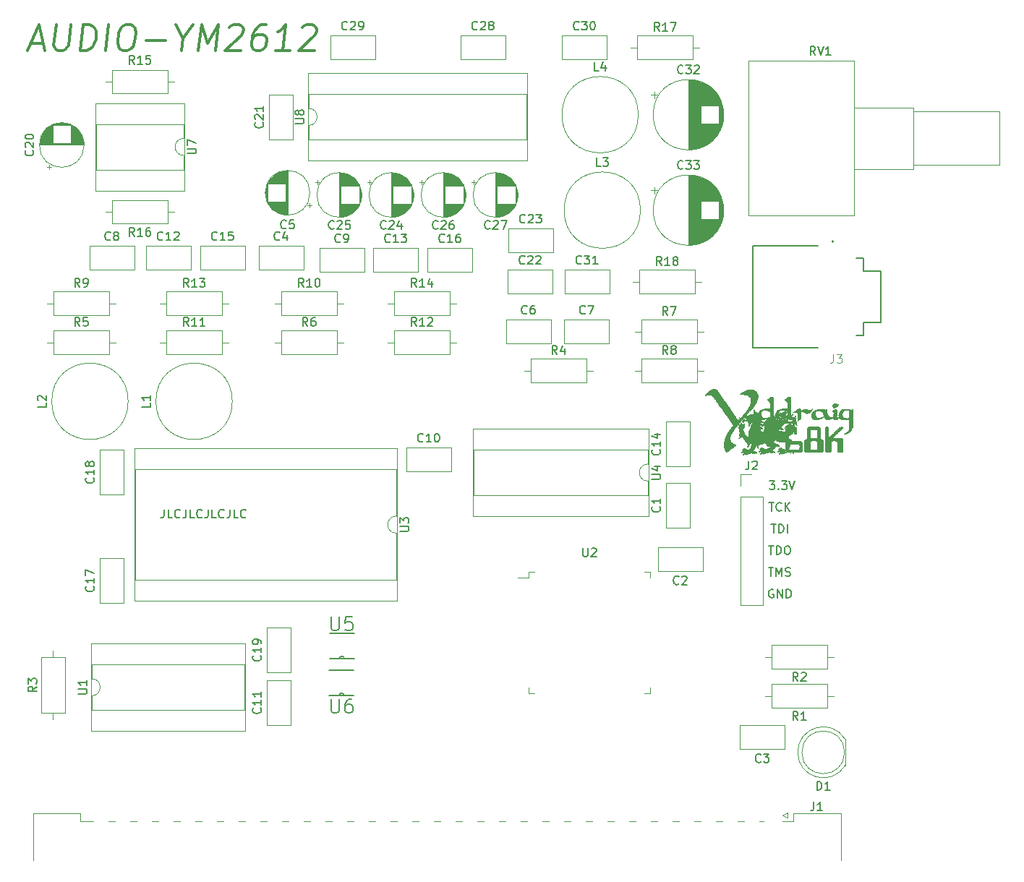
<source format=gto>
G04 #@! TF.GenerationSoftware,KiCad,Pcbnew,(5.1.10)-1*
G04 #@! TF.CreationDate,2021-07-30T10:24:52+01:00*
G04 #@! TF.ProjectId,AudioYM2612,41756469-6f59-44d3-9236-31322e6b6963,rev?*
G04 #@! TF.SameCoordinates,Original*
G04 #@! TF.FileFunction,Legend,Top*
G04 #@! TF.FilePolarity,Positive*
%FSLAX46Y46*%
G04 Gerber Fmt 4.6, Leading zero omitted, Abs format (unit mm)*
G04 Created by KiCad (PCBNEW (5.1.10)-1) date 2021-07-30 10:24:52*
%MOMM*%
%LPD*%
G01*
G04 APERTURE LIST*
%ADD10C,0.200000*%
%ADD11C,0.300000*%
%ADD12C,0.150000*%
%ADD13C,0.010000*%
%ADD14C,0.120000*%
%ADD15C,0.127000*%
%ADD16C,0.152400*%
%ADD17C,0.015000*%
%ADD18C,0.854000*%
%ADD19O,1.700000X1.700000*%
%ADD20R,1.700000X1.700000*%
%ADD21C,1.200000*%
%ADD22O,2.416000X1.208000*%
%ADD23O,1.208000X2.416000*%
%ADD24R,1.397000X0.431800*%
%ADD25O,1.600000X1.600000*%
%ADD26R,1.600000X1.600000*%
%ADD27C,2.340000*%
%ADD28C,1.600000*%
%ADD29C,2.600000*%
%ADD30C,1.550000*%
%ADD31C,2.850000*%
%ADD32C,1.800000*%
%ADD33R,1.800000X1.800000*%
G04 APERTURE END LIST*
D10*
X189484095Y-117864000D02*
X189388857Y-117816380D01*
X189246000Y-117816380D01*
X189103142Y-117864000D01*
X189007904Y-117959238D01*
X188960285Y-118054476D01*
X188912666Y-118244952D01*
X188912666Y-118387809D01*
X188960285Y-118578285D01*
X189007904Y-118673523D01*
X189103142Y-118768761D01*
X189246000Y-118816380D01*
X189341238Y-118816380D01*
X189484095Y-118768761D01*
X189531714Y-118721142D01*
X189531714Y-118387809D01*
X189341238Y-118387809D01*
X189960285Y-118816380D02*
X189960285Y-117816380D01*
X190531714Y-118816380D01*
X190531714Y-117816380D01*
X191007904Y-118816380D02*
X191007904Y-117816380D01*
X191246000Y-117816380D01*
X191388857Y-117864000D01*
X191484095Y-117959238D01*
X191531714Y-118054476D01*
X191579333Y-118244952D01*
X191579333Y-118387809D01*
X191531714Y-118578285D01*
X191484095Y-118673523D01*
X191388857Y-118768761D01*
X191246000Y-118816380D01*
X191007904Y-118816380D01*
X188912666Y-115276380D02*
X189484095Y-115276380D01*
X189198380Y-116276380D02*
X189198380Y-115276380D01*
X189817428Y-116276380D02*
X189817428Y-115276380D01*
X190150761Y-115990666D01*
X190484095Y-115276380D01*
X190484095Y-116276380D01*
X190912666Y-116228761D02*
X191055523Y-116276380D01*
X191293619Y-116276380D01*
X191388857Y-116228761D01*
X191436476Y-116181142D01*
X191484095Y-116085904D01*
X191484095Y-115990666D01*
X191436476Y-115895428D01*
X191388857Y-115847809D01*
X191293619Y-115800190D01*
X191103142Y-115752571D01*
X191007904Y-115704952D01*
X190960285Y-115657333D01*
X190912666Y-115562095D01*
X190912666Y-115466857D01*
X190960285Y-115371619D01*
X191007904Y-115324000D01*
X191103142Y-115276380D01*
X191341238Y-115276380D01*
X191484095Y-115324000D01*
X188936476Y-112736380D02*
X189507904Y-112736380D01*
X189222190Y-113736380D02*
X189222190Y-112736380D01*
X189841238Y-113736380D02*
X189841238Y-112736380D01*
X190079333Y-112736380D01*
X190222190Y-112784000D01*
X190317428Y-112879238D01*
X190365047Y-112974476D01*
X190412666Y-113164952D01*
X190412666Y-113307809D01*
X190365047Y-113498285D01*
X190317428Y-113593523D01*
X190222190Y-113688761D01*
X190079333Y-113736380D01*
X189841238Y-113736380D01*
X191031714Y-112736380D02*
X191222190Y-112736380D01*
X191317428Y-112784000D01*
X191412666Y-112879238D01*
X191460285Y-113069714D01*
X191460285Y-113403047D01*
X191412666Y-113593523D01*
X191317428Y-113688761D01*
X191222190Y-113736380D01*
X191031714Y-113736380D01*
X190936476Y-113688761D01*
X190841238Y-113593523D01*
X190793619Y-113403047D01*
X190793619Y-113069714D01*
X190841238Y-112879238D01*
X190936476Y-112784000D01*
X191031714Y-112736380D01*
X189222190Y-110196380D02*
X189793619Y-110196380D01*
X189507904Y-111196380D02*
X189507904Y-110196380D01*
X190126952Y-111196380D02*
X190126952Y-110196380D01*
X190365047Y-110196380D01*
X190507904Y-110244000D01*
X190603142Y-110339238D01*
X190650761Y-110434476D01*
X190698380Y-110624952D01*
X190698380Y-110767809D01*
X190650761Y-110958285D01*
X190603142Y-111053523D01*
X190507904Y-111148761D01*
X190365047Y-111196380D01*
X190126952Y-111196380D01*
X191126952Y-111196380D02*
X191126952Y-110196380D01*
X188960285Y-107656380D02*
X189531714Y-107656380D01*
X189246000Y-108656380D02*
X189246000Y-107656380D01*
X190436476Y-108561142D02*
X190388857Y-108608761D01*
X190246000Y-108656380D01*
X190150761Y-108656380D01*
X190007904Y-108608761D01*
X189912666Y-108513523D01*
X189865047Y-108418285D01*
X189817428Y-108227809D01*
X189817428Y-108084952D01*
X189865047Y-107894476D01*
X189912666Y-107799238D01*
X190007904Y-107704000D01*
X190150761Y-107656380D01*
X190246000Y-107656380D01*
X190388857Y-107704000D01*
X190436476Y-107751619D01*
X190865047Y-108656380D02*
X190865047Y-107656380D01*
X191436476Y-108656380D02*
X191007904Y-108084952D01*
X191436476Y-107656380D02*
X190865047Y-108227809D01*
X189023809Y-105116380D02*
X189642857Y-105116380D01*
X189309523Y-105497333D01*
X189452380Y-105497333D01*
X189547619Y-105544952D01*
X189595238Y-105592571D01*
X189642857Y-105687809D01*
X189642857Y-105925904D01*
X189595238Y-106021142D01*
X189547619Y-106068761D01*
X189452380Y-106116380D01*
X189166666Y-106116380D01*
X189071428Y-106068761D01*
X189023809Y-106021142D01*
X190071428Y-106021142D02*
X190119047Y-106068761D01*
X190071428Y-106116380D01*
X190023809Y-106068761D01*
X190071428Y-106021142D01*
X190071428Y-106116380D01*
X190452380Y-105116380D02*
X191071428Y-105116380D01*
X190738095Y-105497333D01*
X190880952Y-105497333D01*
X190976190Y-105544952D01*
X191023809Y-105592571D01*
X191071428Y-105687809D01*
X191071428Y-105925904D01*
X191023809Y-106021142D01*
X190976190Y-106068761D01*
X190880952Y-106116380D01*
X190595238Y-106116380D01*
X190500000Y-106068761D01*
X190452380Y-106021142D01*
X191357142Y-105116380D02*
X191690476Y-106116380D01*
X192023809Y-105116380D01*
D11*
X102556517Y-53840000D02*
X103985089Y-53840000D01*
X102163660Y-54697142D02*
X103538660Y-51697142D01*
X104163660Y-54697142D01*
X105538660Y-51697142D02*
X105235089Y-54125714D01*
X105342232Y-54411428D01*
X105467232Y-54554285D01*
X105735089Y-54697142D01*
X106306517Y-54697142D01*
X106610089Y-54554285D01*
X106770803Y-54411428D01*
X106949375Y-54125714D01*
X107252946Y-51697142D01*
X108306517Y-54697142D02*
X108681517Y-51697142D01*
X109395803Y-51697142D01*
X109806517Y-51840000D01*
X110056517Y-52125714D01*
X110163660Y-52411428D01*
X110235089Y-52982857D01*
X110181517Y-53411428D01*
X109967232Y-53982857D01*
X109788660Y-54268571D01*
X109467232Y-54554285D01*
X109020803Y-54697142D01*
X108306517Y-54697142D01*
X111306517Y-54697142D02*
X111681517Y-51697142D01*
X113681517Y-51697142D02*
X114252946Y-51697142D01*
X114520803Y-51840000D01*
X114770803Y-52125714D01*
X114842232Y-52697142D01*
X114717232Y-53697142D01*
X114502946Y-54268571D01*
X114181517Y-54554285D01*
X113877946Y-54697142D01*
X113306517Y-54697142D01*
X113038660Y-54554285D01*
X112788660Y-54268571D01*
X112717232Y-53697142D01*
X112842232Y-52697142D01*
X113056517Y-52125714D01*
X113377946Y-51840000D01*
X113681517Y-51697142D01*
X116020803Y-53554285D02*
X118306517Y-53554285D01*
X120342232Y-53268571D02*
X120163660Y-54697142D01*
X119538660Y-51697142D02*
X120342232Y-53268571D01*
X121538660Y-51697142D01*
X122163660Y-54697142D02*
X122538660Y-51697142D01*
X123270803Y-53840000D01*
X124538660Y-51697142D01*
X124163660Y-54697142D01*
X125788660Y-51982857D02*
X125949375Y-51840000D01*
X126252946Y-51697142D01*
X126967232Y-51697142D01*
X127235089Y-51840000D01*
X127360089Y-51982857D01*
X127467232Y-52268571D01*
X127431517Y-52554285D01*
X127235089Y-52982857D01*
X125306517Y-54697142D01*
X127163660Y-54697142D01*
X130110089Y-51697142D02*
X129538660Y-51697142D01*
X129235089Y-51840000D01*
X129074375Y-51982857D01*
X128735089Y-52411428D01*
X128520803Y-52982857D01*
X128377946Y-54125714D01*
X128485089Y-54411428D01*
X128610089Y-54554285D01*
X128877946Y-54697142D01*
X129449375Y-54697142D01*
X129752946Y-54554285D01*
X129913660Y-54411428D01*
X130092232Y-54125714D01*
X130181517Y-53411428D01*
X130074375Y-53125714D01*
X129949375Y-52982857D01*
X129681517Y-52840000D01*
X129110089Y-52840000D01*
X128806517Y-52982857D01*
X128645803Y-53125714D01*
X128467232Y-53411428D01*
X132877946Y-54697142D02*
X131163660Y-54697142D01*
X132020803Y-54697142D02*
X132395803Y-51697142D01*
X132056517Y-52125714D01*
X131735089Y-52411428D01*
X131431517Y-52554285D01*
X134360089Y-51982857D02*
X134520803Y-51840000D01*
X134824375Y-51697142D01*
X135538660Y-51697142D01*
X135806517Y-51840000D01*
X135931517Y-51982857D01*
X136038660Y-52268571D01*
X136002946Y-52554285D01*
X135806517Y-52982857D01*
X133877946Y-54697142D01*
X135735089Y-54697142D01*
D12*
X118158952Y-108452380D02*
X118158952Y-109166666D01*
X118111333Y-109309523D01*
X118016095Y-109404761D01*
X117873238Y-109452380D01*
X117778000Y-109452380D01*
X119111333Y-109452380D02*
X118635142Y-109452380D01*
X118635142Y-108452380D01*
X120016095Y-109357142D02*
X119968476Y-109404761D01*
X119825619Y-109452380D01*
X119730380Y-109452380D01*
X119587523Y-109404761D01*
X119492285Y-109309523D01*
X119444666Y-109214285D01*
X119397047Y-109023809D01*
X119397047Y-108880952D01*
X119444666Y-108690476D01*
X119492285Y-108595238D01*
X119587523Y-108500000D01*
X119730380Y-108452380D01*
X119825619Y-108452380D01*
X119968476Y-108500000D01*
X120016095Y-108547619D01*
X120730380Y-108452380D02*
X120730380Y-109166666D01*
X120682761Y-109309523D01*
X120587523Y-109404761D01*
X120444666Y-109452380D01*
X120349428Y-109452380D01*
X121682761Y-109452380D02*
X121206571Y-109452380D01*
X121206571Y-108452380D01*
X122587523Y-109357142D02*
X122539904Y-109404761D01*
X122397047Y-109452380D01*
X122301809Y-109452380D01*
X122158952Y-109404761D01*
X122063714Y-109309523D01*
X122016095Y-109214285D01*
X121968476Y-109023809D01*
X121968476Y-108880952D01*
X122016095Y-108690476D01*
X122063714Y-108595238D01*
X122158952Y-108500000D01*
X122301809Y-108452380D01*
X122397047Y-108452380D01*
X122539904Y-108500000D01*
X122587523Y-108547619D01*
X123301809Y-108452380D02*
X123301809Y-109166666D01*
X123254190Y-109309523D01*
X123158952Y-109404761D01*
X123016095Y-109452380D01*
X122920857Y-109452380D01*
X124254190Y-109452380D02*
X123778000Y-109452380D01*
X123778000Y-108452380D01*
X125158952Y-109357142D02*
X125111333Y-109404761D01*
X124968476Y-109452380D01*
X124873238Y-109452380D01*
X124730380Y-109404761D01*
X124635142Y-109309523D01*
X124587523Y-109214285D01*
X124539904Y-109023809D01*
X124539904Y-108880952D01*
X124587523Y-108690476D01*
X124635142Y-108595238D01*
X124730380Y-108500000D01*
X124873238Y-108452380D01*
X124968476Y-108452380D01*
X125111333Y-108500000D01*
X125158952Y-108547619D01*
X125873238Y-108452380D02*
X125873238Y-109166666D01*
X125825619Y-109309523D01*
X125730380Y-109404761D01*
X125587523Y-109452380D01*
X125492285Y-109452380D01*
X126825619Y-109452380D02*
X126349428Y-109452380D01*
X126349428Y-108452380D01*
X127730380Y-109357142D02*
X127682761Y-109404761D01*
X127539904Y-109452380D01*
X127444666Y-109452380D01*
X127301809Y-109404761D01*
X127206571Y-109309523D01*
X127158952Y-109214285D01*
X127111333Y-109023809D01*
X127111333Y-108880952D01*
X127158952Y-108690476D01*
X127206571Y-108595238D01*
X127301809Y-108500000D01*
X127444666Y-108452380D01*
X127539904Y-108452380D01*
X127682761Y-108500000D01*
X127730380Y-108547619D01*
D13*
G36*
X187190771Y-96736704D02*
G01*
X187215316Y-96764570D01*
X187241217Y-96804335D01*
X187265822Y-96851447D01*
X187286054Y-96900173D01*
X187305843Y-96950784D01*
X187325116Y-96987329D01*
X187346932Y-97012292D01*
X187374346Y-97028160D01*
X187410416Y-97037417D01*
X187458200Y-97042550D01*
X187461460Y-97042778D01*
X187492640Y-97045334D01*
X187516036Y-97048048D01*
X187527619Y-97050429D01*
X187528200Y-97050941D01*
X187523635Y-97059359D01*
X187512269Y-97075894D01*
X187508174Y-97081481D01*
X187496612Y-97100532D01*
X187484409Y-97125907D01*
X187473453Y-97152795D01*
X187465629Y-97176390D01*
X187462824Y-97191880D01*
X187463687Y-97194910D01*
X187471690Y-97192044D01*
X187490541Y-97181732D01*
X187516947Y-97165835D01*
X187533084Y-97155651D01*
X187562158Y-97137502D01*
X187585403Y-97123893D01*
X187599540Y-97116699D01*
X187602227Y-97116138D01*
X187601775Y-97125089D01*
X187598280Y-97147026D01*
X187592355Y-97178401D01*
X187586499Y-97206877D01*
X187577110Y-97263376D01*
X187570617Y-97328086D01*
X187567071Y-97396758D01*
X187566520Y-97465144D01*
X187569011Y-97528994D01*
X187574594Y-97584059D01*
X187581775Y-97620666D01*
X187609312Y-97701305D01*
X187646101Y-97769502D01*
X187693527Y-97826659D01*
X187752974Y-97874173D01*
X187825826Y-97913444D01*
X187898871Y-97941242D01*
X187950013Y-97962869D01*
X188007855Y-97995576D01*
X188069090Y-98036783D01*
X188130412Y-98083909D01*
X188188512Y-98134374D01*
X188240086Y-98185599D01*
X188281825Y-98235001D01*
X188290244Y-98246634D01*
X188302070Y-98264411D01*
X188304243Y-98271282D01*
X188297221Y-98269926D01*
X188293997Y-98268579D01*
X188244905Y-98251385D01*
X188188608Y-98239668D01*
X188121966Y-98232947D01*
X188047081Y-98230755D01*
X187995259Y-98230878D01*
X187958068Y-98232519D01*
X187933211Y-98236851D01*
X187918389Y-98245052D01*
X187911304Y-98258296D01*
X187909658Y-98277759D01*
X187910845Y-98300440D01*
X187912526Y-98316066D01*
X187916576Y-98328447D01*
X187925458Y-98340240D01*
X187941633Y-98354105D01*
X187967563Y-98372701D01*
X187995212Y-98391568D01*
X188032227Y-98417344D01*
X188068084Y-98443471D01*
X188098046Y-98466443D01*
X188113745Y-98479437D01*
X188141252Y-98505701D01*
X188172718Y-98538844D01*
X188204491Y-98574689D01*
X188232923Y-98609057D01*
X188254363Y-98637773D01*
X188260673Y-98647595D01*
X188270206Y-98664474D01*
X188270833Y-98670088D01*
X188262397Y-98667668D01*
X188259760Y-98666568D01*
X188203255Y-98647033D01*
X188138757Y-98631675D01*
X188070663Y-98620965D01*
X188003368Y-98615375D01*
X187941268Y-98615375D01*
X187888759Y-98621437D01*
X187873216Y-98625146D01*
X187861895Y-98635217D01*
X187858400Y-98658146D01*
X187859607Y-98672891D01*
X187865079Y-98685136D01*
X187877592Y-98698043D01*
X187899922Y-98714777D01*
X187920375Y-98728771D01*
X187994496Y-98781137D01*
X188055600Y-98829809D01*
X188106448Y-98877237D01*
X188149802Y-98925870D01*
X188165921Y-98946552D01*
X188188143Y-98976784D01*
X188205591Y-99001719D01*
X188216325Y-99018505D01*
X188218718Y-99024237D01*
X188209938Y-99022888D01*
X188192561Y-99015453D01*
X188189721Y-99014013D01*
X188148263Y-98998018D01*
X188093815Y-98985343D01*
X188030107Y-98976648D01*
X187960874Y-98972593D01*
X187954456Y-98972477D01*
X187916076Y-98972371D01*
X187884184Y-98973135D01*
X187862435Y-98974627D01*
X187854636Y-98976376D01*
X187853648Y-98986637D01*
X187855988Y-99008881D01*
X187861151Y-99038597D01*
X187862116Y-99043313D01*
X187887274Y-99128404D01*
X187924733Y-99202327D01*
X187974084Y-99264596D01*
X188034922Y-99314730D01*
X188106839Y-99352245D01*
X188129128Y-99360497D01*
X188170339Y-99374254D01*
X188199281Y-99381698D01*
X188219805Y-99381706D01*
X188235761Y-99373155D01*
X188250999Y-99354923D01*
X188269368Y-99325885D01*
X188274030Y-99318233D01*
X188310241Y-99252802D01*
X188345267Y-99178519D01*
X188376439Y-99101710D01*
X188401089Y-99028701D01*
X188410088Y-98995785D01*
X188422929Y-98925422D01*
X188428567Y-98850862D01*
X188427277Y-98776010D01*
X188419334Y-98704771D01*
X188405013Y-98641050D01*
X188384586Y-98588751D01*
X188381014Y-98582135D01*
X188364301Y-98559148D01*
X188339556Y-98532531D01*
X188315599Y-98510985D01*
X188292170Y-98490988D01*
X188274704Y-98474221D01*
X188266821Y-98464173D01*
X188266745Y-98463917D01*
X188269450Y-98450953D01*
X188279603Y-98426720D01*
X188295591Y-98394254D01*
X188315799Y-98356592D01*
X188338614Y-98316769D01*
X188362423Y-98277821D01*
X188379675Y-98251433D01*
X188416203Y-98201049D01*
X188458352Y-98148834D01*
X188503989Y-98096924D01*
X188550979Y-98047456D01*
X188597188Y-98002565D01*
X188640484Y-97964388D01*
X188678730Y-97935060D01*
X188709794Y-97916718D01*
X188716964Y-97913824D01*
X188751243Y-97902191D01*
X188792725Y-97888532D01*
X188838658Y-97873705D01*
X188886290Y-97858570D01*
X188932869Y-97843985D01*
X188975643Y-97830808D01*
X189011859Y-97819899D01*
X189038765Y-97812117D01*
X189053610Y-97808319D01*
X189055636Y-97808153D01*
X189061216Y-97816148D01*
X189073676Y-97834412D01*
X189090442Y-97859166D01*
X189092333Y-97861966D01*
X189123674Y-97904986D01*
X189152841Y-97936304D01*
X189184164Y-97959854D01*
X189221533Y-97979374D01*
X189296801Y-98004371D01*
X189380102Y-98015754D01*
X189469605Y-98013674D01*
X189563480Y-97998282D01*
X189659896Y-97969728D01*
X189739153Y-97936794D01*
X189776789Y-97919381D01*
X189802784Y-97908517D01*
X189820694Y-97903278D01*
X189834070Y-97902735D01*
X189846467Y-97905963D01*
X189850866Y-97907664D01*
X189929585Y-97936628D01*
X190003267Y-97957354D01*
X190078486Y-97971284D01*
X190161816Y-97979855D01*
X190188106Y-97981526D01*
X190309041Y-97982622D01*
X190437940Y-97972566D01*
X190575718Y-97951198D01*
X190723293Y-97918362D01*
X190881582Y-97873898D01*
X190963898Y-97847631D01*
X191007670Y-97833388D01*
X191045432Y-97821549D01*
X191074439Y-97812939D01*
X191091951Y-97808379D01*
X191095876Y-97807987D01*
X191123330Y-97845539D01*
X191140366Y-97877453D01*
X191149183Y-97909388D01*
X191151980Y-97946999D01*
X191152016Y-97952392D01*
X191160146Y-98020923D01*
X191184512Y-98085271D01*
X191215582Y-98133848D01*
X191235773Y-98160320D01*
X191354720Y-98166448D01*
X191402083Y-98169096D01*
X191435051Y-98171628D01*
X191456155Y-98174491D01*
X191467924Y-98178131D01*
X191472887Y-98182996D01*
X191473666Y-98187451D01*
X191467044Y-98209334D01*
X191449924Y-98235010D01*
X191426423Y-98259723D01*
X191400660Y-98278720D01*
X191390199Y-98283832D01*
X191359070Y-98292646D01*
X191315231Y-98300142D01*
X191262881Y-98305957D01*
X191206218Y-98309733D01*
X191149437Y-98311108D01*
X191096738Y-98309721D01*
X191092241Y-98309442D01*
X191051613Y-98307316D01*
X191021593Y-98307698D01*
X190995952Y-98311290D01*
X190968463Y-98318793D01*
X190947797Y-98325704D01*
X190831789Y-98368793D01*
X190731968Y-98412415D01*
X190647588Y-98457057D01*
X190577901Y-98503210D01*
X190522161Y-98551361D01*
X190479621Y-98602001D01*
X190451747Y-98650671D01*
X190434060Y-98703017D01*
X190422118Y-98769343D01*
X190416253Y-98847585D01*
X190415705Y-98875974D01*
X190415260Y-98898833D01*
X190415734Y-98915138D01*
X190419319Y-98927420D01*
X190428204Y-98938208D01*
X190444578Y-98950035D01*
X190470631Y-98965430D01*
X190508554Y-98986925D01*
X190514780Y-98990477D01*
X190543711Y-99007610D01*
X190569538Y-99023926D01*
X190584105Y-99034020D01*
X190604710Y-99049719D01*
X190552596Y-99076026D01*
X190510780Y-99093406D01*
X190468818Y-99102234D01*
X190423393Y-99102430D01*
X190371189Y-99093914D01*
X190308891Y-99076607D01*
X190287665Y-99069664D01*
X190190423Y-99036995D01*
X190114495Y-99060079D01*
X190059511Y-99078009D01*
X190006621Y-99097479D01*
X189958194Y-99117396D01*
X189916603Y-99136665D01*
X189884219Y-99154191D01*
X189863414Y-99168879D01*
X189856533Y-99179155D01*
X189864171Y-99183584D01*
X189883790Y-99186550D01*
X189900983Y-99187268D01*
X189944331Y-99189676D01*
X190000993Y-99196081D01*
X190067979Y-99205907D01*
X190142301Y-99218577D01*
X190220968Y-99233513D01*
X190300992Y-99250138D01*
X190379382Y-99267874D01*
X190453150Y-99286145D01*
X190519306Y-99304371D01*
X190540767Y-99310837D01*
X190618320Y-99334136D01*
X190683933Y-99352175D01*
X190741411Y-99365931D01*
X190794557Y-99376383D01*
X190798450Y-99377056D01*
X190830200Y-99382500D01*
X190830200Y-99971456D01*
X190830173Y-100086090D01*
X190830076Y-100184929D01*
X190829881Y-100269112D01*
X190829565Y-100339777D01*
X190829099Y-100398062D01*
X190828457Y-100445106D01*
X190827615Y-100482048D01*
X190826545Y-100510026D01*
X190825222Y-100530177D01*
X190823619Y-100543642D01*
X190821711Y-100551558D01*
X190819471Y-100555063D01*
X190816872Y-100555297D01*
X190816807Y-100555272D01*
X190800613Y-100552192D01*
X190775199Y-100550357D01*
X190762778Y-100550133D01*
X190734690Y-100548158D01*
X190714881Y-100539997D01*
X190696221Y-100523620D01*
X190670300Y-100497108D01*
X190635778Y-100510920D01*
X190581338Y-100524261D01*
X190527432Y-100520758D01*
X190474794Y-100500500D01*
X190456443Y-100489222D01*
X190443580Y-100481383D01*
X190432225Y-100478991D01*
X190417261Y-100482595D01*
X190393572Y-100492741D01*
X190384476Y-100496922D01*
X190330078Y-100515024D01*
X190273935Y-100521352D01*
X190219694Y-100516334D01*
X190171004Y-100500398D01*
X190131513Y-100473971D01*
X190124081Y-100466416D01*
X190114497Y-100457625D01*
X190102761Y-100452803D01*
X190084570Y-100451297D01*
X190055625Y-100452454D01*
X190039414Y-100453563D01*
X189972740Y-100452674D01*
X189917170Y-100439323D01*
X189871946Y-100413128D01*
X189836303Y-100373706D01*
X189818828Y-100342759D01*
X189805459Y-100316549D01*
X189794573Y-100302476D01*
X189782473Y-100296910D01*
X189771337Y-100296133D01*
X189749081Y-100292280D01*
X189720490Y-100282450D01*
X189704538Y-100275172D01*
X189663172Y-100254210D01*
X189599647Y-100321739D01*
X189546167Y-100385339D01*
X189508942Y-100445108D01*
X189487995Y-100500947D01*
X189483347Y-100552756D01*
X189495018Y-100600436D01*
X189523032Y-100643885D01*
X189528969Y-100650373D01*
X189553119Y-100672085D01*
X189582465Y-100691014D01*
X189619642Y-100708313D01*
X189667281Y-100725137D01*
X189728018Y-100742639D01*
X189756386Y-100750041D01*
X189823912Y-100768274D01*
X189877828Y-100785432D01*
X189921274Y-100802920D01*
X189957391Y-100822142D01*
X189989319Y-100844503D01*
X190013185Y-100864890D01*
X190056578Y-100911432D01*
X190093445Y-100964402D01*
X190121720Y-101019852D01*
X190139341Y-101073838D01*
X190144399Y-101115781D01*
X190144399Y-101145377D01*
X190095339Y-101098581D01*
X190050519Y-101059933D01*
X190008251Y-101033380D01*
X189963205Y-101016028D01*
X189928793Y-101008104D01*
X189885476Y-101000658D01*
X189854433Y-100998294D01*
X189831339Y-101002746D01*
X189811870Y-101015746D01*
X189791700Y-101039029D01*
X189767633Y-101072707D01*
X189720509Y-101133952D01*
X189663379Y-101198032D01*
X189600997Y-101260139D01*
X189538115Y-101315464D01*
X189494862Y-101348639D01*
X189434900Y-101387863D01*
X189365029Y-101428132D01*
X189291676Y-101466036D01*
X189221270Y-101498165D01*
X189187666Y-101511568D01*
X189149077Y-101526655D01*
X189125145Y-101537756D01*
X189116204Y-101545045D01*
X189122589Y-101548698D01*
X189144632Y-101548889D01*
X189182667Y-101545792D01*
X189237029Y-101539583D01*
X189240408Y-101539166D01*
X189322782Y-101528968D01*
X189402735Y-101569723D01*
X189470811Y-101609613D01*
X189522960Y-101652194D01*
X189560117Y-101698589D01*
X189583214Y-101749917D01*
X189592414Y-101797446D01*
X189596501Y-101839980D01*
X189547322Y-101799920D01*
X189510716Y-101771386D01*
X189481074Y-101751909D01*
X189453355Y-101738606D01*
X189422821Y-101728673D01*
X189389902Y-101722596D01*
X189369248Y-101726754D01*
X189358992Y-101742050D01*
X189356999Y-101760542D01*
X189351603Y-101790323D01*
X189333964Y-101812076D01*
X189301912Y-101828396D01*
X189299415Y-101829282D01*
X189281164Y-101833767D01*
X189264304Y-101831617D01*
X189242177Y-101821565D01*
X189233281Y-101816688D01*
X189197278Y-101800968D01*
X189159141Y-101795012D01*
X189146150Y-101794733D01*
X189106310Y-101791122D01*
X189075165Y-101778301D01*
X189046335Y-101753293D01*
X189038473Y-101744476D01*
X189013565Y-101728264D01*
X188978120Y-101725095D01*
X188932375Y-101734948D01*
X188876567Y-101757803D01*
X188874442Y-101758834D01*
X188840502Y-101774556D01*
X188813731Y-101783876D01*
X188786880Y-101788471D01*
X188752695Y-101790017D01*
X188738975Y-101790142D01*
X188697374Y-101789488D01*
X188654629Y-101787430D01*
X188619293Y-101784395D01*
X188616166Y-101784012D01*
X188565366Y-101777525D01*
X188541147Y-101816180D01*
X188516001Y-101850580D01*
X188490291Y-101871181D01*
X188459333Y-101880610D01*
X188424239Y-101881759D01*
X188393551Y-101881905D01*
X188372830Y-101886426D01*
X188355318Y-101897056D01*
X188351006Y-101900570D01*
X188315121Y-101924088D01*
X188281993Y-101932929D01*
X188253397Y-101927092D01*
X188231107Y-101906579D01*
X188227480Y-101900566D01*
X188215444Y-101883098D01*
X188200230Y-101874243D01*
X188175992Y-101871240D01*
X188165035Y-101871063D01*
X188122333Y-101878229D01*
X188074614Y-101899126D01*
X188024613Y-101932432D01*
X188005294Y-101948317D01*
X187964233Y-101983938D01*
X187961616Y-101961948D01*
X187964225Y-101922146D01*
X187979154Y-101877887D01*
X188004141Y-101833313D01*
X188036920Y-101792571D01*
X188070066Y-101763429D01*
X188099358Y-101741952D01*
X188132537Y-101717296D01*
X188150392Y-101703880D01*
X188172923Y-101686499D01*
X188183259Y-101676678D01*
X188182822Y-101671915D01*
X188173035Y-101669706D01*
X188170025Y-101669344D01*
X188145611Y-101673125D01*
X188115749Y-101687739D01*
X188112480Y-101689851D01*
X188079658Y-101705414D01*
X188052316Y-101704970D01*
X188030340Y-101688494D01*
X188019266Y-101670015D01*
X188005480Y-101649518D01*
X187987749Y-101642559D01*
X187985400Y-101642475D01*
X187951996Y-101647656D01*
X187911678Y-101662299D01*
X187869761Y-101684152D01*
X187840647Y-101703785D01*
X187817816Y-101719968D01*
X187800575Y-101730151D01*
X187793002Y-101732158D01*
X187790038Y-101718890D01*
X187793254Y-101695373D01*
X187801296Y-101666523D01*
X187812810Y-101637256D01*
X187825598Y-101613747D01*
X187867353Y-101562931D01*
X187918164Y-101524647D01*
X187940679Y-101512639D01*
X187962017Y-101500294D01*
X187975046Y-101488942D01*
X187976933Y-101484765D01*
X187982932Y-101473318D01*
X187997934Y-101457110D01*
X188004227Y-101451538D01*
X188021240Y-101438718D01*
X188037016Y-101432548D01*
X188058001Y-101431535D01*
X188082544Y-101433405D01*
X188117821Y-101438405D01*
X188152635Y-101445950D01*
X188169549Y-101451010D01*
X188193110Y-101458680D01*
X188203378Y-101458947D01*
X188202772Y-101450725D01*
X188196852Y-101438734D01*
X188187340Y-101428462D01*
X188170119Y-101423935D01*
X188146999Y-101423442D01*
X188115136Y-101422652D01*
X188096712Y-101417370D01*
X188088466Y-101405906D01*
X188086999Y-101392365D01*
X188079817Y-101371239D01*
X188058580Y-101358887D01*
X188023756Y-101355374D01*
X187975812Y-101360761D01*
X187930366Y-101370985D01*
X187901037Y-101378161D01*
X187878809Y-101382630D01*
X187868044Y-101383529D01*
X187867744Y-101383370D01*
X187870009Y-101375169D01*
X187879528Y-101357815D01*
X187886920Y-101346162D01*
X187926533Y-101301119D01*
X187978152Y-101265638D01*
X188038985Y-101241051D01*
X188106239Y-101228691D01*
X188135679Y-101227466D01*
X188158574Y-101227931D01*
X188176968Y-101230422D01*
X188194803Y-101236588D01*
X188216021Y-101248079D01*
X188244563Y-101266543D01*
X188269374Y-101283380D01*
X188307087Y-101308229D01*
X188344877Y-101331598D01*
X188377713Y-101350451D01*
X188396134Y-101359835D01*
X188447827Y-101379070D01*
X188504110Y-101392469D01*
X188562127Y-101400111D01*
X188619022Y-101402077D01*
X188671941Y-101398445D01*
X188718028Y-101389295D01*
X188754427Y-101374707D01*
X188778285Y-101354761D01*
X188781885Y-101349077D01*
X188807558Y-101318532D01*
X188846874Y-101295713D01*
X188870981Y-101287654D01*
X188900969Y-101274294D01*
X188915181Y-101257126D01*
X188933902Y-101233353D01*
X188964294Y-101213088D01*
X189001096Y-101199617D01*
X189010234Y-101197771D01*
X189041017Y-101186279D01*
X189064480Y-101168638D01*
X189087870Y-101149159D01*
X189115900Y-101132040D01*
X189120553Y-101129820D01*
X189140860Y-101119601D01*
X189152623Y-101111625D01*
X189153799Y-101109760D01*
X189146279Y-101102851D01*
X189126801Y-101093962D01*
X189099993Y-101084536D01*
X189070484Y-101076013D01*
X189042900Y-101069833D01*
X189021869Y-101067437D01*
X189018333Y-101067583D01*
X188994275Y-101069027D01*
X188960953Y-101070023D01*
X188929433Y-101070341D01*
X188866707Y-101062598D01*
X188811276Y-101039706D01*
X188763710Y-101002054D01*
X188724582Y-100950035D01*
X188708513Y-100919093D01*
X188680922Y-100875674D01*
X188650660Y-100848713D01*
X188606849Y-100807831D01*
X188573523Y-100755702D01*
X188552178Y-100695431D01*
X188544312Y-100630124D01*
X188544300Y-100628152D01*
X188543503Y-100605942D01*
X188539956Y-100597247D01*
X188531677Y-100598665D01*
X188528156Y-100600457D01*
X188511109Y-100606105D01*
X188484085Y-100611611D01*
X188462540Y-100614626D01*
X188435579Y-100618833D01*
X188413653Y-100626171D01*
X188391249Y-100639296D01*
X188362856Y-100660866D01*
X188357289Y-100665360D01*
X188295367Y-100709620D01*
X188234719Y-100741474D01*
X188177608Y-100759894D01*
X188139576Y-100764266D01*
X188105137Y-100763981D01*
X188071395Y-100762640D01*
X188056954Y-100761578D01*
X188028542Y-100762304D01*
X188004161Y-100772800D01*
X187993454Y-100780288D01*
X187934741Y-100817681D01*
X187878287Y-100839463D01*
X187822698Y-100846414D01*
X187787502Y-100844190D01*
X187757571Y-100838380D01*
X187745248Y-100833714D01*
X187727628Y-100824997D01*
X187717928Y-100821083D01*
X187717732Y-100821066D01*
X187716515Y-100829014D01*
X187715475Y-100850781D01*
X187714709Y-100883253D01*
X187714312Y-100923316D01*
X187714283Y-100933250D01*
X187710022Y-101032419D01*
X187696941Y-101122550D01*
X187674071Y-101209608D01*
X187665187Y-101235933D01*
X187655895Y-101261511D01*
X187650330Y-101272816D01*
X187646642Y-101271566D01*
X187642982Y-101259477D01*
X187642387Y-101257100D01*
X187637798Y-101238683D01*
X187630241Y-101208337D01*
X187620836Y-101170565D01*
X187612462Y-101136926D01*
X187599669Y-101088912D01*
X187585074Y-101039642D01*
X187569572Y-100991559D01*
X187554062Y-100947111D01*
X187539439Y-100908743D01*
X187526601Y-100878901D01*
X187516444Y-100860031D01*
X187509865Y-100854577D01*
X187509153Y-100855178D01*
X187503912Y-100863652D01*
X187491946Y-100883688D01*
X187475074Y-100912225D01*
X187456500Y-100943833D01*
X187359142Y-101101906D01*
X187250630Y-101263484D01*
X187134428Y-101423528D01*
X187063555Y-101515333D01*
X187036339Y-101550258D01*
X187013331Y-101580708D01*
X186996402Y-101604136D01*
X186987422Y-101617994D01*
X186986470Y-101620360D01*
X186994517Y-101622750D01*
X187017353Y-101624080D01*
X187052867Y-101624324D01*
X187098946Y-101623451D01*
X187132653Y-101622309D01*
X187278972Y-101616597D01*
X187355174Y-101653686D01*
X187419885Y-101691717D01*
X187471296Y-101735861D01*
X187508483Y-101784940D01*
X187530526Y-101837777D01*
X187536666Y-101885338D01*
X187536666Y-101913660D01*
X187492717Y-101878921D01*
X187439551Y-101841542D01*
X187390525Y-101816309D01*
X187347645Y-101804177D01*
X187333748Y-101803200D01*
X187299600Y-101803200D01*
X187299600Y-101840609D01*
X187298015Y-101865438D01*
X187290741Y-101880742D01*
X187273992Y-101893824D01*
X187271083Y-101895643D01*
X187244602Y-101908805D01*
X187220108Y-101911953D01*
X187192124Y-101904904D01*
X187164133Y-101892100D01*
X187119678Y-101875538D01*
X187074518Y-101870933D01*
X187045609Y-101869867D01*
X187026165Y-101864690D01*
X187008757Y-101852436D01*
X186994882Y-101839141D01*
X186973952Y-101820066D01*
X186956067Y-101810762D01*
X186933448Y-101807974D01*
X186920353Y-101807969D01*
X186881499Y-101813019D01*
X186840902Y-101828388D01*
X186828257Y-101834820D01*
X186782389Y-101855721D01*
X186736682Y-101868389D01*
X186686447Y-101873525D01*
X186626995Y-101871827D01*
X186597852Y-101869214D01*
X186558292Y-101865357D01*
X186532241Y-101863712D01*
X186516392Y-101864499D01*
X186507436Y-101867940D01*
X186502067Y-101874254D01*
X186501261Y-101875650D01*
X186490866Y-101890279D01*
X186473230Y-101911624D01*
X186458750Y-101927860D01*
X186439518Y-101947879D01*
X186424490Y-101958721D01*
X186407206Y-101963005D01*
X186381209Y-101963350D01*
X186371821Y-101963106D01*
X186340704Y-101963201D01*
X186319446Y-101966952D01*
X186301051Y-101976388D01*
X186285128Y-101988256D01*
X186249080Y-102009381D01*
X186215365Y-102014004D01*
X186184430Y-102002066D01*
X186183883Y-102001686D01*
X186169721Y-101986429D01*
X186165066Y-101972959D01*
X186159583Y-101958217D01*
X186141836Y-101949925D01*
X186109884Y-101947219D01*
X186107224Y-101947216D01*
X186069985Y-101953635D01*
X186027051Y-101971221D01*
X185983066Y-101997730D01*
X185952100Y-102022189D01*
X185930755Y-102040490D01*
X185914543Y-102053161D01*
X185907650Y-102057200D01*
X185903745Y-102049985D01*
X185902600Y-102037570D01*
X185907749Y-102001597D01*
X185921452Y-101959774D01*
X185941087Y-101918977D01*
X185957163Y-101894441D01*
X185977864Y-101872216D01*
X186008389Y-101845436D01*
X186043970Y-101818144D01*
X186060935Y-101806391D01*
X186093497Y-101784351D01*
X186113400Y-101769756D01*
X186122269Y-101760954D01*
X186121727Y-101756293D01*
X186113398Y-101754122D01*
X186112451Y-101754007D01*
X186089219Y-101757101D01*
X186059620Y-101769146D01*
X186050535Y-101774150D01*
X186017604Y-101788714D01*
X185992270Y-101788538D01*
X185973121Y-101773222D01*
X185960900Y-101748683D01*
X185951307Y-101728319D01*
X185938859Y-101719888D01*
X185924182Y-101718540D01*
X185897951Y-101723285D01*
X185863492Y-101735864D01*
X185826017Y-101753814D01*
X185790736Y-101774666D01*
X185765425Y-101793652D01*
X185746893Y-101809223D01*
X185734028Y-101818743D01*
X185731125Y-101820133D01*
X185729080Y-101812942D01*
X185731559Y-101794502D01*
X185737403Y-101769516D01*
X185745449Y-101742685D01*
X185754537Y-101718711D01*
X185757957Y-101711456D01*
X185793336Y-101657173D01*
X185838099Y-101615886D01*
X185859042Y-101602533D01*
X185887920Y-101583618D01*
X185919835Y-101559252D01*
X185938220Y-101543432D01*
X185960928Y-101523981D01*
X185980447Y-101512547D01*
X186001258Y-101508500D01*
X186027843Y-101511214D01*
X186064684Y-101520061D01*
X186078346Y-101523800D01*
X186112061Y-101533076D01*
X186132675Y-101538272D01*
X186143410Y-101539805D01*
X186147488Y-101538097D01*
X186148133Y-101533564D01*
X186148133Y-101532871D01*
X186140645Y-101515325D01*
X186121112Y-101504025D01*
X186093933Y-101501172D01*
X186086466Y-101502035D01*
X186055583Y-101502733D01*
X186037047Y-101492395D01*
X186029791Y-101470316D01*
X186029600Y-101464579D01*
X186027499Y-101449076D01*
X186018017Y-101440915D01*
X185996423Y-101435992D01*
X185971656Y-101435240D01*
X185936499Y-101438033D01*
X185896913Y-101443511D01*
X185858859Y-101450814D01*
X185828297Y-101459082D01*
X185822943Y-101461033D01*
X185814157Y-101463414D01*
X185813001Y-101458803D01*
X185819894Y-101444235D01*
X185827176Y-101431069D01*
X185863645Y-101382708D01*
X185912172Y-101346098D01*
X185972844Y-101321192D01*
X186045753Y-101307940D01*
X186055357Y-101307128D01*
X186126966Y-101301754D01*
X186180119Y-101338694D01*
X186235909Y-101376581D01*
X186281568Y-101405438D01*
X186320046Y-101426987D01*
X186354293Y-101442950D01*
X186367992Y-101448354D01*
X186415667Y-101462005D01*
X186471840Y-101471746D01*
X186528829Y-101476623D01*
X186578953Y-101475685D01*
X186584166Y-101475134D01*
X186608800Y-101470782D01*
X186628326Y-101462421D01*
X186648401Y-101446821D01*
X186668833Y-101426777D01*
X186691831Y-101400973D01*
X186719834Y-101366245D01*
X186748663Y-101327897D01*
X186766021Y-101303319D01*
X186789789Y-101268168D01*
X186805710Y-101242348D01*
X186815640Y-101221314D01*
X186821437Y-101200521D01*
X186824958Y-101175425D01*
X186826944Y-101154213D01*
X186833550Y-101102003D01*
X186844050Y-101061662D01*
X186860241Y-101028258D01*
X186883917Y-100996857D01*
X186884410Y-100996295D01*
X186900427Y-100976771D01*
X186907145Y-100961622D01*
X186906520Y-100943139D01*
X186902751Y-100924036D01*
X186899098Y-100872797D01*
X186911348Y-100827354D01*
X186937760Y-100789528D01*
X186953626Y-100771257D01*
X186958858Y-100758114D01*
X186955474Y-100743975D01*
X186953922Y-100740447D01*
X186946360Y-100717672D01*
X186944000Y-100701229D01*
X186940908Y-100688868D01*
X186929379Y-100690162D01*
X186929183Y-100690247D01*
X186897242Y-100701362D01*
X186854926Y-100712339D01*
X186808744Y-100721781D01*
X186765207Y-100728286D01*
X186743416Y-100730180D01*
X186713121Y-100732219D01*
X186695454Y-100735563D01*
X186686116Y-100742084D01*
X186680812Y-100753658D01*
X186679461Y-100758069D01*
X186654296Y-100837571D01*
X186629392Y-100903672D01*
X186602955Y-100959784D01*
X186573196Y-101009313D01*
X186538323Y-101055669D01*
X186501128Y-101097448D01*
X186474372Y-101125100D01*
X186451977Y-101147090D01*
X186436355Y-101161126D01*
X186429976Y-101164999D01*
X186430078Y-101155683D01*
X186433350Y-101133605D01*
X186439181Y-101102508D01*
X186443836Y-101080228D01*
X186455015Y-101013435D01*
X186460547Y-100945292D01*
X186460364Y-100880566D01*
X186454400Y-100824026D01*
X186447852Y-100795454D01*
X186441916Y-100779053D01*
X186432842Y-100761015D01*
X186419300Y-100739497D01*
X186399960Y-100712657D01*
X186373493Y-100678652D01*
X186338571Y-100635640D01*
X186293862Y-100581778D01*
X186292488Y-100580134D01*
X186224277Y-100498116D01*
X186165741Y-100426791D01*
X186115337Y-100364168D01*
X186071522Y-100308255D01*
X186032754Y-100257061D01*
X185997489Y-100208596D01*
X185964185Y-100160867D01*
X185941192Y-100126800D01*
X185894657Y-100055098D01*
X185857392Y-99992601D01*
X185827790Y-99935535D01*
X185804247Y-99880125D01*
X185785155Y-99822597D01*
X185768911Y-99759176D01*
X185754059Y-99686897D01*
X185745976Y-99648821D01*
X185739344Y-99627350D01*
X185734285Y-99622209D01*
X185730920Y-99633123D01*
X185729372Y-99659816D01*
X185729761Y-99702011D01*
X185731165Y-99738789D01*
X185735785Y-99837612D01*
X185690164Y-99919963D01*
X185665323Y-99962550D01*
X185643863Y-99993471D01*
X185622705Y-100016710D01*
X185602121Y-100033795D01*
X185556172Y-100062025D01*
X185507073Y-100082269D01*
X185460738Y-100092267D01*
X185447447Y-100092933D01*
X185418645Y-100092933D01*
X185462055Y-100044250D01*
X185494887Y-100003102D01*
X185520956Y-99961826D01*
X185538489Y-99923827D01*
X185545710Y-99892508D01*
X185545516Y-99884119D01*
X185541752Y-99868418D01*
X185531795Y-99860875D01*
X185510423Y-99857717D01*
X185508797Y-99857595D01*
X185482738Y-99852542D01*
X185464645Y-99838977D01*
X185455880Y-99827438D01*
X185441477Y-99800068D01*
X185438680Y-99773633D01*
X185447753Y-99743562D01*
X185462333Y-99716167D01*
X185479226Y-99682182D01*
X185486578Y-99649859D01*
X185487588Y-99628083D01*
X185488718Y-99600606D01*
X185494060Y-99582083D01*
X185506866Y-99565286D01*
X185522701Y-99550050D01*
X185543429Y-99529165D01*
X185554122Y-99511530D01*
X185558248Y-99490176D01*
X185558892Y-99477267D01*
X185555581Y-99440221D01*
X185542193Y-99400467D01*
X185536027Y-99387142D01*
X185520455Y-99352124D01*
X185509772Y-99319370D01*
X185503765Y-99285534D01*
X185502216Y-99247268D01*
X185504911Y-99201224D01*
X185511634Y-99144057D01*
X185517673Y-99101946D01*
X185520384Y-99078612D01*
X185517502Y-99064237D01*
X185505948Y-99052347D01*
X185488316Y-99040224D01*
X185452396Y-99011199D01*
X185431533Y-98980036D01*
X185423913Y-98943148D01*
X185425114Y-98915192D01*
X185427312Y-98886410D01*
X185424614Y-98866391D01*
X185414985Y-98847206D01*
X185403393Y-98830526D01*
X185386733Y-98804369D01*
X185380381Y-98784165D01*
X185381374Y-98768455D01*
X185391983Y-98740549D01*
X185409124Y-98720513D01*
X185428873Y-98712867D01*
X185443386Y-98705522D01*
X185451877Y-98685896D01*
X185454167Y-98657600D01*
X185450076Y-98624246D01*
X185439426Y-98589445D01*
X185435441Y-98580350D01*
X185424904Y-98555888D01*
X185421848Y-98540007D01*
X185425616Y-98526440D01*
X185429091Y-98519895D01*
X185446370Y-98495945D01*
X185464387Y-98487525D01*
X185486960Y-98493764D01*
X185502654Y-98503096D01*
X185527491Y-98524016D01*
X185551811Y-98551446D01*
X185560537Y-98563833D01*
X185590010Y-98610245D01*
X185611669Y-98644065D01*
X185626834Y-98666960D01*
X185636825Y-98680598D01*
X185642959Y-98686647D01*
X185646556Y-98686774D01*
X185648935Y-98682648D01*
X185650693Y-98677819D01*
X185651059Y-98658449D01*
X185640014Y-98630416D01*
X185634633Y-98620422D01*
X185619074Y-98585405D01*
X185617473Y-98558549D01*
X185630323Y-98537745D01*
X185657949Y-98520960D01*
X185679283Y-98510550D01*
X185688719Y-98500467D01*
X185690041Y-98484650D01*
X185688722Y-98471668D01*
X185679572Y-98430492D01*
X185660508Y-98385484D01*
X185635998Y-98342383D01*
X185623373Y-98320648D01*
X185619605Y-98308763D01*
X185623869Y-98302690D01*
X185627549Y-98301017D01*
X185652175Y-98299777D01*
X185683203Y-98310113D01*
X185717373Y-98329692D01*
X185751425Y-98356182D01*
X185782102Y-98387251D01*
X185806144Y-98420568D01*
X185813065Y-98433769D01*
X185830691Y-98464118D01*
X185853730Y-98494507D01*
X185862575Y-98504073D01*
X185881905Y-98527533D01*
X185892196Y-98552413D01*
X185893779Y-98582345D01*
X185886987Y-98620957D01*
X185876607Y-98657760D01*
X185868561Y-98686480D01*
X185863950Y-98708429D01*
X185863711Y-98719096D01*
X185863855Y-98719277D01*
X185872755Y-98717809D01*
X185886067Y-98708270D01*
X185897512Y-98693745D01*
X185899937Y-98675165D01*
X185898026Y-98660051D01*
X185897437Y-98629215D01*
X185908504Y-98610414D01*
X185931685Y-98602982D01*
X185937342Y-98602800D01*
X185956509Y-98599083D01*
X185965913Y-98584914D01*
X185967085Y-98580719D01*
X185969032Y-98560970D01*
X185968932Y-98529776D01*
X185967105Y-98492459D01*
X185963870Y-98454341D01*
X185959544Y-98420744D01*
X185956578Y-98405065D01*
X185951087Y-98380896D01*
X185986016Y-98404011D01*
X186028468Y-98441854D01*
X186061912Y-98491896D01*
X186084995Y-98551232D01*
X186096365Y-98616956D01*
X186097333Y-98642993D01*
X186096892Y-98669396D01*
X186094488Y-98690398D01*
X186088501Y-98709603D01*
X186077309Y-98730617D01*
X186059293Y-98757044D01*
X186032832Y-98792489D01*
X186026203Y-98801216D01*
X185978060Y-98871541D01*
X185943966Y-98938773D01*
X185922531Y-99006772D01*
X185912363Y-99079398D01*
X185911066Y-99120718D01*
X185911637Y-99147321D01*
X185914297Y-99169134D01*
X185920467Y-99190660D01*
X185931569Y-99216403D01*
X185949022Y-99250868D01*
X185956782Y-99265613D01*
X185999510Y-99351316D01*
X186032333Y-99427812D01*
X186054867Y-99494069D01*
X186066732Y-99549054D01*
X186068369Y-99566905D01*
X186071018Y-99621575D01*
X186115925Y-99643471D01*
X186154259Y-99668758D01*
X186179580Y-99702302D01*
X186194387Y-99747299D01*
X186201450Y-99763168D01*
X186217882Y-99777038D01*
X186244156Y-99790662D01*
X186289310Y-99819118D01*
X186321247Y-99857614D01*
X186333979Y-99884394D01*
X186340206Y-99896939D01*
X186349834Y-99903615D01*
X186367631Y-99906247D01*
X186392193Y-99906667D01*
X186451412Y-99912094D01*
X186500410Y-99928917D01*
X186521973Y-99941828D01*
X186545778Y-99955187D01*
X186559402Y-99955037D01*
X186563000Y-99944429D01*
X186566675Y-99929105D01*
X186575872Y-99906519D01*
X186579783Y-99898493D01*
X186596567Y-99865595D01*
X186569397Y-99807814D01*
X186556683Y-99779346D01*
X186548708Y-99755838D01*
X186544400Y-99731618D01*
X186542686Y-99701012D01*
X186542470Y-99665367D01*
X186546377Y-99597496D01*
X186558448Y-99541329D01*
X186579848Y-99493149D01*
X186609560Y-99451768D01*
X186626400Y-99431145D01*
X186633629Y-99417201D01*
X186632930Y-99403999D01*
X186627365Y-99388940D01*
X186613460Y-99338744D01*
X186609839Y-99284455D01*
X186615647Y-99229720D01*
X186630028Y-99178187D01*
X186652129Y-99133504D01*
X186681094Y-99099319D01*
X186698063Y-99087199D01*
X186711164Y-99078014D01*
X186718899Y-99066074D01*
X186723233Y-99046501D01*
X186725863Y-99018095D01*
X186737852Y-98950679D01*
X186763022Y-98892543D01*
X186800796Y-98844956D01*
X186807292Y-98839001D01*
X186846025Y-98804907D01*
X186843692Y-98739837D01*
X186847391Y-98671554D01*
X186863957Y-98614031D01*
X186893654Y-98566718D01*
X186936743Y-98529069D01*
X186948098Y-98521998D01*
X186969926Y-98508225D01*
X186979597Y-98497904D01*
X186980023Y-98486760D01*
X186977445Y-98478924D01*
X186970760Y-98446661D01*
X186970100Y-98407053D01*
X186975120Y-98368442D01*
X186983040Y-98343781D01*
X186998506Y-98320052D01*
X187020443Y-98295941D01*
X187027490Y-98289730D01*
X187061446Y-98261253D01*
X187081680Y-98241701D01*
X187087838Y-98229609D01*
X187079565Y-98223510D01*
X187056510Y-98221938D01*
X187018317Y-98223426D01*
X187011594Y-98223804D01*
X186967931Y-98227928D01*
X186933017Y-98236155D01*
X186903430Y-98250678D01*
X186875751Y-98273692D01*
X186846558Y-98307389D01*
X186815567Y-98349509D01*
X186793604Y-98379271D01*
X186774813Y-98402219D01*
X186761409Y-98415806D01*
X186755938Y-98418125D01*
X186751697Y-98406812D01*
X186747171Y-98383854D01*
X186743751Y-98357787D01*
X186740396Y-98329303D01*
X186737159Y-98315153D01*
X186732835Y-98312790D01*
X186726222Y-98319668D01*
X186725924Y-98320058D01*
X186709651Y-98346862D01*
X186693511Y-98384943D01*
X186676871Y-98436057D01*
X186659100Y-98501961D01*
X186656067Y-98514169D01*
X186642950Y-98567511D01*
X186633096Y-98605863D01*
X186625510Y-98630624D01*
X186619195Y-98643194D01*
X186613154Y-98644970D01*
X186606392Y-98637353D01*
X186597912Y-98621740D01*
X186590288Y-98606541D01*
X186566452Y-98555275D01*
X186550188Y-98508819D01*
X186540319Y-98461694D01*
X186535667Y-98408417D01*
X186534981Y-98349251D01*
X186535311Y-98305138D01*
X186534663Y-98273614D01*
X186532287Y-98250336D01*
X186527431Y-98230962D01*
X186519343Y-98211149D01*
X186507272Y-98186555D01*
X186506592Y-98185205D01*
X186477050Y-98126541D01*
X186505208Y-98131610D01*
X186532524Y-98136296D01*
X186563973Y-98141387D01*
X186569861Y-98142303D01*
X186606356Y-98147928D01*
X186603728Y-98106547D01*
X186601404Y-98081843D01*
X186596889Y-98069878D01*
X186587681Y-98066464D01*
X186579933Y-98066697D01*
X186564940Y-98067944D01*
X186536198Y-98070474D01*
X186496818Y-98074009D01*
X186449911Y-98078270D01*
X186402133Y-98082650D01*
X186340061Y-98088022D01*
X186289671Y-98091367D01*
X186245843Y-98092762D01*
X186203456Y-98092283D01*
X186157390Y-98090005D01*
X186114266Y-98086925D01*
X186065680Y-98082910D01*
X186020176Y-98078681D01*
X185981769Y-98074644D01*
X185954478Y-98071206D01*
X185947050Y-98069992D01*
X185925242Y-98066307D01*
X185912459Y-98064973D01*
X185911066Y-98065280D01*
X185914266Y-98073445D01*
X185922566Y-98092504D01*
X185931681Y-98112827D01*
X185942164Y-98141201D01*
X185950758Y-98174129D01*
X185957006Y-98207929D01*
X185960451Y-98238918D01*
X185960636Y-98263413D01*
X185957102Y-98277732D01*
X185952420Y-98279797D01*
X185942083Y-98272753D01*
X185923519Y-98256191D01*
X185899484Y-98232965D01*
X185872731Y-98205932D01*
X185846015Y-98177949D01*
X185822090Y-98151871D01*
X185803710Y-98130553D01*
X185793630Y-98116853D01*
X185792533Y-98114013D01*
X185797885Y-98105217D01*
X185812785Y-98085907D01*
X185835499Y-98058196D01*
X185837396Y-98055955D01*
X186679541Y-98055955D01*
X186693630Y-98061115D01*
X186694233Y-98061261D01*
X186719633Y-98066727D01*
X186734768Y-98066778D01*
X186745702Y-98060481D01*
X186753827Y-98052104D01*
X186762651Y-98041587D01*
X186761780Y-98037319D01*
X186748553Y-98037850D01*
X186731856Y-98040110D01*
X186698159Y-98045730D01*
X186680885Y-98050919D01*
X186679541Y-98055955D01*
X185837396Y-98055955D01*
X185864292Y-98024197D01*
X185878943Y-98007319D01*
X186922867Y-98007319D01*
X186924176Y-98013270D01*
X186942208Y-98017101D01*
X186975452Y-98018470D01*
X187003185Y-98017258D01*
X187019175Y-98012311D01*
X187028488Y-98001973D01*
X187029054Y-98000941D01*
X187035000Y-97985952D01*
X187034815Y-97979593D01*
X187025401Y-97979634D01*
X187003966Y-97983153D01*
X186974886Y-97989411D01*
X186970652Y-97990416D01*
X186938340Y-97999588D01*
X186922867Y-98007319D01*
X185878943Y-98007319D01*
X185897431Y-97986023D01*
X185899521Y-97983644D01*
X185937240Y-97941014D01*
X185965877Y-97909547D01*
X185987338Y-97887526D01*
X186003531Y-97873232D01*
X186016365Y-97864947D01*
X186027745Y-97860953D01*
X186037105Y-97859690D01*
X186067700Y-97857413D01*
X186042220Y-97880856D01*
X186019316Y-97901210D01*
X185992549Y-97924032D01*
X185983878Y-97931209D01*
X185951015Y-97958119D01*
X185983957Y-97964482D01*
X186007583Y-97967178D01*
X186044678Y-97969178D01*
X186091795Y-97970477D01*
X186145482Y-97971066D01*
X186202292Y-97970940D01*
X186258774Y-97970090D01*
X186311480Y-97968510D01*
X186356960Y-97966192D01*
X186369629Y-97965277D01*
X186405948Y-97961738D01*
X186446602Y-97956722D01*
X186487914Y-97950817D01*
X186526206Y-97944608D01*
X186557802Y-97938684D01*
X186579025Y-97933630D01*
X186585940Y-97930749D01*
X186583028Y-97923843D01*
X186577698Y-97918659D01*
X186564800Y-97914147D01*
X186541095Y-97914669D01*
X186510566Y-97919034D01*
X186455935Y-97923389D01*
X186410438Y-97915243D01*
X186383462Y-97900566D01*
X186681533Y-97900566D01*
X186687024Y-97908003D01*
X186702309Y-97903051D01*
X186705720Y-97900995D01*
X186712179Y-97892616D01*
X186707837Y-97887925D01*
X186693330Y-97886286D01*
X186682699Y-97895153D01*
X186681533Y-97900566D01*
X186383462Y-97900566D01*
X186370919Y-97893742D01*
X186350355Y-97875681D01*
X186341704Y-97864186D01*
X186803652Y-97864186D01*
X186806689Y-97865853D01*
X186819117Y-97863134D01*
X186842965Y-97855579D01*
X186873915Y-97844597D01*
X186887123Y-97839633D01*
X186918677Y-97827388D01*
X186943686Y-97817314D01*
X186958306Y-97810974D01*
X186960429Y-97809798D01*
X186958216Y-97802192D01*
X186950210Y-97792582D01*
X186938468Y-97784165D01*
X186923662Y-97783424D01*
X186903097Y-97788571D01*
X186884967Y-97796617D01*
X186863184Y-97809913D01*
X186840954Y-97825889D01*
X186821484Y-97841974D01*
X186807981Y-97855596D01*
X186803652Y-97864186D01*
X186341704Y-97864186D01*
X186324819Y-97841752D01*
X186307107Y-97801661D01*
X186300580Y-97763724D01*
X186295956Y-97755369D01*
X186280379Y-97748497D01*
X186251192Y-97742058D01*
X186241752Y-97740441D01*
X186207833Y-97735451D01*
X186176941Y-97731948D01*
X186157085Y-97730733D01*
X186138331Y-97728988D01*
X186132817Y-97722481D01*
X186140623Y-97709304D01*
X186158716Y-97690534D01*
X186179017Y-97673890D01*
X186200242Y-97665225D01*
X186230073Y-97661515D01*
X186232800Y-97661356D01*
X186262705Y-97657064D01*
X186278230Y-97649244D01*
X186278646Y-97639331D01*
X186263227Y-97628763D01*
X186251527Y-97624368D01*
X186223687Y-97615369D01*
X186244772Y-97592618D01*
X186262001Y-97577478D01*
X186276753Y-97570027D01*
X186278391Y-97569866D01*
X186290900Y-97562826D01*
X186296134Y-97553455D01*
X186312354Y-97526971D01*
X186336260Y-97506855D01*
X186802685Y-97506855D01*
X186803257Y-97530103D01*
X186819135Y-97557219D01*
X186822999Y-97561955D01*
X186858694Y-97592950D01*
X186901641Y-97612512D01*
X186947469Y-97619646D01*
X186991809Y-97613357D01*
X187011865Y-97604968D01*
X187039205Y-97583504D01*
X187061486Y-97553542D01*
X187075104Y-97520972D01*
X187077424Y-97497900D01*
X187075233Y-97472500D01*
X186954814Y-97470152D01*
X186906955Y-97469392D01*
X186873037Y-97469502D01*
X186850079Y-97470805D01*
X186835095Y-97473620D01*
X186825105Y-97478270D01*
X186817231Y-97484969D01*
X186802685Y-97506855D01*
X186336260Y-97506855D01*
X186340629Y-97503179D01*
X186376081Y-97484586D01*
X186413831Y-97473701D01*
X186449001Y-97473032D01*
X186451618Y-97473507D01*
X186471508Y-97474629D01*
X186489555Y-97467064D01*
X186507288Y-97453064D01*
X186540505Y-97432431D01*
X186582801Y-97417892D01*
X186626836Y-97411394D01*
X186657701Y-97413166D01*
X186676234Y-97414995D01*
X186688103Y-97409361D01*
X186699314Y-97392695D01*
X186702700Y-97386420D01*
X186729441Y-97352986D01*
X186770301Y-97324763D01*
X186822892Y-97303184D01*
X186855318Y-97294802D01*
X186903248Y-97287693D01*
X186961831Y-97283628D01*
X187025046Y-97282705D01*
X187086872Y-97285021D01*
X187138416Y-97290248D01*
X187166844Y-97293814D01*
X187187805Y-97295423D01*
X187196490Y-97294799D01*
X187194477Y-97286396D01*
X187185135Y-97270234D01*
X187183393Y-97267671D01*
X187159295Y-97224711D01*
X187144813Y-97177813D01*
X187139677Y-97124277D01*
X187143619Y-97061408D01*
X187155666Y-96989900D01*
X187168642Y-96900395D01*
X187172600Y-96814089D01*
X187172600Y-96720575D01*
X187190771Y-96736704D01*
G37*
X187190771Y-96736704D02*
X187215316Y-96764570D01*
X187241217Y-96804335D01*
X187265822Y-96851447D01*
X187286054Y-96900173D01*
X187305843Y-96950784D01*
X187325116Y-96987329D01*
X187346932Y-97012292D01*
X187374346Y-97028160D01*
X187410416Y-97037417D01*
X187458200Y-97042550D01*
X187461460Y-97042778D01*
X187492640Y-97045334D01*
X187516036Y-97048048D01*
X187527619Y-97050429D01*
X187528200Y-97050941D01*
X187523635Y-97059359D01*
X187512269Y-97075894D01*
X187508174Y-97081481D01*
X187496612Y-97100532D01*
X187484409Y-97125907D01*
X187473453Y-97152795D01*
X187465629Y-97176390D01*
X187462824Y-97191880D01*
X187463687Y-97194910D01*
X187471690Y-97192044D01*
X187490541Y-97181732D01*
X187516947Y-97165835D01*
X187533084Y-97155651D01*
X187562158Y-97137502D01*
X187585403Y-97123893D01*
X187599540Y-97116699D01*
X187602227Y-97116138D01*
X187601775Y-97125089D01*
X187598280Y-97147026D01*
X187592355Y-97178401D01*
X187586499Y-97206877D01*
X187577110Y-97263376D01*
X187570617Y-97328086D01*
X187567071Y-97396758D01*
X187566520Y-97465144D01*
X187569011Y-97528994D01*
X187574594Y-97584059D01*
X187581775Y-97620666D01*
X187609312Y-97701305D01*
X187646101Y-97769502D01*
X187693527Y-97826659D01*
X187752974Y-97874173D01*
X187825826Y-97913444D01*
X187898871Y-97941242D01*
X187950013Y-97962869D01*
X188007855Y-97995576D01*
X188069090Y-98036783D01*
X188130412Y-98083909D01*
X188188512Y-98134374D01*
X188240086Y-98185599D01*
X188281825Y-98235001D01*
X188290244Y-98246634D01*
X188302070Y-98264411D01*
X188304243Y-98271282D01*
X188297221Y-98269926D01*
X188293997Y-98268579D01*
X188244905Y-98251385D01*
X188188608Y-98239668D01*
X188121966Y-98232947D01*
X188047081Y-98230755D01*
X187995259Y-98230878D01*
X187958068Y-98232519D01*
X187933211Y-98236851D01*
X187918389Y-98245052D01*
X187911304Y-98258296D01*
X187909658Y-98277759D01*
X187910845Y-98300440D01*
X187912526Y-98316066D01*
X187916576Y-98328447D01*
X187925458Y-98340240D01*
X187941633Y-98354105D01*
X187967563Y-98372701D01*
X187995212Y-98391568D01*
X188032227Y-98417344D01*
X188068084Y-98443471D01*
X188098046Y-98466443D01*
X188113745Y-98479437D01*
X188141252Y-98505701D01*
X188172718Y-98538844D01*
X188204491Y-98574689D01*
X188232923Y-98609057D01*
X188254363Y-98637773D01*
X188260673Y-98647595D01*
X188270206Y-98664474D01*
X188270833Y-98670088D01*
X188262397Y-98667668D01*
X188259760Y-98666568D01*
X188203255Y-98647033D01*
X188138757Y-98631675D01*
X188070663Y-98620965D01*
X188003368Y-98615375D01*
X187941268Y-98615375D01*
X187888759Y-98621437D01*
X187873216Y-98625146D01*
X187861895Y-98635217D01*
X187858400Y-98658146D01*
X187859607Y-98672891D01*
X187865079Y-98685136D01*
X187877592Y-98698043D01*
X187899922Y-98714777D01*
X187920375Y-98728771D01*
X187994496Y-98781137D01*
X188055600Y-98829809D01*
X188106448Y-98877237D01*
X188149802Y-98925870D01*
X188165921Y-98946552D01*
X188188143Y-98976784D01*
X188205591Y-99001719D01*
X188216325Y-99018505D01*
X188218718Y-99024237D01*
X188209938Y-99022888D01*
X188192561Y-99015453D01*
X188189721Y-99014013D01*
X188148263Y-98998018D01*
X188093815Y-98985343D01*
X188030107Y-98976648D01*
X187960874Y-98972593D01*
X187954456Y-98972477D01*
X187916076Y-98972371D01*
X187884184Y-98973135D01*
X187862435Y-98974627D01*
X187854636Y-98976376D01*
X187853648Y-98986637D01*
X187855988Y-99008881D01*
X187861151Y-99038597D01*
X187862116Y-99043313D01*
X187887274Y-99128404D01*
X187924733Y-99202327D01*
X187974084Y-99264596D01*
X188034922Y-99314730D01*
X188106839Y-99352245D01*
X188129128Y-99360497D01*
X188170339Y-99374254D01*
X188199281Y-99381698D01*
X188219805Y-99381706D01*
X188235761Y-99373155D01*
X188250999Y-99354923D01*
X188269368Y-99325885D01*
X188274030Y-99318233D01*
X188310241Y-99252802D01*
X188345267Y-99178519D01*
X188376439Y-99101710D01*
X188401089Y-99028701D01*
X188410088Y-98995785D01*
X188422929Y-98925422D01*
X188428567Y-98850862D01*
X188427277Y-98776010D01*
X188419334Y-98704771D01*
X188405013Y-98641050D01*
X188384586Y-98588751D01*
X188381014Y-98582135D01*
X188364301Y-98559148D01*
X188339556Y-98532531D01*
X188315599Y-98510985D01*
X188292170Y-98490988D01*
X188274704Y-98474221D01*
X188266821Y-98464173D01*
X188266745Y-98463917D01*
X188269450Y-98450953D01*
X188279603Y-98426720D01*
X188295591Y-98394254D01*
X188315799Y-98356592D01*
X188338614Y-98316769D01*
X188362423Y-98277821D01*
X188379675Y-98251433D01*
X188416203Y-98201049D01*
X188458352Y-98148834D01*
X188503989Y-98096924D01*
X188550979Y-98047456D01*
X188597188Y-98002565D01*
X188640484Y-97964388D01*
X188678730Y-97935060D01*
X188709794Y-97916718D01*
X188716964Y-97913824D01*
X188751243Y-97902191D01*
X188792725Y-97888532D01*
X188838658Y-97873705D01*
X188886290Y-97858570D01*
X188932869Y-97843985D01*
X188975643Y-97830808D01*
X189011859Y-97819899D01*
X189038765Y-97812117D01*
X189053610Y-97808319D01*
X189055636Y-97808153D01*
X189061216Y-97816148D01*
X189073676Y-97834412D01*
X189090442Y-97859166D01*
X189092333Y-97861966D01*
X189123674Y-97904986D01*
X189152841Y-97936304D01*
X189184164Y-97959854D01*
X189221533Y-97979374D01*
X189296801Y-98004371D01*
X189380102Y-98015754D01*
X189469605Y-98013674D01*
X189563480Y-97998282D01*
X189659896Y-97969728D01*
X189739153Y-97936794D01*
X189776789Y-97919381D01*
X189802784Y-97908517D01*
X189820694Y-97903278D01*
X189834070Y-97902735D01*
X189846467Y-97905963D01*
X189850866Y-97907664D01*
X189929585Y-97936628D01*
X190003267Y-97957354D01*
X190078486Y-97971284D01*
X190161816Y-97979855D01*
X190188106Y-97981526D01*
X190309041Y-97982622D01*
X190437940Y-97972566D01*
X190575718Y-97951198D01*
X190723293Y-97918362D01*
X190881582Y-97873898D01*
X190963898Y-97847631D01*
X191007670Y-97833388D01*
X191045432Y-97821549D01*
X191074439Y-97812939D01*
X191091951Y-97808379D01*
X191095876Y-97807987D01*
X191123330Y-97845539D01*
X191140366Y-97877453D01*
X191149183Y-97909388D01*
X191151980Y-97946999D01*
X191152016Y-97952392D01*
X191160146Y-98020923D01*
X191184512Y-98085271D01*
X191215582Y-98133848D01*
X191235773Y-98160320D01*
X191354720Y-98166448D01*
X191402083Y-98169096D01*
X191435051Y-98171628D01*
X191456155Y-98174491D01*
X191467924Y-98178131D01*
X191472887Y-98182996D01*
X191473666Y-98187451D01*
X191467044Y-98209334D01*
X191449924Y-98235010D01*
X191426423Y-98259723D01*
X191400660Y-98278720D01*
X191390199Y-98283832D01*
X191359070Y-98292646D01*
X191315231Y-98300142D01*
X191262881Y-98305957D01*
X191206218Y-98309733D01*
X191149437Y-98311108D01*
X191096738Y-98309721D01*
X191092241Y-98309442D01*
X191051613Y-98307316D01*
X191021593Y-98307698D01*
X190995952Y-98311290D01*
X190968463Y-98318793D01*
X190947797Y-98325704D01*
X190831789Y-98368793D01*
X190731968Y-98412415D01*
X190647588Y-98457057D01*
X190577901Y-98503210D01*
X190522161Y-98551361D01*
X190479621Y-98602001D01*
X190451747Y-98650671D01*
X190434060Y-98703017D01*
X190422118Y-98769343D01*
X190416253Y-98847585D01*
X190415705Y-98875974D01*
X190415260Y-98898833D01*
X190415734Y-98915138D01*
X190419319Y-98927420D01*
X190428204Y-98938208D01*
X190444578Y-98950035D01*
X190470631Y-98965430D01*
X190508554Y-98986925D01*
X190514780Y-98990477D01*
X190543711Y-99007610D01*
X190569538Y-99023926D01*
X190584105Y-99034020D01*
X190604710Y-99049719D01*
X190552596Y-99076026D01*
X190510780Y-99093406D01*
X190468818Y-99102234D01*
X190423393Y-99102430D01*
X190371189Y-99093914D01*
X190308891Y-99076607D01*
X190287665Y-99069664D01*
X190190423Y-99036995D01*
X190114495Y-99060079D01*
X190059511Y-99078009D01*
X190006621Y-99097479D01*
X189958194Y-99117396D01*
X189916603Y-99136665D01*
X189884219Y-99154191D01*
X189863414Y-99168879D01*
X189856533Y-99179155D01*
X189864171Y-99183584D01*
X189883790Y-99186550D01*
X189900983Y-99187268D01*
X189944331Y-99189676D01*
X190000993Y-99196081D01*
X190067979Y-99205907D01*
X190142301Y-99218577D01*
X190220968Y-99233513D01*
X190300992Y-99250138D01*
X190379382Y-99267874D01*
X190453150Y-99286145D01*
X190519306Y-99304371D01*
X190540767Y-99310837D01*
X190618320Y-99334136D01*
X190683933Y-99352175D01*
X190741411Y-99365931D01*
X190794557Y-99376383D01*
X190798450Y-99377056D01*
X190830200Y-99382500D01*
X190830200Y-99971456D01*
X190830173Y-100086090D01*
X190830076Y-100184929D01*
X190829881Y-100269112D01*
X190829565Y-100339777D01*
X190829099Y-100398062D01*
X190828457Y-100445106D01*
X190827615Y-100482048D01*
X190826545Y-100510026D01*
X190825222Y-100530177D01*
X190823619Y-100543642D01*
X190821711Y-100551558D01*
X190819471Y-100555063D01*
X190816872Y-100555297D01*
X190816807Y-100555272D01*
X190800613Y-100552192D01*
X190775199Y-100550357D01*
X190762778Y-100550133D01*
X190734690Y-100548158D01*
X190714881Y-100539997D01*
X190696221Y-100523620D01*
X190670300Y-100497108D01*
X190635778Y-100510920D01*
X190581338Y-100524261D01*
X190527432Y-100520758D01*
X190474794Y-100500500D01*
X190456443Y-100489222D01*
X190443580Y-100481383D01*
X190432225Y-100478991D01*
X190417261Y-100482595D01*
X190393572Y-100492741D01*
X190384476Y-100496922D01*
X190330078Y-100515024D01*
X190273935Y-100521352D01*
X190219694Y-100516334D01*
X190171004Y-100500398D01*
X190131513Y-100473971D01*
X190124081Y-100466416D01*
X190114497Y-100457625D01*
X190102761Y-100452803D01*
X190084570Y-100451297D01*
X190055625Y-100452454D01*
X190039414Y-100453563D01*
X189972740Y-100452674D01*
X189917170Y-100439323D01*
X189871946Y-100413128D01*
X189836303Y-100373706D01*
X189818828Y-100342759D01*
X189805459Y-100316549D01*
X189794573Y-100302476D01*
X189782473Y-100296910D01*
X189771337Y-100296133D01*
X189749081Y-100292280D01*
X189720490Y-100282450D01*
X189704538Y-100275172D01*
X189663172Y-100254210D01*
X189599647Y-100321739D01*
X189546167Y-100385339D01*
X189508942Y-100445108D01*
X189487995Y-100500947D01*
X189483347Y-100552756D01*
X189495018Y-100600436D01*
X189523032Y-100643885D01*
X189528969Y-100650373D01*
X189553119Y-100672085D01*
X189582465Y-100691014D01*
X189619642Y-100708313D01*
X189667281Y-100725137D01*
X189728018Y-100742639D01*
X189756386Y-100750041D01*
X189823912Y-100768274D01*
X189877828Y-100785432D01*
X189921274Y-100802920D01*
X189957391Y-100822142D01*
X189989319Y-100844503D01*
X190013185Y-100864890D01*
X190056578Y-100911432D01*
X190093445Y-100964402D01*
X190121720Y-101019852D01*
X190139341Y-101073838D01*
X190144399Y-101115781D01*
X190144399Y-101145377D01*
X190095339Y-101098581D01*
X190050519Y-101059933D01*
X190008251Y-101033380D01*
X189963205Y-101016028D01*
X189928793Y-101008104D01*
X189885476Y-101000658D01*
X189854433Y-100998294D01*
X189831339Y-101002746D01*
X189811870Y-101015746D01*
X189791700Y-101039029D01*
X189767633Y-101072707D01*
X189720509Y-101133952D01*
X189663379Y-101198032D01*
X189600997Y-101260139D01*
X189538115Y-101315464D01*
X189494862Y-101348639D01*
X189434900Y-101387863D01*
X189365029Y-101428132D01*
X189291676Y-101466036D01*
X189221270Y-101498165D01*
X189187666Y-101511568D01*
X189149077Y-101526655D01*
X189125145Y-101537756D01*
X189116204Y-101545045D01*
X189122589Y-101548698D01*
X189144632Y-101548889D01*
X189182667Y-101545792D01*
X189237029Y-101539583D01*
X189240408Y-101539166D01*
X189322782Y-101528968D01*
X189402735Y-101569723D01*
X189470811Y-101609613D01*
X189522960Y-101652194D01*
X189560117Y-101698589D01*
X189583214Y-101749917D01*
X189592414Y-101797446D01*
X189596501Y-101839980D01*
X189547322Y-101799920D01*
X189510716Y-101771386D01*
X189481074Y-101751909D01*
X189453355Y-101738606D01*
X189422821Y-101728673D01*
X189389902Y-101722596D01*
X189369248Y-101726754D01*
X189358992Y-101742050D01*
X189356999Y-101760542D01*
X189351603Y-101790323D01*
X189333964Y-101812076D01*
X189301912Y-101828396D01*
X189299415Y-101829282D01*
X189281164Y-101833767D01*
X189264304Y-101831617D01*
X189242177Y-101821565D01*
X189233281Y-101816688D01*
X189197278Y-101800968D01*
X189159141Y-101795012D01*
X189146150Y-101794733D01*
X189106310Y-101791122D01*
X189075165Y-101778301D01*
X189046335Y-101753293D01*
X189038473Y-101744476D01*
X189013565Y-101728264D01*
X188978120Y-101725095D01*
X188932375Y-101734948D01*
X188876567Y-101757803D01*
X188874442Y-101758834D01*
X188840502Y-101774556D01*
X188813731Y-101783876D01*
X188786880Y-101788471D01*
X188752695Y-101790017D01*
X188738975Y-101790142D01*
X188697374Y-101789488D01*
X188654629Y-101787430D01*
X188619293Y-101784395D01*
X188616166Y-101784012D01*
X188565366Y-101777525D01*
X188541147Y-101816180D01*
X188516001Y-101850580D01*
X188490291Y-101871181D01*
X188459333Y-101880610D01*
X188424239Y-101881759D01*
X188393551Y-101881905D01*
X188372830Y-101886426D01*
X188355318Y-101897056D01*
X188351006Y-101900570D01*
X188315121Y-101924088D01*
X188281993Y-101932929D01*
X188253397Y-101927092D01*
X188231107Y-101906579D01*
X188227480Y-101900566D01*
X188215444Y-101883098D01*
X188200230Y-101874243D01*
X188175992Y-101871240D01*
X188165035Y-101871063D01*
X188122333Y-101878229D01*
X188074614Y-101899126D01*
X188024613Y-101932432D01*
X188005294Y-101948317D01*
X187964233Y-101983938D01*
X187961616Y-101961948D01*
X187964225Y-101922146D01*
X187979154Y-101877887D01*
X188004141Y-101833313D01*
X188036920Y-101792571D01*
X188070066Y-101763429D01*
X188099358Y-101741952D01*
X188132537Y-101717296D01*
X188150392Y-101703880D01*
X188172923Y-101686499D01*
X188183259Y-101676678D01*
X188182822Y-101671915D01*
X188173035Y-101669706D01*
X188170025Y-101669344D01*
X188145611Y-101673125D01*
X188115749Y-101687739D01*
X188112480Y-101689851D01*
X188079658Y-101705414D01*
X188052316Y-101704970D01*
X188030340Y-101688494D01*
X188019266Y-101670015D01*
X188005480Y-101649518D01*
X187987749Y-101642559D01*
X187985400Y-101642475D01*
X187951996Y-101647656D01*
X187911678Y-101662299D01*
X187869761Y-101684152D01*
X187840647Y-101703785D01*
X187817816Y-101719968D01*
X187800575Y-101730151D01*
X187793002Y-101732158D01*
X187790038Y-101718890D01*
X187793254Y-101695373D01*
X187801296Y-101666523D01*
X187812810Y-101637256D01*
X187825598Y-101613747D01*
X187867353Y-101562931D01*
X187918164Y-101524647D01*
X187940679Y-101512639D01*
X187962017Y-101500294D01*
X187975046Y-101488942D01*
X187976933Y-101484765D01*
X187982932Y-101473318D01*
X187997934Y-101457110D01*
X188004227Y-101451538D01*
X188021240Y-101438718D01*
X188037016Y-101432548D01*
X188058001Y-101431535D01*
X188082544Y-101433405D01*
X188117821Y-101438405D01*
X188152635Y-101445950D01*
X188169549Y-101451010D01*
X188193110Y-101458680D01*
X188203378Y-101458947D01*
X188202772Y-101450725D01*
X188196852Y-101438734D01*
X188187340Y-101428462D01*
X188170119Y-101423935D01*
X188146999Y-101423442D01*
X188115136Y-101422652D01*
X188096712Y-101417370D01*
X188088466Y-101405906D01*
X188086999Y-101392365D01*
X188079817Y-101371239D01*
X188058580Y-101358887D01*
X188023756Y-101355374D01*
X187975812Y-101360761D01*
X187930366Y-101370985D01*
X187901037Y-101378161D01*
X187878809Y-101382630D01*
X187868044Y-101383529D01*
X187867744Y-101383370D01*
X187870009Y-101375169D01*
X187879528Y-101357815D01*
X187886920Y-101346162D01*
X187926533Y-101301119D01*
X187978152Y-101265638D01*
X188038985Y-101241051D01*
X188106239Y-101228691D01*
X188135679Y-101227466D01*
X188158574Y-101227931D01*
X188176968Y-101230422D01*
X188194803Y-101236588D01*
X188216021Y-101248079D01*
X188244563Y-101266543D01*
X188269374Y-101283380D01*
X188307087Y-101308229D01*
X188344877Y-101331598D01*
X188377713Y-101350451D01*
X188396134Y-101359835D01*
X188447827Y-101379070D01*
X188504110Y-101392469D01*
X188562127Y-101400111D01*
X188619022Y-101402077D01*
X188671941Y-101398445D01*
X188718028Y-101389295D01*
X188754427Y-101374707D01*
X188778285Y-101354761D01*
X188781885Y-101349077D01*
X188807558Y-101318532D01*
X188846874Y-101295713D01*
X188870981Y-101287654D01*
X188900969Y-101274294D01*
X188915181Y-101257126D01*
X188933902Y-101233353D01*
X188964294Y-101213088D01*
X189001096Y-101199617D01*
X189010234Y-101197771D01*
X189041017Y-101186279D01*
X189064480Y-101168638D01*
X189087870Y-101149159D01*
X189115900Y-101132040D01*
X189120553Y-101129820D01*
X189140860Y-101119601D01*
X189152623Y-101111625D01*
X189153799Y-101109760D01*
X189146279Y-101102851D01*
X189126801Y-101093962D01*
X189099993Y-101084536D01*
X189070484Y-101076013D01*
X189042900Y-101069833D01*
X189021869Y-101067437D01*
X189018333Y-101067583D01*
X188994275Y-101069027D01*
X188960953Y-101070023D01*
X188929433Y-101070341D01*
X188866707Y-101062598D01*
X188811276Y-101039706D01*
X188763710Y-101002054D01*
X188724582Y-100950035D01*
X188708513Y-100919093D01*
X188680922Y-100875674D01*
X188650660Y-100848713D01*
X188606849Y-100807831D01*
X188573523Y-100755702D01*
X188552178Y-100695431D01*
X188544312Y-100630124D01*
X188544300Y-100628152D01*
X188543503Y-100605942D01*
X188539956Y-100597247D01*
X188531677Y-100598665D01*
X188528156Y-100600457D01*
X188511109Y-100606105D01*
X188484085Y-100611611D01*
X188462540Y-100614626D01*
X188435579Y-100618833D01*
X188413653Y-100626171D01*
X188391249Y-100639296D01*
X188362856Y-100660866D01*
X188357289Y-100665360D01*
X188295367Y-100709620D01*
X188234719Y-100741474D01*
X188177608Y-100759894D01*
X188139576Y-100764266D01*
X188105137Y-100763981D01*
X188071395Y-100762640D01*
X188056954Y-100761578D01*
X188028542Y-100762304D01*
X188004161Y-100772800D01*
X187993454Y-100780288D01*
X187934741Y-100817681D01*
X187878287Y-100839463D01*
X187822698Y-100846414D01*
X187787502Y-100844190D01*
X187757571Y-100838380D01*
X187745248Y-100833714D01*
X187727628Y-100824997D01*
X187717928Y-100821083D01*
X187717732Y-100821066D01*
X187716515Y-100829014D01*
X187715475Y-100850781D01*
X187714709Y-100883253D01*
X187714312Y-100923316D01*
X187714283Y-100933250D01*
X187710022Y-101032419D01*
X187696941Y-101122550D01*
X187674071Y-101209608D01*
X187665187Y-101235933D01*
X187655895Y-101261511D01*
X187650330Y-101272816D01*
X187646642Y-101271566D01*
X187642982Y-101259477D01*
X187642387Y-101257100D01*
X187637798Y-101238683D01*
X187630241Y-101208337D01*
X187620836Y-101170565D01*
X187612462Y-101136926D01*
X187599669Y-101088912D01*
X187585074Y-101039642D01*
X187569572Y-100991559D01*
X187554062Y-100947111D01*
X187539439Y-100908743D01*
X187526601Y-100878901D01*
X187516444Y-100860031D01*
X187509865Y-100854577D01*
X187509153Y-100855178D01*
X187503912Y-100863652D01*
X187491946Y-100883688D01*
X187475074Y-100912225D01*
X187456500Y-100943833D01*
X187359142Y-101101906D01*
X187250630Y-101263484D01*
X187134428Y-101423528D01*
X187063555Y-101515333D01*
X187036339Y-101550258D01*
X187013331Y-101580708D01*
X186996402Y-101604136D01*
X186987422Y-101617994D01*
X186986470Y-101620360D01*
X186994517Y-101622750D01*
X187017353Y-101624080D01*
X187052867Y-101624324D01*
X187098946Y-101623451D01*
X187132653Y-101622309D01*
X187278972Y-101616597D01*
X187355174Y-101653686D01*
X187419885Y-101691717D01*
X187471296Y-101735861D01*
X187508483Y-101784940D01*
X187530526Y-101837777D01*
X187536666Y-101885338D01*
X187536666Y-101913660D01*
X187492717Y-101878921D01*
X187439551Y-101841542D01*
X187390525Y-101816309D01*
X187347645Y-101804177D01*
X187333748Y-101803200D01*
X187299600Y-101803200D01*
X187299600Y-101840609D01*
X187298015Y-101865438D01*
X187290741Y-101880742D01*
X187273992Y-101893824D01*
X187271083Y-101895643D01*
X187244602Y-101908805D01*
X187220108Y-101911953D01*
X187192124Y-101904904D01*
X187164133Y-101892100D01*
X187119678Y-101875538D01*
X187074518Y-101870933D01*
X187045609Y-101869867D01*
X187026165Y-101864690D01*
X187008757Y-101852436D01*
X186994882Y-101839141D01*
X186973952Y-101820066D01*
X186956067Y-101810762D01*
X186933448Y-101807974D01*
X186920353Y-101807969D01*
X186881499Y-101813019D01*
X186840902Y-101828388D01*
X186828257Y-101834820D01*
X186782389Y-101855721D01*
X186736682Y-101868389D01*
X186686447Y-101873525D01*
X186626995Y-101871827D01*
X186597852Y-101869214D01*
X186558292Y-101865357D01*
X186532241Y-101863712D01*
X186516392Y-101864499D01*
X186507436Y-101867940D01*
X186502067Y-101874254D01*
X186501261Y-101875650D01*
X186490866Y-101890279D01*
X186473230Y-101911624D01*
X186458750Y-101927860D01*
X186439518Y-101947879D01*
X186424490Y-101958721D01*
X186407206Y-101963005D01*
X186381209Y-101963350D01*
X186371821Y-101963106D01*
X186340704Y-101963201D01*
X186319446Y-101966952D01*
X186301051Y-101976388D01*
X186285128Y-101988256D01*
X186249080Y-102009381D01*
X186215365Y-102014004D01*
X186184430Y-102002066D01*
X186183883Y-102001686D01*
X186169721Y-101986429D01*
X186165066Y-101972959D01*
X186159583Y-101958217D01*
X186141836Y-101949925D01*
X186109884Y-101947219D01*
X186107224Y-101947216D01*
X186069985Y-101953635D01*
X186027051Y-101971221D01*
X185983066Y-101997730D01*
X185952100Y-102022189D01*
X185930755Y-102040490D01*
X185914543Y-102053161D01*
X185907650Y-102057200D01*
X185903745Y-102049985D01*
X185902600Y-102037570D01*
X185907749Y-102001597D01*
X185921452Y-101959774D01*
X185941087Y-101918977D01*
X185957163Y-101894441D01*
X185977864Y-101872216D01*
X186008389Y-101845436D01*
X186043970Y-101818144D01*
X186060935Y-101806391D01*
X186093497Y-101784351D01*
X186113400Y-101769756D01*
X186122269Y-101760954D01*
X186121727Y-101756293D01*
X186113398Y-101754122D01*
X186112451Y-101754007D01*
X186089219Y-101757101D01*
X186059620Y-101769146D01*
X186050535Y-101774150D01*
X186017604Y-101788714D01*
X185992270Y-101788538D01*
X185973121Y-101773222D01*
X185960900Y-101748683D01*
X185951307Y-101728319D01*
X185938859Y-101719888D01*
X185924182Y-101718540D01*
X185897951Y-101723285D01*
X185863492Y-101735864D01*
X185826017Y-101753814D01*
X185790736Y-101774666D01*
X185765425Y-101793652D01*
X185746893Y-101809223D01*
X185734028Y-101818743D01*
X185731125Y-101820133D01*
X185729080Y-101812942D01*
X185731559Y-101794502D01*
X185737403Y-101769516D01*
X185745449Y-101742685D01*
X185754537Y-101718711D01*
X185757957Y-101711456D01*
X185793336Y-101657173D01*
X185838099Y-101615886D01*
X185859042Y-101602533D01*
X185887920Y-101583618D01*
X185919835Y-101559252D01*
X185938220Y-101543432D01*
X185960928Y-101523981D01*
X185980447Y-101512547D01*
X186001258Y-101508500D01*
X186027843Y-101511214D01*
X186064684Y-101520061D01*
X186078346Y-101523800D01*
X186112061Y-101533076D01*
X186132675Y-101538272D01*
X186143410Y-101539805D01*
X186147488Y-101538097D01*
X186148133Y-101533564D01*
X186148133Y-101532871D01*
X186140645Y-101515325D01*
X186121112Y-101504025D01*
X186093933Y-101501172D01*
X186086466Y-101502035D01*
X186055583Y-101502733D01*
X186037047Y-101492395D01*
X186029791Y-101470316D01*
X186029600Y-101464579D01*
X186027499Y-101449076D01*
X186018017Y-101440915D01*
X185996423Y-101435992D01*
X185971656Y-101435240D01*
X185936499Y-101438033D01*
X185896913Y-101443511D01*
X185858859Y-101450814D01*
X185828297Y-101459082D01*
X185822943Y-101461033D01*
X185814157Y-101463414D01*
X185813001Y-101458803D01*
X185819894Y-101444235D01*
X185827176Y-101431069D01*
X185863645Y-101382708D01*
X185912172Y-101346098D01*
X185972844Y-101321192D01*
X186045753Y-101307940D01*
X186055357Y-101307128D01*
X186126966Y-101301754D01*
X186180119Y-101338694D01*
X186235909Y-101376581D01*
X186281568Y-101405438D01*
X186320046Y-101426987D01*
X186354293Y-101442950D01*
X186367992Y-101448354D01*
X186415667Y-101462005D01*
X186471840Y-101471746D01*
X186528829Y-101476623D01*
X186578953Y-101475685D01*
X186584166Y-101475134D01*
X186608800Y-101470782D01*
X186628326Y-101462421D01*
X186648401Y-101446821D01*
X186668833Y-101426777D01*
X186691831Y-101400973D01*
X186719834Y-101366245D01*
X186748663Y-101327897D01*
X186766021Y-101303319D01*
X186789789Y-101268168D01*
X186805710Y-101242348D01*
X186815640Y-101221314D01*
X186821437Y-101200521D01*
X186824958Y-101175425D01*
X186826944Y-101154213D01*
X186833550Y-101102003D01*
X186844050Y-101061662D01*
X186860241Y-101028258D01*
X186883917Y-100996857D01*
X186884410Y-100996295D01*
X186900427Y-100976771D01*
X186907145Y-100961622D01*
X186906520Y-100943139D01*
X186902751Y-100924036D01*
X186899098Y-100872797D01*
X186911348Y-100827354D01*
X186937760Y-100789528D01*
X186953626Y-100771257D01*
X186958858Y-100758114D01*
X186955474Y-100743975D01*
X186953922Y-100740447D01*
X186946360Y-100717672D01*
X186944000Y-100701229D01*
X186940908Y-100688868D01*
X186929379Y-100690162D01*
X186929183Y-100690247D01*
X186897242Y-100701362D01*
X186854926Y-100712339D01*
X186808744Y-100721781D01*
X186765207Y-100728286D01*
X186743416Y-100730180D01*
X186713121Y-100732219D01*
X186695454Y-100735563D01*
X186686116Y-100742084D01*
X186680812Y-100753658D01*
X186679461Y-100758069D01*
X186654296Y-100837571D01*
X186629392Y-100903672D01*
X186602955Y-100959784D01*
X186573196Y-101009313D01*
X186538323Y-101055669D01*
X186501128Y-101097448D01*
X186474372Y-101125100D01*
X186451977Y-101147090D01*
X186436355Y-101161126D01*
X186429976Y-101164999D01*
X186430078Y-101155683D01*
X186433350Y-101133605D01*
X186439181Y-101102508D01*
X186443836Y-101080228D01*
X186455015Y-101013435D01*
X186460547Y-100945292D01*
X186460364Y-100880566D01*
X186454400Y-100824026D01*
X186447852Y-100795454D01*
X186441916Y-100779053D01*
X186432842Y-100761015D01*
X186419300Y-100739497D01*
X186399960Y-100712657D01*
X186373493Y-100678652D01*
X186338571Y-100635640D01*
X186293862Y-100581778D01*
X186292488Y-100580134D01*
X186224277Y-100498116D01*
X186165741Y-100426791D01*
X186115337Y-100364168D01*
X186071522Y-100308255D01*
X186032754Y-100257061D01*
X185997489Y-100208596D01*
X185964185Y-100160867D01*
X185941192Y-100126800D01*
X185894657Y-100055098D01*
X185857392Y-99992601D01*
X185827790Y-99935535D01*
X185804247Y-99880125D01*
X185785155Y-99822597D01*
X185768911Y-99759176D01*
X185754059Y-99686897D01*
X185745976Y-99648821D01*
X185739344Y-99627350D01*
X185734285Y-99622209D01*
X185730920Y-99633123D01*
X185729372Y-99659816D01*
X185729761Y-99702011D01*
X185731165Y-99738789D01*
X185735785Y-99837612D01*
X185690164Y-99919963D01*
X185665323Y-99962550D01*
X185643863Y-99993471D01*
X185622705Y-100016710D01*
X185602121Y-100033795D01*
X185556172Y-100062025D01*
X185507073Y-100082269D01*
X185460738Y-100092267D01*
X185447447Y-100092933D01*
X185418645Y-100092933D01*
X185462055Y-100044250D01*
X185494887Y-100003102D01*
X185520956Y-99961826D01*
X185538489Y-99923827D01*
X185545710Y-99892508D01*
X185545516Y-99884119D01*
X185541752Y-99868418D01*
X185531795Y-99860875D01*
X185510423Y-99857717D01*
X185508797Y-99857595D01*
X185482738Y-99852542D01*
X185464645Y-99838977D01*
X185455880Y-99827438D01*
X185441477Y-99800068D01*
X185438680Y-99773633D01*
X185447753Y-99743562D01*
X185462333Y-99716167D01*
X185479226Y-99682182D01*
X185486578Y-99649859D01*
X185487588Y-99628083D01*
X185488718Y-99600606D01*
X185494060Y-99582083D01*
X185506866Y-99565286D01*
X185522701Y-99550050D01*
X185543429Y-99529165D01*
X185554122Y-99511530D01*
X185558248Y-99490176D01*
X185558892Y-99477267D01*
X185555581Y-99440221D01*
X185542193Y-99400467D01*
X185536027Y-99387142D01*
X185520455Y-99352124D01*
X185509772Y-99319370D01*
X185503765Y-99285534D01*
X185502216Y-99247268D01*
X185504911Y-99201224D01*
X185511634Y-99144057D01*
X185517673Y-99101946D01*
X185520384Y-99078612D01*
X185517502Y-99064237D01*
X185505948Y-99052347D01*
X185488316Y-99040224D01*
X185452396Y-99011199D01*
X185431533Y-98980036D01*
X185423913Y-98943148D01*
X185425114Y-98915192D01*
X185427312Y-98886410D01*
X185424614Y-98866391D01*
X185414985Y-98847206D01*
X185403393Y-98830526D01*
X185386733Y-98804369D01*
X185380381Y-98784165D01*
X185381374Y-98768455D01*
X185391983Y-98740549D01*
X185409124Y-98720513D01*
X185428873Y-98712867D01*
X185443386Y-98705522D01*
X185451877Y-98685896D01*
X185454167Y-98657600D01*
X185450076Y-98624246D01*
X185439426Y-98589445D01*
X185435441Y-98580350D01*
X185424904Y-98555888D01*
X185421848Y-98540007D01*
X185425616Y-98526440D01*
X185429091Y-98519895D01*
X185446370Y-98495945D01*
X185464387Y-98487525D01*
X185486960Y-98493764D01*
X185502654Y-98503096D01*
X185527491Y-98524016D01*
X185551811Y-98551446D01*
X185560537Y-98563833D01*
X185590010Y-98610245D01*
X185611669Y-98644065D01*
X185626834Y-98666960D01*
X185636825Y-98680598D01*
X185642959Y-98686647D01*
X185646556Y-98686774D01*
X185648935Y-98682648D01*
X185650693Y-98677819D01*
X185651059Y-98658449D01*
X185640014Y-98630416D01*
X185634633Y-98620422D01*
X185619074Y-98585405D01*
X185617473Y-98558549D01*
X185630323Y-98537745D01*
X185657949Y-98520960D01*
X185679283Y-98510550D01*
X185688719Y-98500467D01*
X185690041Y-98484650D01*
X185688722Y-98471668D01*
X185679572Y-98430492D01*
X185660508Y-98385484D01*
X185635998Y-98342383D01*
X185623373Y-98320648D01*
X185619605Y-98308763D01*
X185623869Y-98302690D01*
X185627549Y-98301017D01*
X185652175Y-98299777D01*
X185683203Y-98310113D01*
X185717373Y-98329692D01*
X185751425Y-98356182D01*
X185782102Y-98387251D01*
X185806144Y-98420568D01*
X185813065Y-98433769D01*
X185830691Y-98464118D01*
X185853730Y-98494507D01*
X185862575Y-98504073D01*
X185881905Y-98527533D01*
X185892196Y-98552413D01*
X185893779Y-98582345D01*
X185886987Y-98620957D01*
X185876607Y-98657760D01*
X185868561Y-98686480D01*
X185863950Y-98708429D01*
X185863711Y-98719096D01*
X185863855Y-98719277D01*
X185872755Y-98717809D01*
X185886067Y-98708270D01*
X185897512Y-98693745D01*
X185899937Y-98675165D01*
X185898026Y-98660051D01*
X185897437Y-98629215D01*
X185908504Y-98610414D01*
X185931685Y-98602982D01*
X185937342Y-98602800D01*
X185956509Y-98599083D01*
X185965913Y-98584914D01*
X185967085Y-98580719D01*
X185969032Y-98560970D01*
X185968932Y-98529776D01*
X185967105Y-98492459D01*
X185963870Y-98454341D01*
X185959544Y-98420744D01*
X185956578Y-98405065D01*
X185951087Y-98380896D01*
X185986016Y-98404011D01*
X186028468Y-98441854D01*
X186061912Y-98491896D01*
X186084995Y-98551232D01*
X186096365Y-98616956D01*
X186097333Y-98642993D01*
X186096892Y-98669396D01*
X186094488Y-98690398D01*
X186088501Y-98709603D01*
X186077309Y-98730617D01*
X186059293Y-98757044D01*
X186032832Y-98792489D01*
X186026203Y-98801216D01*
X185978060Y-98871541D01*
X185943966Y-98938773D01*
X185922531Y-99006772D01*
X185912363Y-99079398D01*
X185911066Y-99120718D01*
X185911637Y-99147321D01*
X185914297Y-99169134D01*
X185920467Y-99190660D01*
X185931569Y-99216403D01*
X185949022Y-99250868D01*
X185956782Y-99265613D01*
X185999510Y-99351316D01*
X186032333Y-99427812D01*
X186054867Y-99494069D01*
X186066732Y-99549054D01*
X186068369Y-99566905D01*
X186071018Y-99621575D01*
X186115925Y-99643471D01*
X186154259Y-99668758D01*
X186179580Y-99702302D01*
X186194387Y-99747299D01*
X186201450Y-99763168D01*
X186217882Y-99777038D01*
X186244156Y-99790662D01*
X186289310Y-99819118D01*
X186321247Y-99857614D01*
X186333979Y-99884394D01*
X186340206Y-99896939D01*
X186349834Y-99903615D01*
X186367631Y-99906247D01*
X186392193Y-99906667D01*
X186451412Y-99912094D01*
X186500410Y-99928917D01*
X186521973Y-99941828D01*
X186545778Y-99955187D01*
X186559402Y-99955037D01*
X186563000Y-99944429D01*
X186566675Y-99929105D01*
X186575872Y-99906519D01*
X186579783Y-99898493D01*
X186596567Y-99865595D01*
X186569397Y-99807814D01*
X186556683Y-99779346D01*
X186548708Y-99755838D01*
X186544400Y-99731618D01*
X186542686Y-99701012D01*
X186542470Y-99665367D01*
X186546377Y-99597496D01*
X186558448Y-99541329D01*
X186579848Y-99493149D01*
X186609560Y-99451768D01*
X186626400Y-99431145D01*
X186633629Y-99417201D01*
X186632930Y-99403999D01*
X186627365Y-99388940D01*
X186613460Y-99338744D01*
X186609839Y-99284455D01*
X186615647Y-99229720D01*
X186630028Y-99178187D01*
X186652129Y-99133504D01*
X186681094Y-99099319D01*
X186698063Y-99087199D01*
X186711164Y-99078014D01*
X186718899Y-99066074D01*
X186723233Y-99046501D01*
X186725863Y-99018095D01*
X186737852Y-98950679D01*
X186763022Y-98892543D01*
X186800796Y-98844956D01*
X186807292Y-98839001D01*
X186846025Y-98804907D01*
X186843692Y-98739837D01*
X186847391Y-98671554D01*
X186863957Y-98614031D01*
X186893654Y-98566718D01*
X186936743Y-98529069D01*
X186948098Y-98521998D01*
X186969926Y-98508225D01*
X186979597Y-98497904D01*
X186980023Y-98486760D01*
X186977445Y-98478924D01*
X186970760Y-98446661D01*
X186970100Y-98407053D01*
X186975120Y-98368442D01*
X186983040Y-98343781D01*
X186998506Y-98320052D01*
X187020443Y-98295941D01*
X187027490Y-98289730D01*
X187061446Y-98261253D01*
X187081680Y-98241701D01*
X187087838Y-98229609D01*
X187079565Y-98223510D01*
X187056510Y-98221938D01*
X187018317Y-98223426D01*
X187011594Y-98223804D01*
X186967931Y-98227928D01*
X186933017Y-98236155D01*
X186903430Y-98250678D01*
X186875751Y-98273692D01*
X186846558Y-98307389D01*
X186815567Y-98349509D01*
X186793604Y-98379271D01*
X186774813Y-98402219D01*
X186761409Y-98415806D01*
X186755938Y-98418125D01*
X186751697Y-98406812D01*
X186747171Y-98383854D01*
X186743751Y-98357787D01*
X186740396Y-98329303D01*
X186737159Y-98315153D01*
X186732835Y-98312790D01*
X186726222Y-98319668D01*
X186725924Y-98320058D01*
X186709651Y-98346862D01*
X186693511Y-98384943D01*
X186676871Y-98436057D01*
X186659100Y-98501961D01*
X186656067Y-98514169D01*
X186642950Y-98567511D01*
X186633096Y-98605863D01*
X186625510Y-98630624D01*
X186619195Y-98643194D01*
X186613154Y-98644970D01*
X186606392Y-98637353D01*
X186597912Y-98621740D01*
X186590288Y-98606541D01*
X186566452Y-98555275D01*
X186550188Y-98508819D01*
X186540319Y-98461694D01*
X186535667Y-98408417D01*
X186534981Y-98349251D01*
X186535311Y-98305138D01*
X186534663Y-98273614D01*
X186532287Y-98250336D01*
X186527431Y-98230962D01*
X186519343Y-98211149D01*
X186507272Y-98186555D01*
X186506592Y-98185205D01*
X186477050Y-98126541D01*
X186505208Y-98131610D01*
X186532524Y-98136296D01*
X186563973Y-98141387D01*
X186569861Y-98142303D01*
X186606356Y-98147928D01*
X186603728Y-98106547D01*
X186601404Y-98081843D01*
X186596889Y-98069878D01*
X186587681Y-98066464D01*
X186579933Y-98066697D01*
X186564940Y-98067944D01*
X186536198Y-98070474D01*
X186496818Y-98074009D01*
X186449911Y-98078270D01*
X186402133Y-98082650D01*
X186340061Y-98088022D01*
X186289671Y-98091367D01*
X186245843Y-98092762D01*
X186203456Y-98092283D01*
X186157390Y-98090005D01*
X186114266Y-98086925D01*
X186065680Y-98082910D01*
X186020176Y-98078681D01*
X185981769Y-98074644D01*
X185954478Y-98071206D01*
X185947050Y-98069992D01*
X185925242Y-98066307D01*
X185912459Y-98064973D01*
X185911066Y-98065280D01*
X185914266Y-98073445D01*
X185922566Y-98092504D01*
X185931681Y-98112827D01*
X185942164Y-98141201D01*
X185950758Y-98174129D01*
X185957006Y-98207929D01*
X185960451Y-98238918D01*
X185960636Y-98263413D01*
X185957102Y-98277732D01*
X185952420Y-98279797D01*
X185942083Y-98272753D01*
X185923519Y-98256191D01*
X185899484Y-98232965D01*
X185872731Y-98205932D01*
X185846015Y-98177949D01*
X185822090Y-98151871D01*
X185803710Y-98130553D01*
X185793630Y-98116853D01*
X185792533Y-98114013D01*
X185797885Y-98105217D01*
X185812785Y-98085907D01*
X185835499Y-98058196D01*
X185837396Y-98055955D01*
X186679541Y-98055955D01*
X186693630Y-98061115D01*
X186694233Y-98061261D01*
X186719633Y-98066727D01*
X186734768Y-98066778D01*
X186745702Y-98060481D01*
X186753827Y-98052104D01*
X186762651Y-98041587D01*
X186761780Y-98037319D01*
X186748553Y-98037850D01*
X186731856Y-98040110D01*
X186698159Y-98045730D01*
X186680885Y-98050919D01*
X186679541Y-98055955D01*
X185837396Y-98055955D01*
X185864292Y-98024197D01*
X185878943Y-98007319D01*
X186922867Y-98007319D01*
X186924176Y-98013270D01*
X186942208Y-98017101D01*
X186975452Y-98018470D01*
X187003185Y-98017258D01*
X187019175Y-98012311D01*
X187028488Y-98001973D01*
X187029054Y-98000941D01*
X187035000Y-97985952D01*
X187034815Y-97979593D01*
X187025401Y-97979634D01*
X187003966Y-97983153D01*
X186974886Y-97989411D01*
X186970652Y-97990416D01*
X186938340Y-97999588D01*
X186922867Y-98007319D01*
X185878943Y-98007319D01*
X185897431Y-97986023D01*
X185899521Y-97983644D01*
X185937240Y-97941014D01*
X185965877Y-97909547D01*
X185987338Y-97887526D01*
X186003531Y-97873232D01*
X186016365Y-97864947D01*
X186027745Y-97860953D01*
X186037105Y-97859690D01*
X186067700Y-97857413D01*
X186042220Y-97880856D01*
X186019316Y-97901210D01*
X185992549Y-97924032D01*
X185983878Y-97931209D01*
X185951015Y-97958119D01*
X185983957Y-97964482D01*
X186007583Y-97967178D01*
X186044678Y-97969178D01*
X186091795Y-97970477D01*
X186145482Y-97971066D01*
X186202292Y-97970940D01*
X186258774Y-97970090D01*
X186311480Y-97968510D01*
X186356960Y-97966192D01*
X186369629Y-97965277D01*
X186405948Y-97961738D01*
X186446602Y-97956722D01*
X186487914Y-97950817D01*
X186526206Y-97944608D01*
X186557802Y-97938684D01*
X186579025Y-97933630D01*
X186585940Y-97930749D01*
X186583028Y-97923843D01*
X186577698Y-97918659D01*
X186564800Y-97914147D01*
X186541095Y-97914669D01*
X186510566Y-97919034D01*
X186455935Y-97923389D01*
X186410438Y-97915243D01*
X186383462Y-97900566D01*
X186681533Y-97900566D01*
X186687024Y-97908003D01*
X186702309Y-97903051D01*
X186705720Y-97900995D01*
X186712179Y-97892616D01*
X186707837Y-97887925D01*
X186693330Y-97886286D01*
X186682699Y-97895153D01*
X186681533Y-97900566D01*
X186383462Y-97900566D01*
X186370919Y-97893742D01*
X186350355Y-97875681D01*
X186341704Y-97864186D01*
X186803652Y-97864186D01*
X186806689Y-97865853D01*
X186819117Y-97863134D01*
X186842965Y-97855579D01*
X186873915Y-97844597D01*
X186887123Y-97839633D01*
X186918677Y-97827388D01*
X186943686Y-97817314D01*
X186958306Y-97810974D01*
X186960429Y-97809798D01*
X186958216Y-97802192D01*
X186950210Y-97792582D01*
X186938468Y-97784165D01*
X186923662Y-97783424D01*
X186903097Y-97788571D01*
X186884967Y-97796617D01*
X186863184Y-97809913D01*
X186840954Y-97825889D01*
X186821484Y-97841974D01*
X186807981Y-97855596D01*
X186803652Y-97864186D01*
X186341704Y-97864186D01*
X186324819Y-97841752D01*
X186307107Y-97801661D01*
X186300580Y-97763724D01*
X186295956Y-97755369D01*
X186280379Y-97748497D01*
X186251192Y-97742058D01*
X186241752Y-97740441D01*
X186207833Y-97735451D01*
X186176941Y-97731948D01*
X186157085Y-97730733D01*
X186138331Y-97728988D01*
X186132817Y-97722481D01*
X186140623Y-97709304D01*
X186158716Y-97690534D01*
X186179017Y-97673890D01*
X186200242Y-97665225D01*
X186230073Y-97661515D01*
X186232800Y-97661356D01*
X186262705Y-97657064D01*
X186278230Y-97649244D01*
X186278646Y-97639331D01*
X186263227Y-97628763D01*
X186251527Y-97624368D01*
X186223687Y-97615369D01*
X186244772Y-97592618D01*
X186262001Y-97577478D01*
X186276753Y-97570027D01*
X186278391Y-97569866D01*
X186290900Y-97562826D01*
X186296134Y-97553455D01*
X186312354Y-97526971D01*
X186336260Y-97506855D01*
X186802685Y-97506855D01*
X186803257Y-97530103D01*
X186819135Y-97557219D01*
X186822999Y-97561955D01*
X186858694Y-97592950D01*
X186901641Y-97612512D01*
X186947469Y-97619646D01*
X186991809Y-97613357D01*
X187011865Y-97604968D01*
X187039205Y-97583504D01*
X187061486Y-97553542D01*
X187075104Y-97520972D01*
X187077424Y-97497900D01*
X187075233Y-97472500D01*
X186954814Y-97470152D01*
X186906955Y-97469392D01*
X186873037Y-97469502D01*
X186850079Y-97470805D01*
X186835095Y-97473620D01*
X186825105Y-97478270D01*
X186817231Y-97484969D01*
X186802685Y-97506855D01*
X186336260Y-97506855D01*
X186340629Y-97503179D01*
X186376081Y-97484586D01*
X186413831Y-97473701D01*
X186449001Y-97473032D01*
X186451618Y-97473507D01*
X186471508Y-97474629D01*
X186489555Y-97467064D01*
X186507288Y-97453064D01*
X186540505Y-97432431D01*
X186582801Y-97417892D01*
X186626836Y-97411394D01*
X186657701Y-97413166D01*
X186676234Y-97414995D01*
X186688103Y-97409361D01*
X186699314Y-97392695D01*
X186702700Y-97386420D01*
X186729441Y-97352986D01*
X186770301Y-97324763D01*
X186822892Y-97303184D01*
X186855318Y-97294802D01*
X186903248Y-97287693D01*
X186961831Y-97283628D01*
X187025046Y-97282705D01*
X187086872Y-97285021D01*
X187138416Y-97290248D01*
X187166844Y-97293814D01*
X187187805Y-97295423D01*
X187196490Y-97294799D01*
X187194477Y-97286396D01*
X187185135Y-97270234D01*
X187183393Y-97267671D01*
X187159295Y-97224711D01*
X187144813Y-97177813D01*
X187139677Y-97124277D01*
X187143619Y-97061408D01*
X187155666Y-96989900D01*
X187168642Y-96900395D01*
X187172600Y-96814089D01*
X187172600Y-96720575D01*
X187190771Y-96736704D01*
G36*
X190361337Y-101246799D02*
G01*
X190399419Y-101259145D01*
X190407801Y-101264223D01*
X190428135Y-101278295D01*
X190457106Y-101298377D01*
X190489447Y-101320818D01*
X190499680Y-101327923D01*
X190578975Y-101372743D01*
X190666757Y-101403205D01*
X190761978Y-101418945D01*
X190762208Y-101418964D01*
X190830200Y-101424634D01*
X190830200Y-101472323D01*
X190832239Y-101524474D01*
X190837831Y-101579324D01*
X190846183Y-101631719D01*
X190856503Y-101676505D01*
X190865737Y-101703606D01*
X190884060Y-101735425D01*
X190908756Y-101765611D01*
X190917591Y-101773935D01*
X190932858Y-101787406D01*
X190940654Y-101796514D01*
X190939306Y-101801661D01*
X190927136Y-101803250D01*
X190902469Y-101801682D01*
X190863630Y-101797359D01*
X190834642Y-101793833D01*
X190798605Y-101789593D01*
X190775585Y-101787916D01*
X190761800Y-101789250D01*
X190753466Y-101794044D01*
X190746799Y-101802745D01*
X190745742Y-101804364D01*
X190732243Y-101822702D01*
X190713118Y-101845996D01*
X190704331Y-101856040D01*
X190688334Y-101872903D01*
X190674575Y-101882426D01*
X190657364Y-101886704D01*
X190631012Y-101887830D01*
X190617842Y-101887866D01*
X190585509Y-101888634D01*
X190564075Y-101892106D01*
X190547536Y-101900038D01*
X190530926Y-101913266D01*
X190500742Y-101933121D01*
X190472765Y-101938666D01*
X190446687Y-101933867D01*
X190424365Y-101917032D01*
X190420900Y-101913266D01*
X190392175Y-101892949D01*
X190355773Y-101886745D01*
X190312930Y-101894373D01*
X190264881Y-101915546D01*
X190212863Y-101949983D01*
X190193399Y-101965574D01*
X190152866Y-101999510D01*
X190152866Y-101970596D01*
X190160227Y-101923929D01*
X190180423Y-101875194D01*
X190210621Y-101828750D01*
X190247990Y-101788956D01*
X190289496Y-101760273D01*
X190309548Y-101747846D01*
X190321109Y-101736428D01*
X190322224Y-101733178D01*
X190328695Y-101721944D01*
X190344547Y-101707948D01*
X190347600Y-101705833D01*
X190364356Y-101693052D01*
X190372751Y-101683535D01*
X190372975Y-101682550D01*
X190366402Y-101676216D01*
X190349621Y-101677230D01*
X190327158Y-101684596D01*
X190303537Y-101697315D01*
X190302340Y-101698119D01*
X190270436Y-101713590D01*
X190243636Y-101712978D01*
X190221585Y-101696227D01*
X190213681Y-101684416D01*
X190194373Y-101664736D01*
X190166376Y-101658659D01*
X190129408Y-101666239D01*
X190083188Y-101687531D01*
X190032356Y-101719204D01*
X190007276Y-101735467D01*
X189987988Y-101746374D01*
X189978274Y-101749810D01*
X189977943Y-101749632D01*
X189977276Y-101738954D01*
X189981682Y-101717561D01*
X189989731Y-101690372D01*
X189999994Y-101662308D01*
X190009395Y-101641428D01*
X190028459Y-101613572D01*
X190056689Y-101583266D01*
X190089141Y-101554940D01*
X190120870Y-101533022D01*
X190141039Y-101523512D01*
X190161068Y-101513933D01*
X190167101Y-101503847D01*
X190166805Y-101502808D01*
X190169864Y-101490872D01*
X190182429Y-101473406D01*
X190189911Y-101465556D01*
X190214446Y-101446727D01*
X190335482Y-101446727D01*
X190346453Y-101453542D01*
X190365817Y-101459988D01*
X190384620Y-101463551D01*
X190386286Y-101459215D01*
X190381466Y-101451833D01*
X190365308Y-101442018D01*
X190349103Y-101439133D01*
X190335499Y-101441329D01*
X190335482Y-101446727D01*
X190214446Y-101446727D01*
X190214761Y-101446486D01*
X190240273Y-101439426D01*
X190248308Y-101439133D01*
X190268622Y-101438249D01*
X190276204Y-101432607D01*
X190275252Y-101417728D01*
X190274090Y-101411616D01*
X190267782Y-101390801D01*
X190259855Y-101378147D01*
X190259485Y-101377879D01*
X190238974Y-101372328D01*
X190204748Y-101373069D01*
X190158758Y-101379965D01*
X190125350Y-101387235D01*
X190094858Y-101394130D01*
X190071906Y-101398554D01*
X190060382Y-101399783D01*
X190059733Y-101399448D01*
X190065610Y-101382852D01*
X190081105Y-101359492D01*
X190103014Y-101333663D01*
X190124190Y-101313060D01*
X190164649Y-101285015D01*
X190212554Y-101263684D01*
X190263944Y-101249750D01*
X190314858Y-101243894D01*
X190361337Y-101246799D01*
G37*
X190361337Y-101246799D02*
X190399419Y-101259145D01*
X190407801Y-101264223D01*
X190428135Y-101278295D01*
X190457106Y-101298377D01*
X190489447Y-101320818D01*
X190499680Y-101327923D01*
X190578975Y-101372743D01*
X190666757Y-101403205D01*
X190761978Y-101418945D01*
X190762208Y-101418964D01*
X190830200Y-101424634D01*
X190830200Y-101472323D01*
X190832239Y-101524474D01*
X190837831Y-101579324D01*
X190846183Y-101631719D01*
X190856503Y-101676505D01*
X190865737Y-101703606D01*
X190884060Y-101735425D01*
X190908756Y-101765611D01*
X190917591Y-101773935D01*
X190932858Y-101787406D01*
X190940654Y-101796514D01*
X190939306Y-101801661D01*
X190927136Y-101803250D01*
X190902469Y-101801682D01*
X190863630Y-101797359D01*
X190834642Y-101793833D01*
X190798605Y-101789593D01*
X190775585Y-101787916D01*
X190761800Y-101789250D01*
X190753466Y-101794044D01*
X190746799Y-101802745D01*
X190745742Y-101804364D01*
X190732243Y-101822702D01*
X190713118Y-101845996D01*
X190704331Y-101856040D01*
X190688334Y-101872903D01*
X190674575Y-101882426D01*
X190657364Y-101886704D01*
X190631012Y-101887830D01*
X190617842Y-101887866D01*
X190585509Y-101888634D01*
X190564075Y-101892106D01*
X190547536Y-101900038D01*
X190530926Y-101913266D01*
X190500742Y-101933121D01*
X190472765Y-101938666D01*
X190446687Y-101933867D01*
X190424365Y-101917032D01*
X190420900Y-101913266D01*
X190392175Y-101892949D01*
X190355773Y-101886745D01*
X190312930Y-101894373D01*
X190264881Y-101915546D01*
X190212863Y-101949983D01*
X190193399Y-101965574D01*
X190152866Y-101999510D01*
X190152866Y-101970596D01*
X190160227Y-101923929D01*
X190180423Y-101875194D01*
X190210621Y-101828750D01*
X190247990Y-101788956D01*
X190289496Y-101760273D01*
X190309548Y-101747846D01*
X190321109Y-101736428D01*
X190322224Y-101733178D01*
X190328695Y-101721944D01*
X190344547Y-101707948D01*
X190347600Y-101705833D01*
X190364356Y-101693052D01*
X190372751Y-101683535D01*
X190372975Y-101682550D01*
X190366402Y-101676216D01*
X190349621Y-101677230D01*
X190327158Y-101684596D01*
X190303537Y-101697315D01*
X190302340Y-101698119D01*
X190270436Y-101713590D01*
X190243636Y-101712978D01*
X190221585Y-101696227D01*
X190213681Y-101684416D01*
X190194373Y-101664736D01*
X190166376Y-101658659D01*
X190129408Y-101666239D01*
X190083188Y-101687531D01*
X190032356Y-101719204D01*
X190007276Y-101735467D01*
X189987988Y-101746374D01*
X189978274Y-101749810D01*
X189977943Y-101749632D01*
X189977276Y-101738954D01*
X189981682Y-101717561D01*
X189989731Y-101690372D01*
X189999994Y-101662308D01*
X190009395Y-101641428D01*
X190028459Y-101613572D01*
X190056689Y-101583266D01*
X190089141Y-101554940D01*
X190120870Y-101533022D01*
X190141039Y-101523512D01*
X190161068Y-101513933D01*
X190167101Y-101503847D01*
X190166805Y-101502808D01*
X190169864Y-101490872D01*
X190182429Y-101473406D01*
X190189911Y-101465556D01*
X190214446Y-101446727D01*
X190335482Y-101446727D01*
X190346453Y-101453542D01*
X190365817Y-101459988D01*
X190384620Y-101463551D01*
X190386286Y-101459215D01*
X190381466Y-101451833D01*
X190365308Y-101442018D01*
X190349103Y-101439133D01*
X190335499Y-101441329D01*
X190335482Y-101446727D01*
X190214446Y-101446727D01*
X190214761Y-101446486D01*
X190240273Y-101439426D01*
X190248308Y-101439133D01*
X190268622Y-101438249D01*
X190276204Y-101432607D01*
X190275252Y-101417728D01*
X190274090Y-101411616D01*
X190267782Y-101390801D01*
X190259855Y-101378147D01*
X190259485Y-101377879D01*
X190238974Y-101372328D01*
X190204748Y-101373069D01*
X190158758Y-101379965D01*
X190125350Y-101387235D01*
X190094858Y-101394130D01*
X190071906Y-101398554D01*
X190060382Y-101399783D01*
X190059733Y-101399448D01*
X190065610Y-101382852D01*
X190081105Y-101359492D01*
X190103014Y-101333663D01*
X190124190Y-101313060D01*
X190164649Y-101285015D01*
X190212554Y-101263684D01*
X190263944Y-101249750D01*
X190314858Y-101243894D01*
X190361337Y-101246799D01*
G36*
X191785317Y-101841487D02*
G01*
X191786933Y-101845533D01*
X191780856Y-101853757D01*
X191778966Y-101854000D01*
X191767499Y-101847845D01*
X191765766Y-101845533D01*
X191767686Y-101838285D01*
X191773733Y-101837066D01*
X191785317Y-101841487D01*
G37*
X191785317Y-101841487D02*
X191786933Y-101845533D01*
X191780856Y-101853757D01*
X191778966Y-101854000D01*
X191767499Y-101847845D01*
X191765766Y-101845533D01*
X191767686Y-101838285D01*
X191773733Y-101837066D01*
X191785317Y-101841487D01*
G36*
X191473666Y-101841300D02*
G01*
X191469433Y-101845533D01*
X191465200Y-101841300D01*
X191469433Y-101837066D01*
X191473666Y-101841300D01*
G37*
X191473666Y-101841300D02*
X191469433Y-101845533D01*
X191465200Y-101841300D01*
X191469433Y-101837066D01*
X191473666Y-101841300D01*
G36*
X191785389Y-98782078D02*
G01*
X191861001Y-98783371D01*
X191924448Y-98785533D01*
X191976917Y-98788626D01*
X192019597Y-98792711D01*
X192053678Y-98797849D01*
X192080349Y-98804102D01*
X192100799Y-98811531D01*
X192108948Y-98815642D01*
X192132630Y-98831939D01*
X192150722Y-98852416D01*
X192164133Y-98879601D01*
X192173770Y-98916022D01*
X192180539Y-98964210D01*
X192185350Y-99026691D01*
X192185479Y-99028909D01*
X192189679Y-99117563D01*
X192191988Y-99203333D01*
X192192475Y-99284330D01*
X192191208Y-99358666D01*
X192188254Y-99424453D01*
X192183681Y-99479802D01*
X192177558Y-99522824D01*
X192169952Y-99551632D01*
X192166426Y-99558889D01*
X192146098Y-99576336D01*
X192111801Y-99587505D01*
X192065463Y-99591962D01*
X192025321Y-99590741D01*
X191994351Y-99587774D01*
X191969927Y-99582753D01*
X191951187Y-99573796D01*
X191937268Y-99559023D01*
X191927306Y-99536552D01*
X191920439Y-99504501D01*
X191915804Y-99460989D01*
X191912538Y-99404135D01*
X191910034Y-99339400D01*
X191907723Y-99281068D01*
X191905240Y-99236903D01*
X191902267Y-99204140D01*
X191898484Y-99180014D01*
X191893575Y-99161758D01*
X191888065Y-99148342D01*
X191872818Y-99123756D01*
X191851882Y-99103785D01*
X191823707Y-99088078D01*
X191786742Y-99076286D01*
X191739437Y-99068057D01*
X191680242Y-99063042D01*
X191607606Y-99060890D01*
X191519977Y-99061252D01*
X191503714Y-99061533D01*
X191435101Y-99063228D01*
X191382110Y-99065473D01*
X191343437Y-99068363D01*
X191317778Y-99071995D01*
X191304333Y-99076184D01*
X191261654Y-99108158D01*
X191231105Y-99151790D01*
X191222009Y-99173550D01*
X191218991Y-99183223D01*
X191216403Y-99194524D01*
X191214212Y-99208752D01*
X191212386Y-99227206D01*
X191210892Y-99251186D01*
X191209697Y-99281991D01*
X191208769Y-99320920D01*
X191208074Y-99369272D01*
X191207581Y-99428347D01*
X191207257Y-99499443D01*
X191207068Y-99583860D01*
X191206982Y-99682897D01*
X191206966Y-99771200D01*
X191207067Y-99867458D01*
X191207357Y-99959371D01*
X191207819Y-100045430D01*
X191208437Y-100124126D01*
X191209192Y-100193950D01*
X191210069Y-100253395D01*
X191211049Y-100300951D01*
X191212115Y-100335110D01*
X191213250Y-100354363D01*
X191213653Y-100357267D01*
X191223927Y-100385213D01*
X191240336Y-100412385D01*
X191242891Y-100415569D01*
X191250780Y-100425144D01*
X191258022Y-100433515D01*
X191265751Y-100440773D01*
X191275098Y-100447005D01*
X191287193Y-100452301D01*
X191303170Y-100456751D01*
X191324159Y-100460444D01*
X191351292Y-100463469D01*
X191385701Y-100465915D01*
X191428517Y-100467872D01*
X191480872Y-100469429D01*
X191543898Y-100470675D01*
X191618726Y-100471700D01*
X191706488Y-100472593D01*
X191808316Y-100473443D01*
X191925340Y-100474339D01*
X191994366Y-100474867D01*
X192111876Y-100475878D01*
X192221592Y-100477024D01*
X192322471Y-100478287D01*
X192413470Y-100479646D01*
X192493549Y-100481080D01*
X192561664Y-100482570D01*
X192616774Y-100484096D01*
X192657837Y-100485638D01*
X192683810Y-100487175D01*
X192692866Y-100488342D01*
X192733200Y-100502610D01*
X192763970Y-100521440D01*
X192786594Y-100547195D01*
X192802489Y-100582240D01*
X192813072Y-100628939D01*
X192819760Y-100689658D01*
X192820609Y-100701512D01*
X192822177Y-100733509D01*
X192823613Y-100779678D01*
X192824872Y-100837257D01*
X192825909Y-100903486D01*
X192826679Y-100975602D01*
X192827137Y-101050845D01*
X192827248Y-101108933D01*
X192827041Y-101217008D01*
X192826364Y-101309533D01*
X192825136Y-101387889D01*
X192823274Y-101453455D01*
X192820697Y-101507611D01*
X192817323Y-101551737D01*
X192813069Y-101587213D01*
X192807855Y-101615418D01*
X192801597Y-101637732D01*
X192794859Y-101654221D01*
X192777227Y-101682783D01*
X192754141Y-101703908D01*
X192722792Y-101718919D01*
X192680374Y-101729143D01*
X192624079Y-101735905D01*
X192621314Y-101736138D01*
X192598262Y-101737306D01*
X192559921Y-101738348D01*
X192507936Y-101739262D01*
X192443951Y-101740051D01*
X192369610Y-101740714D01*
X192286556Y-101741253D01*
X192196435Y-101741668D01*
X192100891Y-101741960D01*
X192001567Y-101742131D01*
X191900108Y-101742180D01*
X191798159Y-101742108D01*
X191697362Y-101741916D01*
X191599363Y-101741606D01*
X191505806Y-101741177D01*
X191418334Y-101740630D01*
X191338593Y-101739967D01*
X191268226Y-101739187D01*
X191208877Y-101738293D01*
X191162191Y-101737283D01*
X191129812Y-101736160D01*
X191118066Y-101735443D01*
X191058976Y-101727656D01*
X191013982Y-101714449D01*
X190980706Y-101694327D01*
X190956773Y-101665791D01*
X190939804Y-101627346D01*
X190938178Y-101622178D01*
X190936671Y-101608775D01*
X190935269Y-101579561D01*
X190933972Y-101535661D01*
X190932778Y-101478198D01*
X190931689Y-101408294D01*
X190930705Y-101327072D01*
X190929824Y-101235656D01*
X190929048Y-101135169D01*
X190928886Y-101108933D01*
X191206966Y-101108933D01*
X191206966Y-101324833D01*
X191229419Y-101363024D01*
X191257311Y-101397602D01*
X191296337Y-101424204D01*
X191347922Y-101443480D01*
X191413496Y-101456083D01*
X191439800Y-101459018D01*
X191462469Y-101460284D01*
X191499678Y-101461311D01*
X191549250Y-101462106D01*
X191609007Y-101462677D01*
X191676773Y-101463032D01*
X191750369Y-101463179D01*
X191827619Y-101463126D01*
X191906344Y-101462881D01*
X191984368Y-101462451D01*
X192059514Y-101461846D01*
X192129603Y-101461072D01*
X192192459Y-101460138D01*
X192245903Y-101459051D01*
X192287760Y-101457821D01*
X192315851Y-101456453D01*
X192323481Y-101455789D01*
X192389261Y-101445107D01*
X192440729Y-101429151D01*
X192480005Y-101406743D01*
X192509206Y-101376706D01*
X192528852Y-101341651D01*
X192534427Y-101319498D01*
X192538837Y-101283647D01*
X192542083Y-101237293D01*
X192544164Y-101183630D01*
X192545081Y-101125854D01*
X192544834Y-101067159D01*
X192543422Y-101010741D01*
X192540846Y-100959794D01*
X192537105Y-100917513D01*
X192532200Y-100887094D01*
X192528852Y-100876215D01*
X192507748Y-100838037D01*
X192480138Y-100810594D01*
X192440936Y-100788907D01*
X192438653Y-100787915D01*
X192417934Y-100780138D01*
X192393876Y-100773542D01*
X192365107Y-100768055D01*
X192330259Y-100763608D01*
X192287962Y-100760129D01*
X192236847Y-100757549D01*
X192175542Y-100755796D01*
X192102680Y-100754800D01*
X192016889Y-100754490D01*
X191916801Y-100754796D01*
X191811007Y-100755560D01*
X191712437Y-100756489D01*
X191629338Y-100757465D01*
X191560246Y-100758541D01*
X191503699Y-100759769D01*
X191458234Y-100761204D01*
X191422387Y-100762898D01*
X191394696Y-100764904D01*
X191373698Y-100767276D01*
X191357930Y-100770067D01*
X191348997Y-100772365D01*
X191298113Y-100791657D01*
X191260585Y-100816093D01*
X191233071Y-100847996D01*
X191227810Y-100856632D01*
X191221442Y-100868156D01*
X191216524Y-100879248D01*
X191212869Y-100892176D01*
X191210290Y-100909207D01*
X191208598Y-100932608D01*
X191207607Y-100964648D01*
X191207130Y-101007594D01*
X191206978Y-101063713D01*
X191206966Y-101108933D01*
X190928886Y-101108933D01*
X190928375Y-101026734D01*
X190927807Y-100911474D01*
X190927342Y-100790511D01*
X190926981Y-100664971D01*
X190926724Y-100535974D01*
X190926570Y-100404645D01*
X190926520Y-100272107D01*
X190926573Y-100139482D01*
X190926730Y-100007894D01*
X190926990Y-99878466D01*
X190927353Y-99752321D01*
X190927819Y-99630582D01*
X190928388Y-99514372D01*
X190929060Y-99404815D01*
X190929835Y-99303034D01*
X190930713Y-99210151D01*
X190931694Y-99127289D01*
X190932777Y-99055573D01*
X190933963Y-98996124D01*
X190935251Y-98950067D01*
X190936642Y-98918523D01*
X190938135Y-98902617D01*
X190938372Y-98901635D01*
X190959556Y-98855738D01*
X190991846Y-98822417D01*
X191036152Y-98800727D01*
X191048691Y-98797350D01*
X191064479Y-98794489D01*
X191085072Y-98792083D01*
X191112023Y-98790067D01*
X191146887Y-98788377D01*
X191191219Y-98786950D01*
X191246573Y-98785722D01*
X191314504Y-98784629D01*
X191396566Y-98783608D01*
X191473666Y-98782798D01*
X191592910Y-98781853D01*
X191696422Y-98781592D01*
X191785389Y-98782078D01*
G37*
X191785389Y-98782078D02*
X191861001Y-98783371D01*
X191924448Y-98785533D01*
X191976917Y-98788626D01*
X192019597Y-98792711D01*
X192053678Y-98797849D01*
X192080349Y-98804102D01*
X192100799Y-98811531D01*
X192108948Y-98815642D01*
X192132630Y-98831939D01*
X192150722Y-98852416D01*
X192164133Y-98879601D01*
X192173770Y-98916022D01*
X192180539Y-98964210D01*
X192185350Y-99026691D01*
X192185479Y-99028909D01*
X192189679Y-99117563D01*
X192191988Y-99203333D01*
X192192475Y-99284330D01*
X192191208Y-99358666D01*
X192188254Y-99424453D01*
X192183681Y-99479802D01*
X192177558Y-99522824D01*
X192169952Y-99551632D01*
X192166426Y-99558889D01*
X192146098Y-99576336D01*
X192111801Y-99587505D01*
X192065463Y-99591962D01*
X192025321Y-99590741D01*
X191994351Y-99587774D01*
X191969927Y-99582753D01*
X191951187Y-99573796D01*
X191937268Y-99559023D01*
X191927306Y-99536552D01*
X191920439Y-99504501D01*
X191915804Y-99460989D01*
X191912538Y-99404135D01*
X191910034Y-99339400D01*
X191907723Y-99281068D01*
X191905240Y-99236903D01*
X191902267Y-99204140D01*
X191898484Y-99180014D01*
X191893575Y-99161758D01*
X191888065Y-99148342D01*
X191872818Y-99123756D01*
X191851882Y-99103785D01*
X191823707Y-99088078D01*
X191786742Y-99076286D01*
X191739437Y-99068057D01*
X191680242Y-99063042D01*
X191607606Y-99060890D01*
X191519977Y-99061252D01*
X191503714Y-99061533D01*
X191435101Y-99063228D01*
X191382110Y-99065473D01*
X191343437Y-99068363D01*
X191317778Y-99071995D01*
X191304333Y-99076184D01*
X191261654Y-99108158D01*
X191231105Y-99151790D01*
X191222009Y-99173550D01*
X191218991Y-99183223D01*
X191216403Y-99194524D01*
X191214212Y-99208752D01*
X191212386Y-99227206D01*
X191210892Y-99251186D01*
X191209697Y-99281991D01*
X191208769Y-99320920D01*
X191208074Y-99369272D01*
X191207581Y-99428347D01*
X191207257Y-99499443D01*
X191207068Y-99583860D01*
X191206982Y-99682897D01*
X191206966Y-99771200D01*
X191207067Y-99867458D01*
X191207357Y-99959371D01*
X191207819Y-100045430D01*
X191208437Y-100124126D01*
X191209192Y-100193950D01*
X191210069Y-100253395D01*
X191211049Y-100300951D01*
X191212115Y-100335110D01*
X191213250Y-100354363D01*
X191213653Y-100357267D01*
X191223927Y-100385213D01*
X191240336Y-100412385D01*
X191242891Y-100415569D01*
X191250780Y-100425144D01*
X191258022Y-100433515D01*
X191265751Y-100440773D01*
X191275098Y-100447005D01*
X191287193Y-100452301D01*
X191303170Y-100456751D01*
X191324159Y-100460444D01*
X191351292Y-100463469D01*
X191385701Y-100465915D01*
X191428517Y-100467872D01*
X191480872Y-100469429D01*
X191543898Y-100470675D01*
X191618726Y-100471700D01*
X191706488Y-100472593D01*
X191808316Y-100473443D01*
X191925340Y-100474339D01*
X191994366Y-100474867D01*
X192111876Y-100475878D01*
X192221592Y-100477024D01*
X192322471Y-100478287D01*
X192413470Y-100479646D01*
X192493549Y-100481080D01*
X192561664Y-100482570D01*
X192616774Y-100484096D01*
X192657837Y-100485638D01*
X192683810Y-100487175D01*
X192692866Y-100488342D01*
X192733200Y-100502610D01*
X192763970Y-100521440D01*
X192786594Y-100547195D01*
X192802489Y-100582240D01*
X192813072Y-100628939D01*
X192819760Y-100689658D01*
X192820609Y-100701512D01*
X192822177Y-100733509D01*
X192823613Y-100779678D01*
X192824872Y-100837257D01*
X192825909Y-100903486D01*
X192826679Y-100975602D01*
X192827137Y-101050845D01*
X192827248Y-101108933D01*
X192827041Y-101217008D01*
X192826364Y-101309533D01*
X192825136Y-101387889D01*
X192823274Y-101453455D01*
X192820697Y-101507611D01*
X192817323Y-101551737D01*
X192813069Y-101587213D01*
X192807855Y-101615418D01*
X192801597Y-101637732D01*
X192794859Y-101654221D01*
X192777227Y-101682783D01*
X192754141Y-101703908D01*
X192722792Y-101718919D01*
X192680374Y-101729143D01*
X192624079Y-101735905D01*
X192621314Y-101736138D01*
X192598262Y-101737306D01*
X192559921Y-101738348D01*
X192507936Y-101739262D01*
X192443951Y-101740051D01*
X192369610Y-101740714D01*
X192286556Y-101741253D01*
X192196435Y-101741668D01*
X192100891Y-101741960D01*
X192001567Y-101742131D01*
X191900108Y-101742180D01*
X191798159Y-101742108D01*
X191697362Y-101741916D01*
X191599363Y-101741606D01*
X191505806Y-101741177D01*
X191418334Y-101740630D01*
X191338593Y-101739967D01*
X191268226Y-101739187D01*
X191208877Y-101738293D01*
X191162191Y-101737283D01*
X191129812Y-101736160D01*
X191118066Y-101735443D01*
X191058976Y-101727656D01*
X191013982Y-101714449D01*
X190980706Y-101694327D01*
X190956773Y-101665791D01*
X190939804Y-101627346D01*
X190938178Y-101622178D01*
X190936671Y-101608775D01*
X190935269Y-101579561D01*
X190933972Y-101535661D01*
X190932778Y-101478198D01*
X190931689Y-101408294D01*
X190930705Y-101327072D01*
X190929824Y-101235656D01*
X190929048Y-101135169D01*
X190928886Y-101108933D01*
X191206966Y-101108933D01*
X191206966Y-101324833D01*
X191229419Y-101363024D01*
X191257311Y-101397602D01*
X191296337Y-101424204D01*
X191347922Y-101443480D01*
X191413496Y-101456083D01*
X191439800Y-101459018D01*
X191462469Y-101460284D01*
X191499678Y-101461311D01*
X191549250Y-101462106D01*
X191609007Y-101462677D01*
X191676773Y-101463032D01*
X191750369Y-101463179D01*
X191827619Y-101463126D01*
X191906344Y-101462881D01*
X191984368Y-101462451D01*
X192059514Y-101461846D01*
X192129603Y-101461072D01*
X192192459Y-101460138D01*
X192245903Y-101459051D01*
X192287760Y-101457821D01*
X192315851Y-101456453D01*
X192323481Y-101455789D01*
X192389261Y-101445107D01*
X192440729Y-101429151D01*
X192480005Y-101406743D01*
X192509206Y-101376706D01*
X192528852Y-101341651D01*
X192534427Y-101319498D01*
X192538837Y-101283647D01*
X192542083Y-101237293D01*
X192544164Y-101183630D01*
X192545081Y-101125854D01*
X192544834Y-101067159D01*
X192543422Y-101010741D01*
X192540846Y-100959794D01*
X192537105Y-100917513D01*
X192532200Y-100887094D01*
X192528852Y-100876215D01*
X192507748Y-100838037D01*
X192480138Y-100810594D01*
X192440936Y-100788907D01*
X192438653Y-100787915D01*
X192417934Y-100780138D01*
X192393876Y-100773542D01*
X192365107Y-100768055D01*
X192330259Y-100763608D01*
X192287962Y-100760129D01*
X192236847Y-100757549D01*
X192175542Y-100755796D01*
X192102680Y-100754800D01*
X192016889Y-100754490D01*
X191916801Y-100754796D01*
X191811007Y-100755560D01*
X191712437Y-100756489D01*
X191629338Y-100757465D01*
X191560246Y-100758541D01*
X191503699Y-100759769D01*
X191458234Y-100761204D01*
X191422387Y-100762898D01*
X191394696Y-100764904D01*
X191373698Y-100767276D01*
X191357930Y-100770067D01*
X191348997Y-100772365D01*
X191298113Y-100791657D01*
X191260585Y-100816093D01*
X191233071Y-100847996D01*
X191227810Y-100856632D01*
X191221442Y-100868156D01*
X191216524Y-100879248D01*
X191212869Y-100892176D01*
X191210290Y-100909207D01*
X191208598Y-100932608D01*
X191207607Y-100964648D01*
X191207130Y-101007594D01*
X191206978Y-101063713D01*
X191206966Y-101108933D01*
X190928886Y-101108933D01*
X190928375Y-101026734D01*
X190927807Y-100911474D01*
X190927342Y-100790511D01*
X190926981Y-100664971D01*
X190926724Y-100535974D01*
X190926570Y-100404645D01*
X190926520Y-100272107D01*
X190926573Y-100139482D01*
X190926730Y-100007894D01*
X190926990Y-99878466D01*
X190927353Y-99752321D01*
X190927819Y-99630582D01*
X190928388Y-99514372D01*
X190929060Y-99404815D01*
X190929835Y-99303034D01*
X190930713Y-99210151D01*
X190931694Y-99127289D01*
X190932777Y-99055573D01*
X190933963Y-98996124D01*
X190935251Y-98950067D01*
X190936642Y-98918523D01*
X190938135Y-98902617D01*
X190938372Y-98901635D01*
X190959556Y-98855738D01*
X190991846Y-98822417D01*
X191036152Y-98800727D01*
X191048691Y-98797350D01*
X191064479Y-98794489D01*
X191085072Y-98792083D01*
X191112023Y-98790067D01*
X191146887Y-98788377D01*
X191191219Y-98786950D01*
X191246573Y-98785722D01*
X191314504Y-98784629D01*
X191396566Y-98783608D01*
X191473666Y-98782798D01*
X191592910Y-98781853D01*
X191696422Y-98781592D01*
X191785389Y-98782078D01*
G36*
X194313450Y-98784864D02*
G01*
X194411316Y-98784977D01*
X194494809Y-98785203D01*
X194565213Y-98785570D01*
X194623807Y-98786110D01*
X194671872Y-98786853D01*
X194710691Y-98787829D01*
X194741542Y-98789067D01*
X194765708Y-98790599D01*
X194784469Y-98792453D01*
X194799107Y-98794661D01*
X194810902Y-98797253D01*
X194818391Y-98799385D01*
X194859924Y-98816726D01*
X194889731Y-98841274D01*
X194912787Y-98877423D01*
X194917079Y-98886549D01*
X194920106Y-98894256D01*
X194922732Y-98903838D01*
X194924999Y-98916555D01*
X194926947Y-98933666D01*
X194928620Y-98956432D01*
X194930058Y-98986112D01*
X194931304Y-99023966D01*
X194932399Y-99071253D01*
X194933386Y-99129234D01*
X194934306Y-99199169D01*
X194935200Y-99282316D01*
X194936112Y-99379937D01*
X194937034Y-99487567D01*
X194938035Y-99602110D01*
X194939015Y-99700948D01*
X194940008Y-99785310D01*
X194941051Y-99856425D01*
X194942181Y-99915520D01*
X194943434Y-99963824D01*
X194944847Y-100002566D01*
X194946455Y-100032975D01*
X194948296Y-100056278D01*
X194950405Y-100073705D01*
X194952819Y-100086483D01*
X194954996Y-100094189D01*
X194970756Y-100132272D01*
X194991382Y-100163107D01*
X195019990Y-100189802D01*
X195059700Y-100215467D01*
X195095609Y-100234404D01*
X195153838Y-100266887D01*
X195201529Y-100300597D01*
X195220388Y-100317300D01*
X195234020Y-100330602D01*
X195245848Y-100342891D01*
X195255993Y-100355409D01*
X195264575Y-100369395D01*
X195271716Y-100386091D01*
X195277535Y-100406736D01*
X195282155Y-100432572D01*
X195285695Y-100464838D01*
X195288276Y-100504776D01*
X195290021Y-100553625D01*
X195291048Y-100612627D01*
X195291479Y-100683021D01*
X195291435Y-100766048D01*
X195291036Y-100862948D01*
X195290404Y-100974963D01*
X195290063Y-101032733D01*
X195289373Y-101148925D01*
X195288693Y-101249422D01*
X195287923Y-101335464D01*
X195286962Y-101408289D01*
X195285710Y-101469137D01*
X195284067Y-101519244D01*
X195281932Y-101559852D01*
X195279205Y-101592197D01*
X195275785Y-101617519D01*
X195271572Y-101637057D01*
X195266466Y-101652050D01*
X195260366Y-101663735D01*
X195253172Y-101673352D01*
X195244783Y-101682140D01*
X195236814Y-101689718D01*
X195228876Y-101697293D01*
X195221389Y-101704038D01*
X195213375Y-101710004D01*
X195203856Y-101715240D01*
X195191854Y-101719797D01*
X195176391Y-101723723D01*
X195156488Y-101727071D01*
X195131168Y-101729889D01*
X195099452Y-101732228D01*
X195060361Y-101734137D01*
X195012919Y-101735668D01*
X194956147Y-101736869D01*
X194889067Y-101737791D01*
X194810700Y-101738485D01*
X194720068Y-101738999D01*
X194616194Y-101739385D01*
X194498099Y-101739692D01*
X194364805Y-101739971D01*
X194250733Y-101740198D01*
X194128223Y-101740385D01*
X194009447Y-101740446D01*
X193895630Y-101740389D01*
X193787997Y-101740217D01*
X193687773Y-101739938D01*
X193596183Y-101739557D01*
X193514450Y-101739080D01*
X193443801Y-101738513D01*
X193385460Y-101737862D01*
X193340652Y-101737131D01*
X193310602Y-101736329D01*
X193298233Y-101735659D01*
X193239736Y-101727182D01*
X193195302Y-101713128D01*
X193162549Y-101691958D01*
X193139095Y-101662133D01*
X193122578Y-101622178D01*
X193120199Y-101605783D01*
X193118094Y-101574291D01*
X193116260Y-101529429D01*
X193114698Y-101472919D01*
X193113404Y-101406488D01*
X193112376Y-101331859D01*
X193111614Y-101250757D01*
X193111115Y-101164907D01*
X193110877Y-101076033D01*
X193110898Y-100985860D01*
X193111177Y-100896112D01*
X193111712Y-100808515D01*
X193112501Y-100724792D01*
X193113543Y-100646668D01*
X193114834Y-100575868D01*
X193115370Y-100554366D01*
X193746966Y-100554366D01*
X193746966Y-101307900D01*
X193769163Y-101355233D01*
X193794679Y-101397598D01*
X193826620Y-101426468D01*
X193868677Y-101445061D01*
X193873966Y-101446585D01*
X193890530Y-101450947D01*
X193906660Y-101454437D01*
X193924364Y-101457136D01*
X193945648Y-101459125D01*
X193972520Y-101460483D01*
X194006986Y-101461292D01*
X194051053Y-101461632D01*
X194106728Y-101461585D01*
X194176019Y-101461230D01*
X194229566Y-101460870D01*
X194312718Y-101460080D01*
X194380325Y-101458950D01*
X194433771Y-101457421D01*
X194474444Y-101455432D01*
X194503728Y-101452922D01*
X194523010Y-101449831D01*
X194530133Y-101447757D01*
X194573978Y-101425949D01*
X194606385Y-101396761D01*
X194629280Y-101357550D01*
X194644588Y-101305674D01*
X194648253Y-101285639D01*
X194650632Y-101261739D01*
X194652625Y-101223458D01*
X194654230Y-101173344D01*
X194655448Y-101113945D01*
X194656279Y-101047808D01*
X194656722Y-100977481D01*
X194656778Y-100905513D01*
X194656446Y-100834450D01*
X194655728Y-100766842D01*
X194654622Y-100705235D01*
X194653128Y-100652178D01*
X194651248Y-100610218D01*
X194648980Y-100581903D01*
X194648253Y-100576627D01*
X194634149Y-100518917D01*
X194612978Y-100474059D01*
X194585470Y-100443571D01*
X194583241Y-100441955D01*
X194567833Y-100431729D01*
X194552409Y-100423407D01*
X194535100Y-100416794D01*
X194514035Y-100411695D01*
X194487343Y-100407915D01*
X194453154Y-100405258D01*
X194409598Y-100403530D01*
X194354805Y-100402536D01*
X194286903Y-100402080D01*
X194204022Y-100401967D01*
X194199933Y-100401967D01*
X194116373Y-100402067D01*
X194047871Y-100402499D01*
X193992553Y-100403461D01*
X193948544Y-100405152D01*
X193913970Y-100407770D01*
X193886955Y-100411513D01*
X193865626Y-100416580D01*
X193848107Y-100423167D01*
X193832524Y-100431475D01*
X193817003Y-100441700D01*
X193815730Y-100442592D01*
X193798745Y-100459730D01*
X193780488Y-100485999D01*
X193769163Y-100507033D01*
X193746966Y-100554366D01*
X193115370Y-100554366D01*
X193116374Y-100514116D01*
X193118161Y-100463138D01*
X193120193Y-100424657D01*
X193122468Y-100400399D01*
X193123875Y-100393589D01*
X193143181Y-100358408D01*
X193175441Y-100321423D01*
X193217371Y-100285626D01*
X193265688Y-100254014D01*
X193291851Y-100240411D01*
X193340964Y-100215570D01*
X193377035Y-100192710D01*
X193403173Y-100168725D01*
X193422489Y-100140509D01*
X193438090Y-100104958D01*
X193443752Y-100088700D01*
X193446583Y-100078610D01*
X193449055Y-100065712D01*
X193451206Y-100048746D01*
X193453077Y-100026453D01*
X193454707Y-99997574D01*
X193456136Y-99960850D01*
X193457403Y-99915022D01*
X193458548Y-99858830D01*
X193459611Y-99791016D01*
X193460631Y-99710320D01*
X193461648Y-99615484D01*
X193462702Y-99505247D01*
X193462940Y-99479100D01*
X193464092Y-99359935D01*
X193465262Y-99256723D01*
X193465814Y-99216633D01*
X193746966Y-99216633D01*
X193746966Y-99584933D01*
X193747016Y-99678375D01*
X193747268Y-99756510D01*
X193747876Y-99820965D01*
X193748993Y-99873364D01*
X193750774Y-99915336D01*
X193753372Y-99948506D01*
X193756941Y-99974499D01*
X193761634Y-99994944D01*
X193767605Y-100011465D01*
X193775009Y-100025690D01*
X193783998Y-100039243D01*
X193790785Y-100048492D01*
X193804475Y-100065039D01*
X193819665Y-100078728D01*
X193838001Y-100089805D01*
X193861126Y-100098522D01*
X193890685Y-100105126D01*
X193928323Y-100109866D01*
X193975683Y-100112992D01*
X194034410Y-100114751D01*
X194106148Y-100115394D01*
X194192543Y-100115169D01*
X194229566Y-100114908D01*
X194312885Y-100114041D01*
X194380640Y-100112844D01*
X194434201Y-100111255D01*
X194474935Y-100109216D01*
X194504210Y-100106664D01*
X194523396Y-100103538D01*
X194530133Y-100101557D01*
X194573978Y-100079749D01*
X194606385Y-100050561D01*
X194629280Y-100011350D01*
X194644588Y-99959474D01*
X194648253Y-99939439D01*
X194650648Y-99915427D01*
X194652650Y-99877056D01*
X194654259Y-99826895D01*
X194655474Y-99767512D01*
X194656296Y-99701477D01*
X194656725Y-99631359D01*
X194656760Y-99559726D01*
X194656401Y-99489150D01*
X194655650Y-99422197D01*
X194654505Y-99361438D01*
X194652966Y-99309442D01*
X194651034Y-99268777D01*
X194648709Y-99242014D01*
X194648253Y-99238894D01*
X194635004Y-99182259D01*
X194614844Y-99139248D01*
X194585851Y-99107301D01*
X194546103Y-99083860D01*
X194525899Y-99075992D01*
X194507375Y-99072612D01*
X194474434Y-99069751D01*
X194429588Y-99067414D01*
X194375344Y-99065603D01*
X194314214Y-99064323D01*
X194248706Y-99063578D01*
X194181331Y-99063370D01*
X194114597Y-99063704D01*
X194051015Y-99064583D01*
X193993094Y-99066011D01*
X193943344Y-99067991D01*
X193904274Y-99070528D01*
X193878394Y-99073624D01*
X193872234Y-99075039D01*
X193827447Y-99095770D01*
X193792592Y-99128626D01*
X193767143Y-99171988D01*
X193746966Y-99216633D01*
X193465814Y-99216633D01*
X193466477Y-99168484D01*
X193467762Y-99094239D01*
X193469145Y-99033007D01*
X193470652Y-98983807D01*
X193472309Y-98945661D01*
X193474143Y-98917588D01*
X193476180Y-98898607D01*
X193478447Y-98887739D01*
X193478938Y-98886433D01*
X193505439Y-98845369D01*
X193544982Y-98814731D01*
X193581631Y-98799339D01*
X193592154Y-98796460D01*
X193604629Y-98793984D01*
X193620335Y-98791883D01*
X193640552Y-98790126D01*
X193666561Y-98788682D01*
X193699642Y-98787523D01*
X193741074Y-98786618D01*
X193792138Y-98785936D01*
X193854113Y-98785448D01*
X193928281Y-98785124D01*
X194015921Y-98784934D01*
X194118312Y-98784848D01*
X194199933Y-98784833D01*
X194313450Y-98784864D01*
G37*
X194313450Y-98784864D02*
X194411316Y-98784977D01*
X194494809Y-98785203D01*
X194565213Y-98785570D01*
X194623807Y-98786110D01*
X194671872Y-98786853D01*
X194710691Y-98787829D01*
X194741542Y-98789067D01*
X194765708Y-98790599D01*
X194784469Y-98792453D01*
X194799107Y-98794661D01*
X194810902Y-98797253D01*
X194818391Y-98799385D01*
X194859924Y-98816726D01*
X194889731Y-98841274D01*
X194912787Y-98877423D01*
X194917079Y-98886549D01*
X194920106Y-98894256D01*
X194922732Y-98903838D01*
X194924999Y-98916555D01*
X194926947Y-98933666D01*
X194928620Y-98956432D01*
X194930058Y-98986112D01*
X194931304Y-99023966D01*
X194932399Y-99071253D01*
X194933386Y-99129234D01*
X194934306Y-99199169D01*
X194935200Y-99282316D01*
X194936112Y-99379937D01*
X194937034Y-99487567D01*
X194938035Y-99602110D01*
X194939015Y-99700948D01*
X194940008Y-99785310D01*
X194941051Y-99856425D01*
X194942181Y-99915520D01*
X194943434Y-99963824D01*
X194944847Y-100002566D01*
X194946455Y-100032975D01*
X194948296Y-100056278D01*
X194950405Y-100073705D01*
X194952819Y-100086483D01*
X194954996Y-100094189D01*
X194970756Y-100132272D01*
X194991382Y-100163107D01*
X195019990Y-100189802D01*
X195059700Y-100215467D01*
X195095609Y-100234404D01*
X195153838Y-100266887D01*
X195201529Y-100300597D01*
X195220388Y-100317300D01*
X195234020Y-100330602D01*
X195245848Y-100342891D01*
X195255993Y-100355409D01*
X195264575Y-100369395D01*
X195271716Y-100386091D01*
X195277535Y-100406736D01*
X195282155Y-100432572D01*
X195285695Y-100464838D01*
X195288276Y-100504776D01*
X195290021Y-100553625D01*
X195291048Y-100612627D01*
X195291479Y-100683021D01*
X195291435Y-100766048D01*
X195291036Y-100862948D01*
X195290404Y-100974963D01*
X195290063Y-101032733D01*
X195289373Y-101148925D01*
X195288693Y-101249422D01*
X195287923Y-101335464D01*
X195286962Y-101408289D01*
X195285710Y-101469137D01*
X195284067Y-101519244D01*
X195281932Y-101559852D01*
X195279205Y-101592197D01*
X195275785Y-101617519D01*
X195271572Y-101637057D01*
X195266466Y-101652050D01*
X195260366Y-101663735D01*
X195253172Y-101673352D01*
X195244783Y-101682140D01*
X195236814Y-101689718D01*
X195228876Y-101697293D01*
X195221389Y-101704038D01*
X195213375Y-101710004D01*
X195203856Y-101715240D01*
X195191854Y-101719797D01*
X195176391Y-101723723D01*
X195156488Y-101727071D01*
X195131168Y-101729889D01*
X195099452Y-101732228D01*
X195060361Y-101734137D01*
X195012919Y-101735668D01*
X194956147Y-101736869D01*
X194889067Y-101737791D01*
X194810700Y-101738485D01*
X194720068Y-101738999D01*
X194616194Y-101739385D01*
X194498099Y-101739692D01*
X194364805Y-101739971D01*
X194250733Y-101740198D01*
X194128223Y-101740385D01*
X194009447Y-101740446D01*
X193895630Y-101740389D01*
X193787997Y-101740217D01*
X193687773Y-101739938D01*
X193596183Y-101739557D01*
X193514450Y-101739080D01*
X193443801Y-101738513D01*
X193385460Y-101737862D01*
X193340652Y-101737131D01*
X193310602Y-101736329D01*
X193298233Y-101735659D01*
X193239736Y-101727182D01*
X193195302Y-101713128D01*
X193162549Y-101691958D01*
X193139095Y-101662133D01*
X193122578Y-101622178D01*
X193120199Y-101605783D01*
X193118094Y-101574291D01*
X193116260Y-101529429D01*
X193114698Y-101472919D01*
X193113404Y-101406488D01*
X193112376Y-101331859D01*
X193111614Y-101250757D01*
X193111115Y-101164907D01*
X193110877Y-101076033D01*
X193110898Y-100985860D01*
X193111177Y-100896112D01*
X193111712Y-100808515D01*
X193112501Y-100724792D01*
X193113543Y-100646668D01*
X193114834Y-100575868D01*
X193115370Y-100554366D01*
X193746966Y-100554366D01*
X193746966Y-101307900D01*
X193769163Y-101355233D01*
X193794679Y-101397598D01*
X193826620Y-101426468D01*
X193868677Y-101445061D01*
X193873966Y-101446585D01*
X193890530Y-101450947D01*
X193906660Y-101454437D01*
X193924364Y-101457136D01*
X193945648Y-101459125D01*
X193972520Y-101460483D01*
X194006986Y-101461292D01*
X194051053Y-101461632D01*
X194106728Y-101461585D01*
X194176019Y-101461230D01*
X194229566Y-101460870D01*
X194312718Y-101460080D01*
X194380325Y-101458950D01*
X194433771Y-101457421D01*
X194474444Y-101455432D01*
X194503728Y-101452922D01*
X194523010Y-101449831D01*
X194530133Y-101447757D01*
X194573978Y-101425949D01*
X194606385Y-101396761D01*
X194629280Y-101357550D01*
X194644588Y-101305674D01*
X194648253Y-101285639D01*
X194650632Y-101261739D01*
X194652625Y-101223458D01*
X194654230Y-101173344D01*
X194655448Y-101113945D01*
X194656279Y-101047808D01*
X194656722Y-100977481D01*
X194656778Y-100905513D01*
X194656446Y-100834450D01*
X194655728Y-100766842D01*
X194654622Y-100705235D01*
X194653128Y-100652178D01*
X194651248Y-100610218D01*
X194648980Y-100581903D01*
X194648253Y-100576627D01*
X194634149Y-100518917D01*
X194612978Y-100474059D01*
X194585470Y-100443571D01*
X194583241Y-100441955D01*
X194567833Y-100431729D01*
X194552409Y-100423407D01*
X194535100Y-100416794D01*
X194514035Y-100411695D01*
X194487343Y-100407915D01*
X194453154Y-100405258D01*
X194409598Y-100403530D01*
X194354805Y-100402536D01*
X194286903Y-100402080D01*
X194204022Y-100401967D01*
X194199933Y-100401967D01*
X194116373Y-100402067D01*
X194047871Y-100402499D01*
X193992553Y-100403461D01*
X193948544Y-100405152D01*
X193913970Y-100407770D01*
X193886955Y-100411513D01*
X193865626Y-100416580D01*
X193848107Y-100423167D01*
X193832524Y-100431475D01*
X193817003Y-100441700D01*
X193815730Y-100442592D01*
X193798745Y-100459730D01*
X193780488Y-100485999D01*
X193769163Y-100507033D01*
X193746966Y-100554366D01*
X193115370Y-100554366D01*
X193116374Y-100514116D01*
X193118161Y-100463138D01*
X193120193Y-100424657D01*
X193122468Y-100400399D01*
X193123875Y-100393589D01*
X193143181Y-100358408D01*
X193175441Y-100321423D01*
X193217371Y-100285626D01*
X193265688Y-100254014D01*
X193291851Y-100240411D01*
X193340964Y-100215570D01*
X193377035Y-100192710D01*
X193403173Y-100168725D01*
X193422489Y-100140509D01*
X193438090Y-100104958D01*
X193443752Y-100088700D01*
X193446583Y-100078610D01*
X193449055Y-100065712D01*
X193451206Y-100048746D01*
X193453077Y-100026453D01*
X193454707Y-99997574D01*
X193456136Y-99960850D01*
X193457403Y-99915022D01*
X193458548Y-99858830D01*
X193459611Y-99791016D01*
X193460631Y-99710320D01*
X193461648Y-99615484D01*
X193462702Y-99505247D01*
X193462940Y-99479100D01*
X193464092Y-99359935D01*
X193465262Y-99256723D01*
X193465814Y-99216633D01*
X193746966Y-99216633D01*
X193746966Y-99584933D01*
X193747016Y-99678375D01*
X193747268Y-99756510D01*
X193747876Y-99820965D01*
X193748993Y-99873364D01*
X193750774Y-99915336D01*
X193753372Y-99948506D01*
X193756941Y-99974499D01*
X193761634Y-99994944D01*
X193767605Y-100011465D01*
X193775009Y-100025690D01*
X193783998Y-100039243D01*
X193790785Y-100048492D01*
X193804475Y-100065039D01*
X193819665Y-100078728D01*
X193838001Y-100089805D01*
X193861126Y-100098522D01*
X193890685Y-100105126D01*
X193928323Y-100109866D01*
X193975683Y-100112992D01*
X194034410Y-100114751D01*
X194106148Y-100115394D01*
X194192543Y-100115169D01*
X194229566Y-100114908D01*
X194312885Y-100114041D01*
X194380640Y-100112844D01*
X194434201Y-100111255D01*
X194474935Y-100109216D01*
X194504210Y-100106664D01*
X194523396Y-100103538D01*
X194530133Y-100101557D01*
X194573978Y-100079749D01*
X194606385Y-100050561D01*
X194629280Y-100011350D01*
X194644588Y-99959474D01*
X194648253Y-99939439D01*
X194650648Y-99915427D01*
X194652650Y-99877056D01*
X194654259Y-99826895D01*
X194655474Y-99767512D01*
X194656296Y-99701477D01*
X194656725Y-99631359D01*
X194656760Y-99559726D01*
X194656401Y-99489150D01*
X194655650Y-99422197D01*
X194654505Y-99361438D01*
X194652966Y-99309442D01*
X194651034Y-99268777D01*
X194648709Y-99242014D01*
X194648253Y-99238894D01*
X194635004Y-99182259D01*
X194614844Y-99139248D01*
X194585851Y-99107301D01*
X194546103Y-99083860D01*
X194525899Y-99075992D01*
X194507375Y-99072612D01*
X194474434Y-99069751D01*
X194429588Y-99067414D01*
X194375344Y-99065603D01*
X194314214Y-99064323D01*
X194248706Y-99063578D01*
X194181331Y-99063370D01*
X194114597Y-99063704D01*
X194051015Y-99064583D01*
X193993094Y-99066011D01*
X193943344Y-99067991D01*
X193904274Y-99070528D01*
X193878394Y-99073624D01*
X193872234Y-99075039D01*
X193827447Y-99095770D01*
X193792592Y-99128626D01*
X193767143Y-99171988D01*
X193746966Y-99216633D01*
X193465814Y-99216633D01*
X193466477Y-99168484D01*
X193467762Y-99094239D01*
X193469145Y-99033007D01*
X193470652Y-98983807D01*
X193472309Y-98945661D01*
X193474143Y-98917588D01*
X193476180Y-98898607D01*
X193478447Y-98887739D01*
X193478938Y-98886433D01*
X193505439Y-98845369D01*
X193544982Y-98814731D01*
X193581631Y-98799339D01*
X193592154Y-98796460D01*
X193604629Y-98793984D01*
X193620335Y-98791883D01*
X193640552Y-98790126D01*
X193666561Y-98788682D01*
X193699642Y-98787523D01*
X193741074Y-98786618D01*
X193792138Y-98785936D01*
X193854113Y-98785448D01*
X193928281Y-98785124D01*
X194015921Y-98784934D01*
X194118312Y-98784848D01*
X194199933Y-98784833D01*
X194313450Y-98784864D01*
G36*
X195764283Y-98787079D02*
G01*
X195799557Y-98794612D01*
X195824173Y-98808621D01*
X195841019Y-98830297D01*
X195844865Y-98838193D01*
X195847164Y-98848728D01*
X195849239Y-98869931D01*
X195851111Y-98902575D01*
X195852800Y-98947435D01*
X195854326Y-99005284D01*
X195855709Y-99076895D01*
X195856970Y-99163042D01*
X195858127Y-99264500D01*
X195859203Y-99382041D01*
X195859304Y-99394433D01*
X195860215Y-99503256D01*
X195861076Y-99596436D01*
X195861933Y-99675264D01*
X195862830Y-99741029D01*
X195863813Y-99795022D01*
X195864927Y-99838533D01*
X195866216Y-99872852D01*
X195867725Y-99899270D01*
X195869500Y-99919076D01*
X195871585Y-99933561D01*
X195874025Y-99944015D01*
X195876866Y-99951729D01*
X195878857Y-99955717D01*
X195902108Y-99984121D01*
X195932051Y-99997258D01*
X195967974Y-99995091D01*
X196009166Y-99977583D01*
X196030661Y-99963675D01*
X196042496Y-99953765D01*
X196065585Y-99933034D01*
X196098967Y-99902387D01*
X196141680Y-99862727D01*
X196192761Y-99814958D01*
X196251248Y-99759985D01*
X196316178Y-99698711D01*
X196386590Y-99632041D01*
X196461520Y-99560879D01*
X196540007Y-99486128D01*
X196601336Y-99427575D01*
X196682246Y-99350295D01*
X196760558Y-99275585D01*
X196835281Y-99204387D01*
X196905425Y-99137638D01*
X196970000Y-99076280D01*
X197028015Y-99021251D01*
X197078481Y-98973491D01*
X197120406Y-98933941D01*
X197152800Y-98903538D01*
X197174673Y-98883224D01*
X197183403Y-98875327D01*
X197236391Y-98836412D01*
X197293161Y-98810495D01*
X197358574Y-98795514D01*
X197377041Y-98793215D01*
X197440033Y-98790071D01*
X197491495Y-98794938D01*
X197530617Y-98807259D01*
X197556591Y-98826476D01*
X197568606Y-98852035D01*
X197565854Y-98883377D01*
X197551788Y-98913362D01*
X197542972Y-98923571D01*
X197522789Y-98944470D01*
X197492195Y-98975132D01*
X197452144Y-99014629D01*
X197403590Y-99062036D01*
X197347488Y-99116426D01*
X197284792Y-99176870D01*
X197216457Y-99242444D01*
X197143437Y-99312219D01*
X197066687Y-99385269D01*
X197028971Y-99421063D01*
X196950162Y-99495848D01*
X196874130Y-99568108D01*
X196801885Y-99636880D01*
X196734438Y-99701196D01*
X196672797Y-99760089D01*
X196617973Y-99812595D01*
X196570974Y-99857746D01*
X196532812Y-99894576D01*
X196504494Y-99922120D01*
X196487032Y-99939410D01*
X196483096Y-99943469D01*
X196445329Y-99988135D01*
X196422294Y-100025844D01*
X196414126Y-100056330D01*
X196417296Y-100073165D01*
X196421432Y-100081394D01*
X196426625Y-100088427D01*
X196434174Y-100094375D01*
X196445374Y-100099349D01*
X196461523Y-100103461D01*
X196483917Y-100106821D01*
X196513854Y-100109541D01*
X196552630Y-100111732D01*
X196601542Y-100113504D01*
X196661886Y-100114970D01*
X196734960Y-100116240D01*
X196822061Y-100117425D01*
X196924485Y-100118636D01*
X196951599Y-100118945D01*
X197060970Y-100120227D01*
X197154730Y-100121495D01*
X197234204Y-100122883D01*
X197300714Y-100124521D01*
X197355583Y-100126542D01*
X197400135Y-100129078D01*
X197435691Y-100132260D01*
X197463576Y-100136222D01*
X197485112Y-100141094D01*
X197501622Y-100147009D01*
X197514429Y-100154099D01*
X197524856Y-100162496D01*
X197534225Y-100172332D01*
X197538670Y-100177524D01*
X197546399Y-100186732D01*
X197553158Y-100195541D01*
X197559014Y-100205090D01*
X197564029Y-100216518D01*
X197568270Y-100230963D01*
X197571801Y-100249564D01*
X197574687Y-100273461D01*
X197576994Y-100303792D01*
X197578786Y-100341696D01*
X197580128Y-100388311D01*
X197581084Y-100444777D01*
X197581721Y-100512233D01*
X197582103Y-100591817D01*
X197582294Y-100684668D01*
X197582361Y-100791925D01*
X197582367Y-100914726D01*
X197582366Y-100943833D01*
X197582366Y-101621166D01*
X197563646Y-101661713D01*
X197548028Y-101689523D01*
X197528773Y-101707714D01*
X197504380Y-101720799D01*
X197490162Y-101726839D01*
X197475748Y-101731410D01*
X197458597Y-101734718D01*
X197436168Y-101736968D01*
X197405921Y-101738367D01*
X197365314Y-101739118D01*
X197311808Y-101739428D01*
X197273333Y-101739487D01*
X197202761Y-101739243D01*
X197146929Y-101738140D01*
X197103651Y-101735806D01*
X197070740Y-101731867D01*
X197046010Y-101725953D01*
X197027276Y-101717691D01*
X197012349Y-101706709D01*
X196999198Y-101692815D01*
X196989782Y-101680107D01*
X196981983Y-101665314D01*
X196975649Y-101646803D01*
X196970625Y-101622940D01*
X196966761Y-101592090D01*
X196963903Y-101552619D01*
X196961898Y-101502895D01*
X196960595Y-101441282D01*
X196959841Y-101366147D01*
X196959482Y-101275856D01*
X196959465Y-101267266D01*
X196959126Y-101184218D01*
X196958447Y-101096422D01*
X196957480Y-101007787D01*
X196956278Y-100922220D01*
X196954891Y-100843629D01*
X196953373Y-100775924D01*
X196952505Y-100744866D01*
X196950330Y-100678436D01*
X196948224Y-100626577D01*
X196945959Y-100586930D01*
X196943312Y-100557133D01*
X196940055Y-100534829D01*
X196935964Y-100517657D01*
X196930812Y-100503256D01*
X196928995Y-100499053D01*
X196902862Y-100457255D01*
X196868000Y-100426224D01*
X196827795Y-100408944D01*
X196826467Y-100408653D01*
X196809359Y-100406796D01*
X196778056Y-100405137D01*
X196735300Y-100403751D01*
X196683827Y-100402715D01*
X196626378Y-100402102D01*
X196583299Y-100401967D01*
X196523263Y-100402231D01*
X196467250Y-100402973D01*
X196418002Y-100404117D01*
X196378256Y-100405589D01*
X196350751Y-100407313D01*
X196340132Y-100408653D01*
X196299832Y-100425445D01*
X196264602Y-100456154D01*
X196237772Y-100497854D01*
X196237219Y-100499053D01*
X196233598Y-100507500D01*
X196230490Y-100516680D01*
X196227840Y-100527942D01*
X196225591Y-100542632D01*
X196223688Y-100562099D01*
X196222075Y-100587689D01*
X196220695Y-100620751D01*
X196219493Y-100662632D01*
X196218413Y-100714679D01*
X196217399Y-100778240D01*
X196216394Y-100854663D01*
X196215342Y-100945295D01*
X196214189Y-101051484D01*
X196214163Y-101053900D01*
X196212869Y-101168889D01*
X196211563Y-101268210D01*
X196210159Y-101353125D01*
X196208571Y-101424901D01*
X196206712Y-101484799D01*
X196204496Y-101534086D01*
X196201837Y-101574025D01*
X196198648Y-101605880D01*
X196194843Y-101630916D01*
X196190335Y-101650396D01*
X196185038Y-101665586D01*
X196178867Y-101677749D01*
X196171733Y-101688149D01*
X196170751Y-101689411D01*
X196156590Y-101704910D01*
X196140002Y-101716789D01*
X196118572Y-101725570D01*
X196089887Y-101731772D01*
X196051534Y-101735917D01*
X196001100Y-101738524D01*
X195936171Y-101740115D01*
X195935625Y-101740125D01*
X195881666Y-101740643D01*
X195829747Y-101740408D01*
X195783769Y-101739489D01*
X195747635Y-101737960D01*
X195728166Y-101736311D01*
X195678755Y-101726834D01*
X195642824Y-101711247D01*
X195617714Y-101686928D01*
X195600767Y-101651257D01*
X195589324Y-101601612D01*
X195588897Y-101599013D01*
X195587660Y-101582925D01*
X195586512Y-101551207D01*
X195585453Y-101504975D01*
X195584483Y-101445347D01*
X195583601Y-101373440D01*
X195582807Y-101290370D01*
X195582101Y-101197255D01*
X195581482Y-101095212D01*
X195580951Y-100985359D01*
X195580506Y-100868811D01*
X195580148Y-100746687D01*
X195579876Y-100620103D01*
X195579691Y-100490177D01*
X195579591Y-100358025D01*
X195579577Y-100224765D01*
X195579648Y-100091513D01*
X195579803Y-99959388D01*
X195580044Y-99829505D01*
X195580368Y-99702982D01*
X195580777Y-99580937D01*
X195581269Y-99464486D01*
X195581845Y-99354746D01*
X195582503Y-99252834D01*
X195583245Y-99159868D01*
X195584069Y-99076965D01*
X195584976Y-99005241D01*
X195585964Y-98945814D01*
X195587035Y-98899801D01*
X195588186Y-98868319D01*
X195589419Y-98852486D01*
X195589611Y-98851527D01*
X195599537Y-98823183D01*
X195614468Y-98803914D01*
X195637373Y-98792148D01*
X195671217Y-98786314D01*
X195715466Y-98784833D01*
X195764283Y-98787079D01*
G37*
X195764283Y-98787079D02*
X195799557Y-98794612D01*
X195824173Y-98808621D01*
X195841019Y-98830297D01*
X195844865Y-98838193D01*
X195847164Y-98848728D01*
X195849239Y-98869931D01*
X195851111Y-98902575D01*
X195852800Y-98947435D01*
X195854326Y-99005284D01*
X195855709Y-99076895D01*
X195856970Y-99163042D01*
X195858127Y-99264500D01*
X195859203Y-99382041D01*
X195859304Y-99394433D01*
X195860215Y-99503256D01*
X195861076Y-99596436D01*
X195861933Y-99675264D01*
X195862830Y-99741029D01*
X195863813Y-99795022D01*
X195864927Y-99838533D01*
X195866216Y-99872852D01*
X195867725Y-99899270D01*
X195869500Y-99919076D01*
X195871585Y-99933561D01*
X195874025Y-99944015D01*
X195876866Y-99951729D01*
X195878857Y-99955717D01*
X195902108Y-99984121D01*
X195932051Y-99997258D01*
X195967974Y-99995091D01*
X196009166Y-99977583D01*
X196030661Y-99963675D01*
X196042496Y-99953765D01*
X196065585Y-99933034D01*
X196098967Y-99902387D01*
X196141680Y-99862727D01*
X196192761Y-99814958D01*
X196251248Y-99759985D01*
X196316178Y-99698711D01*
X196386590Y-99632041D01*
X196461520Y-99560879D01*
X196540007Y-99486128D01*
X196601336Y-99427575D01*
X196682246Y-99350295D01*
X196760558Y-99275585D01*
X196835281Y-99204387D01*
X196905425Y-99137638D01*
X196970000Y-99076280D01*
X197028015Y-99021251D01*
X197078481Y-98973491D01*
X197120406Y-98933941D01*
X197152800Y-98903538D01*
X197174673Y-98883224D01*
X197183403Y-98875327D01*
X197236391Y-98836412D01*
X197293161Y-98810495D01*
X197358574Y-98795514D01*
X197377041Y-98793215D01*
X197440033Y-98790071D01*
X197491495Y-98794938D01*
X197530617Y-98807259D01*
X197556591Y-98826476D01*
X197568606Y-98852035D01*
X197565854Y-98883377D01*
X197551788Y-98913362D01*
X197542972Y-98923571D01*
X197522789Y-98944470D01*
X197492195Y-98975132D01*
X197452144Y-99014629D01*
X197403590Y-99062036D01*
X197347488Y-99116426D01*
X197284792Y-99176870D01*
X197216457Y-99242444D01*
X197143437Y-99312219D01*
X197066687Y-99385269D01*
X197028971Y-99421063D01*
X196950162Y-99495848D01*
X196874130Y-99568108D01*
X196801885Y-99636880D01*
X196734438Y-99701196D01*
X196672797Y-99760089D01*
X196617973Y-99812595D01*
X196570974Y-99857746D01*
X196532812Y-99894576D01*
X196504494Y-99922120D01*
X196487032Y-99939410D01*
X196483096Y-99943469D01*
X196445329Y-99988135D01*
X196422294Y-100025844D01*
X196414126Y-100056330D01*
X196417296Y-100073165D01*
X196421432Y-100081394D01*
X196426625Y-100088427D01*
X196434174Y-100094375D01*
X196445374Y-100099349D01*
X196461523Y-100103461D01*
X196483917Y-100106821D01*
X196513854Y-100109541D01*
X196552630Y-100111732D01*
X196601542Y-100113504D01*
X196661886Y-100114970D01*
X196734960Y-100116240D01*
X196822061Y-100117425D01*
X196924485Y-100118636D01*
X196951599Y-100118945D01*
X197060970Y-100120227D01*
X197154730Y-100121495D01*
X197234204Y-100122883D01*
X197300714Y-100124521D01*
X197355583Y-100126542D01*
X197400135Y-100129078D01*
X197435691Y-100132260D01*
X197463576Y-100136222D01*
X197485112Y-100141094D01*
X197501622Y-100147009D01*
X197514429Y-100154099D01*
X197524856Y-100162496D01*
X197534225Y-100172332D01*
X197538670Y-100177524D01*
X197546399Y-100186732D01*
X197553158Y-100195541D01*
X197559014Y-100205090D01*
X197564029Y-100216518D01*
X197568270Y-100230963D01*
X197571801Y-100249564D01*
X197574687Y-100273461D01*
X197576994Y-100303792D01*
X197578786Y-100341696D01*
X197580128Y-100388311D01*
X197581084Y-100444777D01*
X197581721Y-100512233D01*
X197582103Y-100591817D01*
X197582294Y-100684668D01*
X197582361Y-100791925D01*
X197582367Y-100914726D01*
X197582366Y-100943833D01*
X197582366Y-101621166D01*
X197563646Y-101661713D01*
X197548028Y-101689523D01*
X197528773Y-101707714D01*
X197504380Y-101720799D01*
X197490162Y-101726839D01*
X197475748Y-101731410D01*
X197458597Y-101734718D01*
X197436168Y-101736968D01*
X197405921Y-101738367D01*
X197365314Y-101739118D01*
X197311808Y-101739428D01*
X197273333Y-101739487D01*
X197202761Y-101739243D01*
X197146929Y-101738140D01*
X197103651Y-101735806D01*
X197070740Y-101731867D01*
X197046010Y-101725953D01*
X197027276Y-101717691D01*
X197012349Y-101706709D01*
X196999198Y-101692815D01*
X196989782Y-101680107D01*
X196981983Y-101665314D01*
X196975649Y-101646803D01*
X196970625Y-101622940D01*
X196966761Y-101592090D01*
X196963903Y-101552619D01*
X196961898Y-101502895D01*
X196960595Y-101441282D01*
X196959841Y-101366147D01*
X196959482Y-101275856D01*
X196959465Y-101267266D01*
X196959126Y-101184218D01*
X196958447Y-101096422D01*
X196957480Y-101007787D01*
X196956278Y-100922220D01*
X196954891Y-100843629D01*
X196953373Y-100775924D01*
X196952505Y-100744866D01*
X196950330Y-100678436D01*
X196948224Y-100626577D01*
X196945959Y-100586930D01*
X196943312Y-100557133D01*
X196940055Y-100534829D01*
X196935964Y-100517657D01*
X196930812Y-100503256D01*
X196928995Y-100499053D01*
X196902862Y-100457255D01*
X196868000Y-100426224D01*
X196827795Y-100408944D01*
X196826467Y-100408653D01*
X196809359Y-100406796D01*
X196778056Y-100405137D01*
X196735300Y-100403751D01*
X196683827Y-100402715D01*
X196626378Y-100402102D01*
X196583299Y-100401967D01*
X196523263Y-100402231D01*
X196467250Y-100402973D01*
X196418002Y-100404117D01*
X196378256Y-100405589D01*
X196350751Y-100407313D01*
X196340132Y-100408653D01*
X196299832Y-100425445D01*
X196264602Y-100456154D01*
X196237772Y-100497854D01*
X196237219Y-100499053D01*
X196233598Y-100507500D01*
X196230490Y-100516680D01*
X196227840Y-100527942D01*
X196225591Y-100542632D01*
X196223688Y-100562099D01*
X196222075Y-100587689D01*
X196220695Y-100620751D01*
X196219493Y-100662632D01*
X196218413Y-100714679D01*
X196217399Y-100778240D01*
X196216394Y-100854663D01*
X196215342Y-100945295D01*
X196214189Y-101051484D01*
X196214163Y-101053900D01*
X196212869Y-101168889D01*
X196211563Y-101268210D01*
X196210159Y-101353125D01*
X196208571Y-101424901D01*
X196206712Y-101484799D01*
X196204496Y-101534086D01*
X196201837Y-101574025D01*
X196198648Y-101605880D01*
X196194843Y-101630916D01*
X196190335Y-101650396D01*
X196185038Y-101665586D01*
X196178867Y-101677749D01*
X196171733Y-101688149D01*
X196170751Y-101689411D01*
X196156590Y-101704910D01*
X196140002Y-101716789D01*
X196118572Y-101725570D01*
X196089887Y-101731772D01*
X196051534Y-101735917D01*
X196001100Y-101738524D01*
X195936171Y-101740115D01*
X195935625Y-101740125D01*
X195881666Y-101740643D01*
X195829747Y-101740408D01*
X195783769Y-101739489D01*
X195747635Y-101737960D01*
X195728166Y-101736311D01*
X195678755Y-101726834D01*
X195642824Y-101711247D01*
X195617714Y-101686928D01*
X195600767Y-101651257D01*
X195589324Y-101601612D01*
X195588897Y-101599013D01*
X195587660Y-101582925D01*
X195586512Y-101551207D01*
X195585453Y-101504975D01*
X195584483Y-101445347D01*
X195583601Y-101373440D01*
X195582807Y-101290370D01*
X195582101Y-101197255D01*
X195581482Y-101095212D01*
X195580951Y-100985359D01*
X195580506Y-100868811D01*
X195580148Y-100746687D01*
X195579876Y-100620103D01*
X195579691Y-100490177D01*
X195579591Y-100358025D01*
X195579577Y-100224765D01*
X195579648Y-100091513D01*
X195579803Y-99959388D01*
X195580044Y-99829505D01*
X195580368Y-99702982D01*
X195580777Y-99580937D01*
X195581269Y-99464486D01*
X195581845Y-99354746D01*
X195582503Y-99252834D01*
X195583245Y-99159868D01*
X195584069Y-99076965D01*
X195584976Y-99005241D01*
X195585964Y-98945814D01*
X195587035Y-98899801D01*
X195588186Y-98868319D01*
X195589419Y-98852486D01*
X195589611Y-98851527D01*
X195599537Y-98823183D01*
X195614468Y-98803914D01*
X195637373Y-98792148D01*
X195671217Y-98786314D01*
X195715466Y-98784833D01*
X195764283Y-98787079D01*
G36*
X182563745Y-94366808D02*
G01*
X182630593Y-94375675D01*
X182664100Y-94384202D01*
X182748544Y-94419468D01*
X182828326Y-94470587D01*
X182902529Y-94536898D01*
X182948752Y-94589600D01*
X182956253Y-94599962D01*
X182972903Y-94623672D01*
X182998278Y-94660110D01*
X183031952Y-94708657D01*
X183073499Y-94768696D01*
X183122492Y-94839608D01*
X183178505Y-94920775D01*
X183241114Y-95011578D01*
X183309891Y-95111398D01*
X183384411Y-95219618D01*
X183464248Y-95335618D01*
X183548975Y-95458781D01*
X183638167Y-95588487D01*
X183731399Y-95724119D01*
X183828243Y-95865058D01*
X183928273Y-96010685D01*
X184031065Y-96160382D01*
X184136192Y-96313531D01*
X184141340Y-96321033D01*
X184246258Y-96473895D01*
X184348687Y-96623110D01*
X184448214Y-96768075D01*
X184544421Y-96908186D01*
X184636896Y-97042839D01*
X184725222Y-97171430D01*
X184808985Y-97293356D01*
X184887769Y-97408013D01*
X184961159Y-97514796D01*
X185028741Y-97613102D01*
X185090099Y-97702328D01*
X185144819Y-97781869D01*
X185192485Y-97851122D01*
X185232682Y-97909483D01*
X185264996Y-97956347D01*
X185289010Y-97991112D01*
X185304311Y-98013174D01*
X185310483Y-98021928D01*
X185310574Y-98022040D01*
X185316384Y-98023664D01*
X185326527Y-98019475D01*
X185341874Y-98008656D01*
X185363294Y-97990389D01*
X185391654Y-97963856D01*
X185427824Y-97928240D01*
X185472674Y-97882724D01*
X185527071Y-97826489D01*
X185591885Y-97758720D01*
X185603934Y-97746065D01*
X185708510Y-97635426D01*
X185802439Y-97534375D01*
X185887436Y-97440929D01*
X185965215Y-97353103D01*
X186037492Y-97268913D01*
X186105980Y-97186374D01*
X186172395Y-97103503D01*
X186238451Y-97018316D01*
X186278298Y-96965701D01*
X186379780Y-96827915D01*
X186469462Y-96700169D01*
X186548084Y-96581121D01*
X186616385Y-96469431D01*
X186675105Y-96363761D01*
X186724985Y-96262768D01*
X186766764Y-96165115D01*
X186801182Y-96069459D01*
X186828979Y-95974462D01*
X186831883Y-95963130D01*
X186840333Y-95928181D01*
X186846419Y-95897940D01*
X186850518Y-95868391D01*
X186853004Y-95835517D01*
X186854255Y-95795299D01*
X186854646Y-95743721D01*
X186854647Y-95719900D01*
X186854430Y-95664393D01*
X186853681Y-95622349D01*
X186852038Y-95590296D01*
X186849141Y-95564766D01*
X186844627Y-95542288D01*
X186838135Y-95519392D01*
X186831721Y-95499767D01*
X186791444Y-95406089D01*
X186736400Y-95319392D01*
X186667783Y-95241007D01*
X186586789Y-95172267D01*
X186494614Y-95114504D01*
X186478333Y-95106079D01*
X186379981Y-95062934D01*
X186269989Y-95026696D01*
X186147536Y-94997203D01*
X186011804Y-94974290D01*
X185861974Y-94957794D01*
X185697226Y-94947551D01*
X185682466Y-94946961D01*
X185525833Y-94940966D01*
X185638421Y-94870166D01*
X185728465Y-94814745D01*
X185821645Y-94759612D01*
X185915660Y-94705995D01*
X186008207Y-94655126D01*
X186096985Y-94608232D01*
X186179691Y-94566545D01*
X186254024Y-94531293D01*
X186317681Y-94503706D01*
X186342866Y-94493883D01*
X186463833Y-94454305D01*
X186585434Y-94424957D01*
X186705297Y-94406058D01*
X186821048Y-94397827D01*
X186930315Y-94400481D01*
X187030725Y-94414240D01*
X187079466Y-94426088D01*
X187165489Y-94458832D01*
X187250133Y-94506663D01*
X187331411Y-94567749D01*
X187407339Y-94640254D01*
X187475932Y-94722345D01*
X187535204Y-94812187D01*
X187570659Y-94879928D01*
X187611590Y-94984879D01*
X187637751Y-95093845D01*
X187649073Y-95207152D01*
X187645483Y-95325123D01*
X187626913Y-95448086D01*
X187593289Y-95576364D01*
X187544543Y-95710283D01*
X187480603Y-95850169D01*
X187401398Y-95996346D01*
X187306857Y-96149140D01*
X187288386Y-96177100D01*
X187265540Y-96211279D01*
X187243696Y-96243675D01*
X187222342Y-96274897D01*
X187200963Y-96305554D01*
X187179049Y-96336254D01*
X187156084Y-96367607D01*
X187131558Y-96400221D01*
X187104955Y-96434707D01*
X187075765Y-96471672D01*
X187043473Y-96511725D01*
X187007567Y-96555476D01*
X186967534Y-96603534D01*
X186922860Y-96656507D01*
X186873033Y-96715005D01*
X186817540Y-96779637D01*
X186755868Y-96851011D01*
X186687504Y-96929737D01*
X186611935Y-97016423D01*
X186528648Y-97111679D01*
X186437130Y-97216113D01*
X186336869Y-97330335D01*
X186227350Y-97454953D01*
X186108062Y-97590577D01*
X185978491Y-97737815D01*
X185869208Y-97861966D01*
X185756591Y-97989892D01*
X185654546Y-98105806D01*
X185562465Y-98210417D01*
X185479741Y-98304430D01*
X185405764Y-98388553D01*
X185339926Y-98463493D01*
X185281619Y-98529956D01*
X185230236Y-98588648D01*
X185185167Y-98640277D01*
X185145805Y-98685550D01*
X185111541Y-98725173D01*
X185081767Y-98759853D01*
X185055876Y-98790296D01*
X185033257Y-98817210D01*
X185013305Y-98841302D01*
X184995409Y-98863277D01*
X184978963Y-98883843D01*
X184963357Y-98903707D01*
X184947984Y-98923575D01*
X184932235Y-98944154D01*
X184915503Y-98966151D01*
X184897178Y-98990273D01*
X184889222Y-99000733D01*
X184774187Y-99158245D01*
X184674257Y-99308725D01*
X184589272Y-99452477D01*
X184519076Y-99589807D01*
X184463509Y-99721017D01*
X184422415Y-99846413D01*
X184399414Y-99945074D01*
X184391501Y-100005738D01*
X184388186Y-100074892D01*
X184389288Y-100147125D01*
X184394624Y-100217026D01*
X184404010Y-100279185D01*
X184411795Y-100311500D01*
X184446574Y-100406555D01*
X184494043Y-100494677D01*
X184554827Y-100576475D01*
X184629551Y-100652561D01*
X184718842Y-100723543D01*
X184823324Y-100790031D01*
X184943623Y-100852636D01*
X184987672Y-100872893D01*
X185025403Y-100890043D01*
X185056800Y-100904901D01*
X185079007Y-100916072D01*
X185089167Y-100922158D01*
X185089502Y-100922666D01*
X185082868Y-100928315D01*
X185063865Y-100943107D01*
X185033737Y-100966116D01*
X184993730Y-100996416D01*
X184945088Y-101033079D01*
X184889055Y-101075179D01*
X184826875Y-101121789D01*
X184759793Y-101171982D01*
X184689053Y-101224830D01*
X184615899Y-101279408D01*
X184541577Y-101334789D01*
X184467330Y-101390045D01*
X184394404Y-101444250D01*
X184324041Y-101496477D01*
X184257487Y-101545799D01*
X184195986Y-101591289D01*
X184140783Y-101632020D01*
X184093122Y-101667066D01*
X184054247Y-101695500D01*
X184025402Y-101716394D01*
X184007833Y-101728823D01*
X184002844Y-101732017D01*
X183991964Y-101727633D01*
X183974114Y-101710329D01*
X183950961Y-101681748D01*
X183948751Y-101678782D01*
X183872071Y-101563715D01*
X183809110Y-101443391D01*
X183758722Y-101315209D01*
X183719760Y-101176572D01*
X183712266Y-101142800D01*
X183707284Y-101116268D01*
X183703496Y-101088026D01*
X183700764Y-101055386D01*
X183698952Y-101015662D01*
X183697921Y-100966166D01*
X183697536Y-100904211D01*
X183697569Y-100854933D01*
X183697865Y-100786475D01*
X183698524Y-100731776D01*
X183699765Y-100687663D01*
X183701810Y-100650961D01*
X183704880Y-100618498D01*
X183709197Y-100587099D01*
X183714982Y-100553590D01*
X183720637Y-100524042D01*
X183746320Y-100406054D01*
X183776355Y-100294088D01*
X183812114Y-100184218D01*
X183854968Y-100072517D01*
X183906290Y-99955060D01*
X183955688Y-99851633D01*
X184036903Y-99694175D01*
X184125568Y-99535455D01*
X184219078Y-99379790D01*
X184314824Y-99231501D01*
X184410200Y-99094906D01*
X184423034Y-99077422D01*
X184456883Y-99032381D01*
X184496269Y-98981242D01*
X184539174Y-98926511D01*
X184583579Y-98870692D01*
X184627467Y-98816292D01*
X184668817Y-98765814D01*
X184705613Y-98721765D01*
X184735836Y-98686650D01*
X184754243Y-98666337D01*
X184802261Y-98615574D01*
X184778529Y-98581670D01*
X184771600Y-98571725D01*
X184755432Y-98548489D01*
X184730452Y-98512575D01*
X184697085Y-98464597D01*
X184655758Y-98405168D01*
X184606897Y-98334901D01*
X184550928Y-98254410D01*
X184488279Y-98164307D01*
X184419375Y-98065205D01*
X184344642Y-97957719D01*
X184264507Y-97842460D01*
X184179397Y-97720043D01*
X184089737Y-97591080D01*
X183995954Y-97456184D01*
X183898474Y-97315969D01*
X183797724Y-97171048D01*
X183694129Y-97022035D01*
X183588117Y-96869541D01*
X183580557Y-96858667D01*
X183453454Y-96675855D01*
X183335638Y-96506451D01*
X183226748Y-96349945D01*
X183126423Y-96205827D01*
X183034303Y-96073588D01*
X182950028Y-95952718D01*
X182873236Y-95842709D01*
X182803567Y-95743051D01*
X182740661Y-95653234D01*
X182684156Y-95572749D01*
X182633693Y-95501086D01*
X182588911Y-95437737D01*
X182549449Y-95382192D01*
X182514947Y-95333942D01*
X182485043Y-95292476D01*
X182459379Y-95257286D01*
X182437592Y-95227863D01*
X182419322Y-95203696D01*
X182404210Y-95184277D01*
X182391893Y-95169096D01*
X182382012Y-95157643D01*
X182374206Y-95149411D01*
X182368115Y-95143888D01*
X182365183Y-95141697D01*
X182303088Y-95108087D01*
X182227282Y-95081370D01*
X182139571Y-95061663D01*
X182041762Y-95049085D01*
X181935662Y-95043751D01*
X181823079Y-95045779D01*
X181705818Y-95055286D01*
X181585687Y-95072390D01*
X181512633Y-95086421D01*
X181502711Y-95087815D01*
X181499036Y-95085381D01*
X181502738Y-95077226D01*
X181514943Y-95061452D01*
X181536780Y-95036167D01*
X181554320Y-95016376D01*
X181598754Y-94967565D01*
X181650067Y-94913078D01*
X181705507Y-94855681D01*
X181762324Y-94798144D01*
X181817764Y-94743234D01*
X181869078Y-94693719D01*
X181913514Y-94652367D01*
X181935966Y-94632421D01*
X182027646Y-94557333D01*
X182113656Y-94496107D01*
X182196036Y-94447528D01*
X182276826Y-94410383D01*
X182351184Y-94385354D01*
X182418179Y-94371669D01*
X182490987Y-94365481D01*
X182563745Y-94366808D01*
G37*
X182563745Y-94366808D02*
X182630593Y-94375675D01*
X182664100Y-94384202D01*
X182748544Y-94419468D01*
X182828326Y-94470587D01*
X182902529Y-94536898D01*
X182948752Y-94589600D01*
X182956253Y-94599962D01*
X182972903Y-94623672D01*
X182998278Y-94660110D01*
X183031952Y-94708657D01*
X183073499Y-94768696D01*
X183122492Y-94839608D01*
X183178505Y-94920775D01*
X183241114Y-95011578D01*
X183309891Y-95111398D01*
X183384411Y-95219618D01*
X183464248Y-95335618D01*
X183548975Y-95458781D01*
X183638167Y-95588487D01*
X183731399Y-95724119D01*
X183828243Y-95865058D01*
X183928273Y-96010685D01*
X184031065Y-96160382D01*
X184136192Y-96313531D01*
X184141340Y-96321033D01*
X184246258Y-96473895D01*
X184348687Y-96623110D01*
X184448214Y-96768075D01*
X184544421Y-96908186D01*
X184636896Y-97042839D01*
X184725222Y-97171430D01*
X184808985Y-97293356D01*
X184887769Y-97408013D01*
X184961159Y-97514796D01*
X185028741Y-97613102D01*
X185090099Y-97702328D01*
X185144819Y-97781869D01*
X185192485Y-97851122D01*
X185232682Y-97909483D01*
X185264996Y-97956347D01*
X185289010Y-97991112D01*
X185304311Y-98013174D01*
X185310483Y-98021928D01*
X185310574Y-98022040D01*
X185316384Y-98023664D01*
X185326527Y-98019475D01*
X185341874Y-98008656D01*
X185363294Y-97990389D01*
X185391654Y-97963856D01*
X185427824Y-97928240D01*
X185472674Y-97882724D01*
X185527071Y-97826489D01*
X185591885Y-97758720D01*
X185603934Y-97746065D01*
X185708510Y-97635426D01*
X185802439Y-97534375D01*
X185887436Y-97440929D01*
X185965215Y-97353103D01*
X186037492Y-97268913D01*
X186105980Y-97186374D01*
X186172395Y-97103503D01*
X186238451Y-97018316D01*
X186278298Y-96965701D01*
X186379780Y-96827915D01*
X186469462Y-96700169D01*
X186548084Y-96581121D01*
X186616385Y-96469431D01*
X186675105Y-96363761D01*
X186724985Y-96262768D01*
X186766764Y-96165115D01*
X186801182Y-96069459D01*
X186828979Y-95974462D01*
X186831883Y-95963130D01*
X186840333Y-95928181D01*
X186846419Y-95897940D01*
X186850518Y-95868391D01*
X186853004Y-95835517D01*
X186854255Y-95795299D01*
X186854646Y-95743721D01*
X186854647Y-95719900D01*
X186854430Y-95664393D01*
X186853681Y-95622349D01*
X186852038Y-95590296D01*
X186849141Y-95564766D01*
X186844627Y-95542288D01*
X186838135Y-95519392D01*
X186831721Y-95499767D01*
X186791444Y-95406089D01*
X186736400Y-95319392D01*
X186667783Y-95241007D01*
X186586789Y-95172267D01*
X186494614Y-95114504D01*
X186478333Y-95106079D01*
X186379981Y-95062934D01*
X186269989Y-95026696D01*
X186147536Y-94997203D01*
X186011804Y-94974290D01*
X185861974Y-94957794D01*
X185697226Y-94947551D01*
X185682466Y-94946961D01*
X185525833Y-94940966D01*
X185638421Y-94870166D01*
X185728465Y-94814745D01*
X185821645Y-94759612D01*
X185915660Y-94705995D01*
X186008207Y-94655126D01*
X186096985Y-94608232D01*
X186179691Y-94566545D01*
X186254024Y-94531293D01*
X186317681Y-94503706D01*
X186342866Y-94493883D01*
X186463833Y-94454305D01*
X186585434Y-94424957D01*
X186705297Y-94406058D01*
X186821048Y-94397827D01*
X186930315Y-94400481D01*
X187030725Y-94414240D01*
X187079466Y-94426088D01*
X187165489Y-94458832D01*
X187250133Y-94506663D01*
X187331411Y-94567749D01*
X187407339Y-94640254D01*
X187475932Y-94722345D01*
X187535204Y-94812187D01*
X187570659Y-94879928D01*
X187611590Y-94984879D01*
X187637751Y-95093845D01*
X187649073Y-95207152D01*
X187645483Y-95325123D01*
X187626913Y-95448086D01*
X187593289Y-95576364D01*
X187544543Y-95710283D01*
X187480603Y-95850169D01*
X187401398Y-95996346D01*
X187306857Y-96149140D01*
X187288386Y-96177100D01*
X187265540Y-96211279D01*
X187243696Y-96243675D01*
X187222342Y-96274897D01*
X187200963Y-96305554D01*
X187179049Y-96336254D01*
X187156084Y-96367607D01*
X187131558Y-96400221D01*
X187104955Y-96434707D01*
X187075765Y-96471672D01*
X187043473Y-96511725D01*
X187007567Y-96555476D01*
X186967534Y-96603534D01*
X186922860Y-96656507D01*
X186873033Y-96715005D01*
X186817540Y-96779637D01*
X186755868Y-96851011D01*
X186687504Y-96929737D01*
X186611935Y-97016423D01*
X186528648Y-97111679D01*
X186437130Y-97216113D01*
X186336869Y-97330335D01*
X186227350Y-97454953D01*
X186108062Y-97590577D01*
X185978491Y-97737815D01*
X185869208Y-97861966D01*
X185756591Y-97989892D01*
X185654546Y-98105806D01*
X185562465Y-98210417D01*
X185479741Y-98304430D01*
X185405764Y-98388553D01*
X185339926Y-98463493D01*
X185281619Y-98529956D01*
X185230236Y-98588648D01*
X185185167Y-98640277D01*
X185145805Y-98685550D01*
X185111541Y-98725173D01*
X185081767Y-98759853D01*
X185055876Y-98790296D01*
X185033257Y-98817210D01*
X185013305Y-98841302D01*
X184995409Y-98863277D01*
X184978963Y-98883843D01*
X184963357Y-98903707D01*
X184947984Y-98923575D01*
X184932235Y-98944154D01*
X184915503Y-98966151D01*
X184897178Y-98990273D01*
X184889222Y-99000733D01*
X184774187Y-99158245D01*
X184674257Y-99308725D01*
X184589272Y-99452477D01*
X184519076Y-99589807D01*
X184463509Y-99721017D01*
X184422415Y-99846413D01*
X184399414Y-99945074D01*
X184391501Y-100005738D01*
X184388186Y-100074892D01*
X184389288Y-100147125D01*
X184394624Y-100217026D01*
X184404010Y-100279185D01*
X184411795Y-100311500D01*
X184446574Y-100406555D01*
X184494043Y-100494677D01*
X184554827Y-100576475D01*
X184629551Y-100652561D01*
X184718842Y-100723543D01*
X184823324Y-100790031D01*
X184943623Y-100852636D01*
X184987672Y-100872893D01*
X185025403Y-100890043D01*
X185056800Y-100904901D01*
X185079007Y-100916072D01*
X185089167Y-100922158D01*
X185089502Y-100922666D01*
X185082868Y-100928315D01*
X185063865Y-100943107D01*
X185033737Y-100966116D01*
X184993730Y-100996416D01*
X184945088Y-101033079D01*
X184889055Y-101075179D01*
X184826875Y-101121789D01*
X184759793Y-101171982D01*
X184689053Y-101224830D01*
X184615899Y-101279408D01*
X184541577Y-101334789D01*
X184467330Y-101390045D01*
X184394404Y-101444250D01*
X184324041Y-101496477D01*
X184257487Y-101545799D01*
X184195986Y-101591289D01*
X184140783Y-101632020D01*
X184093122Y-101667066D01*
X184054247Y-101695500D01*
X184025402Y-101716394D01*
X184007833Y-101728823D01*
X184002844Y-101732017D01*
X183991964Y-101727633D01*
X183974114Y-101710329D01*
X183950961Y-101681748D01*
X183948751Y-101678782D01*
X183872071Y-101563715D01*
X183809110Y-101443391D01*
X183758722Y-101315209D01*
X183719760Y-101176572D01*
X183712266Y-101142800D01*
X183707284Y-101116268D01*
X183703496Y-101088026D01*
X183700764Y-101055386D01*
X183698952Y-101015662D01*
X183697921Y-100966166D01*
X183697536Y-100904211D01*
X183697569Y-100854933D01*
X183697865Y-100786475D01*
X183698524Y-100731776D01*
X183699765Y-100687663D01*
X183701810Y-100650961D01*
X183704880Y-100618498D01*
X183709197Y-100587099D01*
X183714982Y-100553590D01*
X183720637Y-100524042D01*
X183746320Y-100406054D01*
X183776355Y-100294088D01*
X183812114Y-100184218D01*
X183854968Y-100072517D01*
X183906290Y-99955060D01*
X183955688Y-99851633D01*
X184036903Y-99694175D01*
X184125568Y-99535455D01*
X184219078Y-99379790D01*
X184314824Y-99231501D01*
X184410200Y-99094906D01*
X184423034Y-99077422D01*
X184456883Y-99032381D01*
X184496269Y-98981242D01*
X184539174Y-98926511D01*
X184583579Y-98870692D01*
X184627467Y-98816292D01*
X184668817Y-98765814D01*
X184705613Y-98721765D01*
X184735836Y-98686650D01*
X184754243Y-98666337D01*
X184802261Y-98615574D01*
X184778529Y-98581670D01*
X184771600Y-98571725D01*
X184755432Y-98548489D01*
X184730452Y-98512575D01*
X184697085Y-98464597D01*
X184655758Y-98405168D01*
X184606897Y-98334901D01*
X184550928Y-98254410D01*
X184488279Y-98164307D01*
X184419375Y-98065205D01*
X184344642Y-97957719D01*
X184264507Y-97842460D01*
X184179397Y-97720043D01*
X184089737Y-97591080D01*
X183995954Y-97456184D01*
X183898474Y-97315969D01*
X183797724Y-97171048D01*
X183694129Y-97022035D01*
X183588117Y-96869541D01*
X183580557Y-96858667D01*
X183453454Y-96675855D01*
X183335638Y-96506451D01*
X183226748Y-96349945D01*
X183126423Y-96205827D01*
X183034303Y-96073588D01*
X182950028Y-95952718D01*
X182873236Y-95842709D01*
X182803567Y-95743051D01*
X182740661Y-95653234D01*
X182684156Y-95572749D01*
X182633693Y-95501086D01*
X182588911Y-95437737D01*
X182549449Y-95382192D01*
X182514947Y-95333942D01*
X182485043Y-95292476D01*
X182459379Y-95257286D01*
X182437592Y-95227863D01*
X182419322Y-95203696D01*
X182404210Y-95184277D01*
X182391893Y-95169096D01*
X182382012Y-95157643D01*
X182374206Y-95149411D01*
X182368115Y-95143888D01*
X182365183Y-95141697D01*
X182303088Y-95108087D01*
X182227282Y-95081370D01*
X182139571Y-95061663D01*
X182041762Y-95049085D01*
X181935662Y-95043751D01*
X181823079Y-95045779D01*
X181705818Y-95055286D01*
X181585687Y-95072390D01*
X181512633Y-95086421D01*
X181502711Y-95087815D01*
X181499036Y-95085381D01*
X181502738Y-95077226D01*
X181514943Y-95061452D01*
X181536780Y-95036167D01*
X181554320Y-95016376D01*
X181598754Y-94967565D01*
X181650067Y-94913078D01*
X181705507Y-94855681D01*
X181762324Y-94798144D01*
X181817764Y-94743234D01*
X181869078Y-94693719D01*
X181913514Y-94652367D01*
X181935966Y-94632421D01*
X182027646Y-94557333D01*
X182113656Y-94496107D01*
X182196036Y-94447528D01*
X182276826Y-94410383D01*
X182351184Y-94385354D01*
X182418179Y-94371669D01*
X182490987Y-94365481D01*
X182563745Y-94366808D01*
G36*
X191319628Y-100173566D02*
G01*
X191346859Y-100186203D01*
X191384416Y-100206054D01*
X191430352Y-100232126D01*
X191443478Y-100239832D01*
X191472251Y-100258491D01*
X191503861Y-100281631D01*
X191535304Y-100306701D01*
X191563573Y-100331149D01*
X191585664Y-100352425D01*
X191598570Y-100367979D01*
X191600666Y-100373245D01*
X191592818Y-100376133D01*
X191571702Y-100378175D01*
X191540962Y-100379386D01*
X191504244Y-100379780D01*
X191465189Y-100379370D01*
X191427443Y-100378170D01*
X191394650Y-100376195D01*
X191370454Y-100373458D01*
X191364780Y-100372344D01*
X191334691Y-100360760D01*
X191315706Y-100340744D01*
X191303988Y-100308235D01*
X191303912Y-100307908D01*
X191299383Y-100280526D01*
X191296844Y-100249003D01*
X191296269Y-100217745D01*
X191297635Y-100191159D01*
X191300917Y-100173654D01*
X191304670Y-100169133D01*
X191319628Y-100173566D01*
G37*
X191319628Y-100173566D02*
X191346859Y-100186203D01*
X191384416Y-100206054D01*
X191430352Y-100232126D01*
X191443478Y-100239832D01*
X191472251Y-100258491D01*
X191503861Y-100281631D01*
X191535304Y-100306701D01*
X191563573Y-100331149D01*
X191585664Y-100352425D01*
X191598570Y-100367979D01*
X191600666Y-100373245D01*
X191592818Y-100376133D01*
X191571702Y-100378175D01*
X191540962Y-100379386D01*
X191504244Y-100379780D01*
X191465189Y-100379370D01*
X191427443Y-100378170D01*
X191394650Y-100376195D01*
X191370454Y-100373458D01*
X191364780Y-100372344D01*
X191334691Y-100360760D01*
X191315706Y-100340744D01*
X191303988Y-100308235D01*
X191303912Y-100307908D01*
X191299383Y-100280526D01*
X191296844Y-100249003D01*
X191296269Y-100217745D01*
X191297635Y-100191159D01*
X191300917Y-100173654D01*
X191304670Y-100169133D01*
X191319628Y-100173566D01*
G36*
X191627033Y-99157736D02*
G01*
X191684800Y-99159387D01*
X191729159Y-99163130D01*
X191761872Y-99169777D01*
X191784698Y-99180139D01*
X191799397Y-99195027D01*
X191807729Y-99215252D01*
X191811454Y-99241627D01*
X191812332Y-99274962D01*
X191812333Y-99276413D01*
X191810543Y-99314035D01*
X191803646Y-99344802D01*
X191789348Y-99378227D01*
X191786349Y-99384204D01*
X191747627Y-99448219D01*
X191696570Y-99514214D01*
X191636731Y-99578313D01*
X191571663Y-99636638D01*
X191518743Y-99676189D01*
X191493249Y-99692309D01*
X191460491Y-99711348D01*
X191423901Y-99731510D01*
X191386912Y-99751004D01*
X191352956Y-99768035D01*
X191325466Y-99780811D01*
X191307873Y-99787537D01*
X191304502Y-99788133D01*
X191301572Y-99779727D01*
X191299233Y-99754727D01*
X191297498Y-99713466D01*
X191296379Y-99656273D01*
X191295889Y-99583479D01*
X191295866Y-99561459D01*
X191295866Y-99334784D01*
X191323787Y-99319747D01*
X191346012Y-99305393D01*
X191372941Y-99284770D01*
X191389404Y-99270676D01*
X191409114Y-99252258D01*
X191416883Y-99242762D01*
X191413793Y-99240287D01*
X191405933Y-99241671D01*
X191384471Y-99245850D01*
X191355660Y-99250382D01*
X191344550Y-99251896D01*
X191318896Y-99253998D01*
X191306690Y-99249862D01*
X191306062Y-99236619D01*
X191315142Y-99211400D01*
X191316316Y-99208576D01*
X191323634Y-99192902D01*
X191332292Y-99180796D01*
X191344424Y-99171800D01*
X191362161Y-99165453D01*
X191387638Y-99161297D01*
X191422987Y-99158872D01*
X191470342Y-99157719D01*
X191531833Y-99157379D01*
X191554100Y-99157367D01*
X191627033Y-99157736D01*
G37*
X191627033Y-99157736D02*
X191684800Y-99159387D01*
X191729159Y-99163130D01*
X191761872Y-99169777D01*
X191784698Y-99180139D01*
X191799397Y-99195027D01*
X191807729Y-99215252D01*
X191811454Y-99241627D01*
X191812332Y-99274962D01*
X191812333Y-99276413D01*
X191810543Y-99314035D01*
X191803646Y-99344802D01*
X191789348Y-99378227D01*
X191786349Y-99384204D01*
X191747627Y-99448219D01*
X191696570Y-99514214D01*
X191636731Y-99578313D01*
X191571663Y-99636638D01*
X191518743Y-99676189D01*
X191493249Y-99692309D01*
X191460491Y-99711348D01*
X191423901Y-99731510D01*
X191386912Y-99751004D01*
X191352956Y-99768035D01*
X191325466Y-99780811D01*
X191307873Y-99787537D01*
X191304502Y-99788133D01*
X191301572Y-99779727D01*
X191299233Y-99754727D01*
X191297498Y-99713466D01*
X191296379Y-99656273D01*
X191295889Y-99583479D01*
X191295866Y-99561459D01*
X191295866Y-99334784D01*
X191323787Y-99319747D01*
X191346012Y-99305393D01*
X191372941Y-99284770D01*
X191389404Y-99270676D01*
X191409114Y-99252258D01*
X191416883Y-99242762D01*
X191413793Y-99240287D01*
X191405933Y-99241671D01*
X191384471Y-99245850D01*
X191355660Y-99250382D01*
X191344550Y-99251896D01*
X191318896Y-99253998D01*
X191306690Y-99249862D01*
X191306062Y-99236619D01*
X191315142Y-99211400D01*
X191316316Y-99208576D01*
X191323634Y-99192902D01*
X191332292Y-99180796D01*
X191344424Y-99171800D01*
X191362161Y-99165453D01*
X191387638Y-99161297D01*
X191422987Y-99158872D01*
X191470342Y-99157719D01*
X191531833Y-99157379D01*
X191554100Y-99157367D01*
X191627033Y-99157736D01*
G36*
X198113233Y-96688057D02*
G01*
X198188590Y-96693918D01*
X198242766Y-96701046D01*
X198309243Y-96714044D01*
X198377761Y-96731153D01*
X198443336Y-96750900D01*
X198500984Y-96771811D01*
X198537824Y-96788276D01*
X198578881Y-96809004D01*
X198609790Y-96787289D01*
X198638034Y-96767434D01*
X198667483Y-96746714D01*
X198671863Y-96743630D01*
X198700451Y-96728026D01*
X198721345Y-96727374D01*
X198735241Y-96741915D01*
X198742318Y-96768076D01*
X198742969Y-96781096D01*
X198743544Y-96809937D01*
X198744040Y-96853487D01*
X198744455Y-96910636D01*
X198744788Y-96980271D01*
X198745035Y-97061280D01*
X198745194Y-97152553D01*
X198745263Y-97252976D01*
X198745239Y-97361439D01*
X198745121Y-97476829D01*
X198744906Y-97598036D01*
X198744591Y-97723946D01*
X198744443Y-97773066D01*
X198743961Y-97922681D01*
X198743490Y-98056333D01*
X198743015Y-98174993D01*
X198742518Y-98279633D01*
X198741982Y-98371223D01*
X198741390Y-98450733D01*
X198740726Y-98519135D01*
X198739970Y-98577399D01*
X198739108Y-98626497D01*
X198738121Y-98667399D01*
X198736993Y-98701076D01*
X198735707Y-98728499D01*
X198734245Y-98750638D01*
X198732590Y-98768465D01*
X198730725Y-98782950D01*
X198728633Y-98795064D01*
X198726298Y-98805778D01*
X198726263Y-98805923D01*
X198689661Y-98923115D01*
X198637373Y-99034107D01*
X198569576Y-99138626D01*
X198486446Y-99236399D01*
X198391932Y-99324031D01*
X198280733Y-99410249D01*
X198172959Y-99481491D01*
X198069069Y-99537522D01*
X197969524Y-99578107D01*
X197874784Y-99603011D01*
X197832778Y-99609155D01*
X197800838Y-99612055D01*
X197784199Y-99612125D01*
X197781455Y-99609295D01*
X197784821Y-99606791D01*
X197865908Y-99554919D01*
X197951766Y-99493204D01*
X198037333Y-99425587D01*
X198117545Y-99356010D01*
X198166270Y-99309767D01*
X198228147Y-99238286D01*
X198278407Y-99157504D01*
X198317527Y-99066292D01*
X198345985Y-98963522D01*
X198364257Y-98848064D01*
X198365193Y-98839224D01*
X198366944Y-98813535D01*
X198368573Y-98772857D01*
X198370049Y-98719138D01*
X198371339Y-98654322D01*
X198372411Y-98580354D01*
X198373233Y-98499181D01*
X198373771Y-98412747D01*
X198373995Y-98322997D01*
X198374000Y-98308587D01*
X198374000Y-97863768D01*
X198316850Y-97869104D01*
X198287949Y-97872354D01*
X198246969Y-97877696D01*
X198198544Y-97884491D01*
X198147306Y-97892103D01*
X198125885Y-97895417D01*
X198066328Y-97904050D01*
X197999378Y-97912624D01*
X197932694Y-97920220D01*
X197873939Y-97925918D01*
X197866685Y-97926520D01*
X197747806Y-97931243D01*
X197635533Y-97925988D01*
X197531289Y-97911107D01*
X197436498Y-97886952D01*
X197352586Y-97853875D01*
X197280977Y-97812227D01*
X197229587Y-97769089D01*
X197182538Y-97721664D01*
X197108024Y-97777217D01*
X197027216Y-97832173D01*
X196950851Y-97872637D01*
X196876436Y-97899566D01*
X196801479Y-97913916D01*
X196743896Y-97917000D01*
X196670113Y-97910502D01*
X196604339Y-97891563D01*
X196548193Y-97861019D01*
X196503299Y-97819705D01*
X196476535Y-97779382D01*
X196460154Y-97747598D01*
X196428593Y-97761442D01*
X196303720Y-97811885D01*
X196183113Y-97852017D01*
X196068404Y-97881463D01*
X195961228Y-97899848D01*
X195863220Y-97906797D01*
X195804027Y-97904910D01*
X195727202Y-97895270D01*
X195663978Y-97879196D01*
X195611928Y-97855717D01*
X195568626Y-97823865D01*
X195547748Y-97802526D01*
X195525743Y-97773325D01*
X195500554Y-97733398D01*
X195474977Y-97687857D01*
X195451806Y-97641819D01*
X195433837Y-97600399D01*
X195427535Y-97582566D01*
X195420303Y-97560359D01*
X195415076Y-97545807D01*
X195414152Y-97543747D01*
X195407355Y-97547022D01*
X195391447Y-97559938D01*
X195369246Y-97580119D01*
X195356756Y-97592106D01*
X195281441Y-97656058D01*
X195192407Y-97715518D01*
X195092504Y-97769492D01*
X194984580Y-97816984D01*
X194871486Y-97857000D01*
X194756071Y-97888545D01*
X194641185Y-97910624D01*
X194529675Y-97922243D01*
X194424393Y-97922407D01*
X194412814Y-97921646D01*
X194313939Y-97909417D01*
X194228350Y-97887936D01*
X194154863Y-97856750D01*
X194092295Y-97815403D01*
X194060233Y-97786274D01*
X194011280Y-97725244D01*
X193971824Y-97653037D01*
X193942723Y-97573039D01*
X193924836Y-97488637D01*
X193919020Y-97403217D01*
X193926134Y-97320166D01*
X193933416Y-97285895D01*
X193962326Y-97205856D01*
X193990161Y-97157744D01*
X194365776Y-97157744D01*
X194366050Y-97201567D01*
X194369782Y-97297493D01*
X194379897Y-97379669D01*
X194397106Y-97450299D01*
X194422120Y-97511590D01*
X194455652Y-97565744D01*
X194498412Y-97614968D01*
X194499917Y-97616463D01*
X194557420Y-97664973D01*
X194619401Y-97699744D01*
X194673109Y-97719026D01*
X194706978Y-97725046D01*
X194753037Y-97727949D01*
X194806869Y-97727917D01*
X194864056Y-97725133D01*
X194920179Y-97719780D01*
X194970822Y-97712042D01*
X195000033Y-97705469D01*
X195034486Y-97694484D01*
X195076482Y-97678332D01*
X195123583Y-97658245D01*
X195173355Y-97635453D01*
X195223363Y-97611189D01*
X195271171Y-97586683D01*
X195314344Y-97563167D01*
X195350447Y-97541873D01*
X195377044Y-97524032D01*
X195391700Y-97510875D01*
X195393792Y-97506366D01*
X195391173Y-97496543D01*
X195383628Y-97472749D01*
X195371830Y-97436996D01*
X195356454Y-97391295D01*
X195338172Y-97337657D01*
X195317659Y-97278092D01*
X195308064Y-97250422D01*
X195222068Y-97002944D01*
X195178667Y-96986706D01*
X195149768Y-96977513D01*
X195107998Y-96966355D01*
X195057182Y-96954078D01*
X195001146Y-96941532D01*
X194943716Y-96929563D01*
X194888720Y-96919019D01*
X194839981Y-96910749D01*
X194827421Y-96908877D01*
X194780585Y-96904335D01*
X194725610Y-96902327D01*
X194671145Y-96903148D01*
X194666554Y-96903371D01*
X194582251Y-96912499D01*
X194512013Y-96930530D01*
X194455382Y-96957668D01*
X194411896Y-96994115D01*
X194388784Y-97025694D01*
X194379904Y-97041310D01*
X194373591Y-97055232D01*
X194369434Y-97070649D01*
X194367021Y-97090748D01*
X194365939Y-97118717D01*
X194365776Y-97157744D01*
X193990161Y-97157744D01*
X194006825Y-97128943D01*
X194065626Y-97056867D01*
X194137444Y-96991340D01*
X194176223Y-96962674D01*
X194282584Y-96897793D01*
X194401476Y-96840321D01*
X194529864Y-96791010D01*
X194664709Y-96750611D01*
X194802976Y-96719872D01*
X194941627Y-96699544D01*
X195077627Y-96690378D01*
X195207937Y-96693124D01*
X195251570Y-96697030D01*
X195301813Y-96703072D01*
X195339873Y-96709530D01*
X195370471Y-96717823D01*
X195398328Y-96729368D01*
X195428165Y-96745586D01*
X195443247Y-96754633D01*
X195471555Y-96770768D01*
X195492933Y-96778879D01*
X195514188Y-96780843D01*
X195533433Y-96779484D01*
X195564732Y-96773664D01*
X195601889Y-96763109D01*
X195628515Y-96753402D01*
X195656281Y-96742377D01*
X195677911Y-96734556D01*
X195688534Y-96731667D01*
X195691123Y-96739258D01*
X195690737Y-96759085D01*
X195687772Y-96784583D01*
X195684426Y-96833958D01*
X195686924Y-96894750D01*
X195694834Y-96962646D01*
X195707723Y-97033335D01*
X195716394Y-97070333D01*
X195729734Y-97115967D01*
X195748673Y-97171547D01*
X195771368Y-97232411D01*
X195795978Y-97293899D01*
X195820663Y-97351350D01*
X195843579Y-97400103D01*
X195856106Y-97423942D01*
X195904804Y-97497179D01*
X195961868Y-97557000D01*
X196028106Y-97603825D01*
X196104329Y-97638074D01*
X196191347Y-97660165D01*
X196289969Y-97670517D01*
X196334122Y-97671466D01*
X196442070Y-97671466D01*
X196452391Y-97610083D01*
X196458209Y-97581077D01*
X196467714Y-97540029D01*
X196479866Y-97491157D01*
X196493625Y-97438678D01*
X196503566Y-97402381D01*
X196522438Y-97333022D01*
X196536297Y-97277169D01*
X196545474Y-97232260D01*
X196550303Y-97195733D01*
X196551116Y-97165025D01*
X196548245Y-97137576D01*
X196542021Y-97110823D01*
X196541583Y-97109303D01*
X196517529Y-97055538D01*
X196479055Y-97010429D01*
X196425970Y-96973752D01*
X196422365Y-96971841D01*
X196398463Y-96958224D01*
X196382483Y-96946939D01*
X196378058Y-96941057D01*
X196385125Y-96933575D01*
X196402896Y-96917797D01*
X196428796Y-96895935D01*
X196460249Y-96870202D01*
X196464819Y-96866521D01*
X196516078Y-96828344D01*
X196571212Y-96792507D01*
X196626809Y-96760837D01*
X196679456Y-96735163D01*
X196725740Y-96717315D01*
X196757625Y-96709649D01*
X196780330Y-96707316D01*
X196795334Y-96709991D01*
X196808694Y-96720463D01*
X196826271Y-96741285D01*
X196877482Y-96817865D01*
X196913817Y-96902233D01*
X196935413Y-96994752D01*
X196940602Y-97042403D01*
X196942117Y-97090227D01*
X196939351Y-97138935D01*
X196931772Y-97191638D01*
X196918845Y-97251445D01*
X196900038Y-97321466D01*
X196882986Y-97378558D01*
X196863976Y-97442945D01*
X196851035Y-97494007D01*
X196843945Y-97534140D01*
X196842486Y-97565743D01*
X196846439Y-97591211D01*
X196855584Y-97612943D01*
X196860784Y-97621330D01*
X196894304Y-97658631D01*
X196935935Y-97682369D01*
X196986592Y-97692809D01*
X197047186Y-97690219D01*
X197078194Y-97684820D01*
X197109230Y-97677708D01*
X197133595Y-97670937D01*
X197146669Y-97665813D01*
X197147391Y-97665246D01*
X197148447Y-97654448D01*
X197145183Y-97632170D01*
X197138305Y-97603100D01*
X197137791Y-97601237D01*
X197120170Y-97511122D01*
X197114671Y-97414894D01*
X197120063Y-97327324D01*
X197527818Y-97327324D01*
X197527821Y-97327942D01*
X197534109Y-97418949D01*
X197552203Y-97498240D01*
X197582614Y-97566712D01*
X197625854Y-97625268D01*
X197682435Y-97674805D01*
X197747027Y-97713346D01*
X197819482Y-97744450D01*
X197892668Y-97766566D01*
X197923263Y-97772789D01*
X197969097Y-97777850D01*
X198025212Y-97780099D01*
X198085203Y-97779616D01*
X198142666Y-97776479D01*
X198191195Y-97770766D01*
X198198847Y-97769402D01*
X198248631Y-97756912D01*
X198294140Y-97740003D01*
X198331489Y-97720457D01*
X198356795Y-97700057D01*
X198360710Y-97695139D01*
X198364057Y-97688593D01*
X198366802Y-97678378D01*
X198369002Y-97662924D01*
X198370716Y-97640661D01*
X198372000Y-97610019D01*
X198372912Y-97569427D01*
X198373508Y-97517315D01*
X198373848Y-97452114D01*
X198373987Y-97372253D01*
X198374000Y-97331333D01*
X198373740Y-97230223D01*
X198372972Y-97143063D01*
X198371709Y-97070423D01*
X198369965Y-97012877D01*
X198367754Y-96970996D01*
X198365090Y-96945353D01*
X198364489Y-96942154D01*
X198356283Y-96913981D01*
X198343065Y-96890029D01*
X198321137Y-96864179D01*
X198311301Y-96854131D01*
X198279733Y-96825767D01*
X198247926Y-96805181D01*
X198212386Y-96791281D01*
X198169617Y-96782977D01*
X198116123Y-96779179D01*
X198069199Y-96778622D01*
X198022463Y-96779175D01*
X197987434Y-96780947D01*
X197958890Y-96784706D01*
X197931610Y-96791221D01*
X197900374Y-96801259D01*
X197889458Y-96805070D01*
X197820991Y-96833399D01*
X197755428Y-96868387D01*
X197695403Y-96908064D01*
X197643552Y-96950458D01*
X197602511Y-96993600D01*
X197574915Y-97035516D01*
X197571566Y-97042809D01*
X197557543Y-97085057D01*
X197545422Y-97139416D01*
X197535939Y-97201101D01*
X197529826Y-97265332D01*
X197527818Y-97327324D01*
X197120063Y-97327324D01*
X197120746Y-97316235D01*
X197137845Y-97218827D01*
X197165419Y-97126354D01*
X197202919Y-97042497D01*
X197227187Y-97001967D01*
X197286027Y-96928708D01*
X197359290Y-96864159D01*
X197446824Y-96808406D01*
X197548480Y-96761538D01*
X197664107Y-96723640D01*
X197740876Y-96705084D01*
X197799868Y-96695621D01*
X197871066Y-96689151D01*
X197950004Y-96685710D01*
X198032216Y-96685333D01*
X198113233Y-96688057D01*
G37*
X198113233Y-96688057D02*
X198188590Y-96693918D01*
X198242766Y-96701046D01*
X198309243Y-96714044D01*
X198377761Y-96731153D01*
X198443336Y-96750900D01*
X198500984Y-96771811D01*
X198537824Y-96788276D01*
X198578881Y-96809004D01*
X198609790Y-96787289D01*
X198638034Y-96767434D01*
X198667483Y-96746714D01*
X198671863Y-96743630D01*
X198700451Y-96728026D01*
X198721345Y-96727374D01*
X198735241Y-96741915D01*
X198742318Y-96768076D01*
X198742969Y-96781096D01*
X198743544Y-96809937D01*
X198744040Y-96853487D01*
X198744455Y-96910636D01*
X198744788Y-96980271D01*
X198745035Y-97061280D01*
X198745194Y-97152553D01*
X198745263Y-97252976D01*
X198745239Y-97361439D01*
X198745121Y-97476829D01*
X198744906Y-97598036D01*
X198744591Y-97723946D01*
X198744443Y-97773066D01*
X198743961Y-97922681D01*
X198743490Y-98056333D01*
X198743015Y-98174993D01*
X198742518Y-98279633D01*
X198741982Y-98371223D01*
X198741390Y-98450733D01*
X198740726Y-98519135D01*
X198739970Y-98577399D01*
X198739108Y-98626497D01*
X198738121Y-98667399D01*
X198736993Y-98701076D01*
X198735707Y-98728499D01*
X198734245Y-98750638D01*
X198732590Y-98768465D01*
X198730725Y-98782950D01*
X198728633Y-98795064D01*
X198726298Y-98805778D01*
X198726263Y-98805923D01*
X198689661Y-98923115D01*
X198637373Y-99034107D01*
X198569576Y-99138626D01*
X198486446Y-99236399D01*
X198391932Y-99324031D01*
X198280733Y-99410249D01*
X198172959Y-99481491D01*
X198069069Y-99537522D01*
X197969524Y-99578107D01*
X197874784Y-99603011D01*
X197832778Y-99609155D01*
X197800838Y-99612055D01*
X197784199Y-99612125D01*
X197781455Y-99609295D01*
X197784821Y-99606791D01*
X197865908Y-99554919D01*
X197951766Y-99493204D01*
X198037333Y-99425587D01*
X198117545Y-99356010D01*
X198166270Y-99309767D01*
X198228147Y-99238286D01*
X198278407Y-99157504D01*
X198317527Y-99066292D01*
X198345985Y-98963522D01*
X198364257Y-98848064D01*
X198365193Y-98839224D01*
X198366944Y-98813535D01*
X198368573Y-98772857D01*
X198370049Y-98719138D01*
X198371339Y-98654322D01*
X198372411Y-98580354D01*
X198373233Y-98499181D01*
X198373771Y-98412747D01*
X198373995Y-98322997D01*
X198374000Y-98308587D01*
X198374000Y-97863768D01*
X198316850Y-97869104D01*
X198287949Y-97872354D01*
X198246969Y-97877696D01*
X198198544Y-97884491D01*
X198147306Y-97892103D01*
X198125885Y-97895417D01*
X198066328Y-97904050D01*
X197999378Y-97912624D01*
X197932694Y-97920220D01*
X197873939Y-97925918D01*
X197866685Y-97926520D01*
X197747806Y-97931243D01*
X197635533Y-97925988D01*
X197531289Y-97911107D01*
X197436498Y-97886952D01*
X197352586Y-97853875D01*
X197280977Y-97812227D01*
X197229587Y-97769089D01*
X197182538Y-97721664D01*
X197108024Y-97777217D01*
X197027216Y-97832173D01*
X196950851Y-97872637D01*
X196876436Y-97899566D01*
X196801479Y-97913916D01*
X196743896Y-97917000D01*
X196670113Y-97910502D01*
X196604339Y-97891563D01*
X196548193Y-97861019D01*
X196503299Y-97819705D01*
X196476535Y-97779382D01*
X196460154Y-97747598D01*
X196428593Y-97761442D01*
X196303720Y-97811885D01*
X196183113Y-97852017D01*
X196068404Y-97881463D01*
X195961228Y-97899848D01*
X195863220Y-97906797D01*
X195804027Y-97904910D01*
X195727202Y-97895270D01*
X195663978Y-97879196D01*
X195611928Y-97855717D01*
X195568626Y-97823865D01*
X195547748Y-97802526D01*
X195525743Y-97773325D01*
X195500554Y-97733398D01*
X195474977Y-97687857D01*
X195451806Y-97641819D01*
X195433837Y-97600399D01*
X195427535Y-97582566D01*
X195420303Y-97560359D01*
X195415076Y-97545807D01*
X195414152Y-97543747D01*
X195407355Y-97547022D01*
X195391447Y-97559938D01*
X195369246Y-97580119D01*
X195356756Y-97592106D01*
X195281441Y-97656058D01*
X195192407Y-97715518D01*
X195092504Y-97769492D01*
X194984580Y-97816984D01*
X194871486Y-97857000D01*
X194756071Y-97888545D01*
X194641185Y-97910624D01*
X194529675Y-97922243D01*
X194424393Y-97922407D01*
X194412814Y-97921646D01*
X194313939Y-97909417D01*
X194228350Y-97887936D01*
X194154863Y-97856750D01*
X194092295Y-97815403D01*
X194060233Y-97786274D01*
X194011280Y-97725244D01*
X193971824Y-97653037D01*
X193942723Y-97573039D01*
X193924836Y-97488637D01*
X193919020Y-97403217D01*
X193926134Y-97320166D01*
X193933416Y-97285895D01*
X193962326Y-97205856D01*
X193990161Y-97157744D01*
X194365776Y-97157744D01*
X194366050Y-97201567D01*
X194369782Y-97297493D01*
X194379897Y-97379669D01*
X194397106Y-97450299D01*
X194422120Y-97511590D01*
X194455652Y-97565744D01*
X194498412Y-97614968D01*
X194499917Y-97616463D01*
X194557420Y-97664973D01*
X194619401Y-97699744D01*
X194673109Y-97719026D01*
X194706978Y-97725046D01*
X194753037Y-97727949D01*
X194806869Y-97727917D01*
X194864056Y-97725133D01*
X194920179Y-97719780D01*
X194970822Y-97712042D01*
X195000033Y-97705469D01*
X195034486Y-97694484D01*
X195076482Y-97678332D01*
X195123583Y-97658245D01*
X195173355Y-97635453D01*
X195223363Y-97611189D01*
X195271171Y-97586683D01*
X195314344Y-97563167D01*
X195350447Y-97541873D01*
X195377044Y-97524032D01*
X195391700Y-97510875D01*
X195393792Y-97506366D01*
X195391173Y-97496543D01*
X195383628Y-97472749D01*
X195371830Y-97436996D01*
X195356454Y-97391295D01*
X195338172Y-97337657D01*
X195317659Y-97278092D01*
X195308064Y-97250422D01*
X195222068Y-97002944D01*
X195178667Y-96986706D01*
X195149768Y-96977513D01*
X195107998Y-96966355D01*
X195057182Y-96954078D01*
X195001146Y-96941532D01*
X194943716Y-96929563D01*
X194888720Y-96919019D01*
X194839981Y-96910749D01*
X194827421Y-96908877D01*
X194780585Y-96904335D01*
X194725610Y-96902327D01*
X194671145Y-96903148D01*
X194666554Y-96903371D01*
X194582251Y-96912499D01*
X194512013Y-96930530D01*
X194455382Y-96957668D01*
X194411896Y-96994115D01*
X194388784Y-97025694D01*
X194379904Y-97041310D01*
X194373591Y-97055232D01*
X194369434Y-97070649D01*
X194367021Y-97090748D01*
X194365939Y-97118717D01*
X194365776Y-97157744D01*
X193990161Y-97157744D01*
X194006825Y-97128943D01*
X194065626Y-97056867D01*
X194137444Y-96991340D01*
X194176223Y-96962674D01*
X194282584Y-96897793D01*
X194401476Y-96840321D01*
X194529864Y-96791010D01*
X194664709Y-96750611D01*
X194802976Y-96719872D01*
X194941627Y-96699544D01*
X195077627Y-96690378D01*
X195207937Y-96693124D01*
X195251570Y-96697030D01*
X195301813Y-96703072D01*
X195339873Y-96709530D01*
X195370471Y-96717823D01*
X195398328Y-96729368D01*
X195428165Y-96745586D01*
X195443247Y-96754633D01*
X195471555Y-96770768D01*
X195492933Y-96778879D01*
X195514188Y-96780843D01*
X195533433Y-96779484D01*
X195564732Y-96773664D01*
X195601889Y-96763109D01*
X195628515Y-96753402D01*
X195656281Y-96742377D01*
X195677911Y-96734556D01*
X195688534Y-96731667D01*
X195691123Y-96739258D01*
X195690737Y-96759085D01*
X195687772Y-96784583D01*
X195684426Y-96833958D01*
X195686924Y-96894750D01*
X195694834Y-96962646D01*
X195707723Y-97033335D01*
X195716394Y-97070333D01*
X195729734Y-97115967D01*
X195748673Y-97171547D01*
X195771368Y-97232411D01*
X195795978Y-97293899D01*
X195820663Y-97351350D01*
X195843579Y-97400103D01*
X195856106Y-97423942D01*
X195904804Y-97497179D01*
X195961868Y-97557000D01*
X196028106Y-97603825D01*
X196104329Y-97638074D01*
X196191347Y-97660165D01*
X196289969Y-97670517D01*
X196334122Y-97671466D01*
X196442070Y-97671466D01*
X196452391Y-97610083D01*
X196458209Y-97581077D01*
X196467714Y-97540029D01*
X196479866Y-97491157D01*
X196493625Y-97438678D01*
X196503566Y-97402381D01*
X196522438Y-97333022D01*
X196536297Y-97277169D01*
X196545474Y-97232260D01*
X196550303Y-97195733D01*
X196551116Y-97165025D01*
X196548245Y-97137576D01*
X196542021Y-97110823D01*
X196541583Y-97109303D01*
X196517529Y-97055538D01*
X196479055Y-97010429D01*
X196425970Y-96973752D01*
X196422365Y-96971841D01*
X196398463Y-96958224D01*
X196382483Y-96946939D01*
X196378058Y-96941057D01*
X196385125Y-96933575D01*
X196402896Y-96917797D01*
X196428796Y-96895935D01*
X196460249Y-96870202D01*
X196464819Y-96866521D01*
X196516078Y-96828344D01*
X196571212Y-96792507D01*
X196626809Y-96760837D01*
X196679456Y-96735163D01*
X196725740Y-96717315D01*
X196757625Y-96709649D01*
X196780330Y-96707316D01*
X196795334Y-96709991D01*
X196808694Y-96720463D01*
X196826271Y-96741285D01*
X196877482Y-96817865D01*
X196913817Y-96902233D01*
X196935413Y-96994752D01*
X196940602Y-97042403D01*
X196942117Y-97090227D01*
X196939351Y-97138935D01*
X196931772Y-97191638D01*
X196918845Y-97251445D01*
X196900038Y-97321466D01*
X196882986Y-97378558D01*
X196863976Y-97442945D01*
X196851035Y-97494007D01*
X196843945Y-97534140D01*
X196842486Y-97565743D01*
X196846439Y-97591211D01*
X196855584Y-97612943D01*
X196860784Y-97621330D01*
X196894304Y-97658631D01*
X196935935Y-97682369D01*
X196986592Y-97692809D01*
X197047186Y-97690219D01*
X197078194Y-97684820D01*
X197109230Y-97677708D01*
X197133595Y-97670937D01*
X197146669Y-97665813D01*
X197147391Y-97665246D01*
X197148447Y-97654448D01*
X197145183Y-97632170D01*
X197138305Y-97603100D01*
X197137791Y-97601237D01*
X197120170Y-97511122D01*
X197114671Y-97414894D01*
X197120063Y-97327324D01*
X197527818Y-97327324D01*
X197527821Y-97327942D01*
X197534109Y-97418949D01*
X197552203Y-97498240D01*
X197582614Y-97566712D01*
X197625854Y-97625268D01*
X197682435Y-97674805D01*
X197747027Y-97713346D01*
X197819482Y-97744450D01*
X197892668Y-97766566D01*
X197923263Y-97772789D01*
X197969097Y-97777850D01*
X198025212Y-97780099D01*
X198085203Y-97779616D01*
X198142666Y-97776479D01*
X198191195Y-97770766D01*
X198198847Y-97769402D01*
X198248631Y-97756912D01*
X198294140Y-97740003D01*
X198331489Y-97720457D01*
X198356795Y-97700057D01*
X198360710Y-97695139D01*
X198364057Y-97688593D01*
X198366802Y-97678378D01*
X198369002Y-97662924D01*
X198370716Y-97640661D01*
X198372000Y-97610019D01*
X198372912Y-97569427D01*
X198373508Y-97517315D01*
X198373848Y-97452114D01*
X198373987Y-97372253D01*
X198374000Y-97331333D01*
X198373740Y-97230223D01*
X198372972Y-97143063D01*
X198371709Y-97070423D01*
X198369965Y-97012877D01*
X198367754Y-96970996D01*
X198365090Y-96945353D01*
X198364489Y-96942154D01*
X198356283Y-96913981D01*
X198343065Y-96890029D01*
X198321137Y-96864179D01*
X198311301Y-96854131D01*
X198279733Y-96825767D01*
X198247926Y-96805181D01*
X198212386Y-96791281D01*
X198169617Y-96782977D01*
X198116123Y-96779179D01*
X198069199Y-96778622D01*
X198022463Y-96779175D01*
X197987434Y-96780947D01*
X197958890Y-96784706D01*
X197931610Y-96791221D01*
X197900374Y-96801259D01*
X197889458Y-96805070D01*
X197820991Y-96833399D01*
X197755428Y-96868387D01*
X197695403Y-96908064D01*
X197643552Y-96950458D01*
X197602511Y-96993600D01*
X197574915Y-97035516D01*
X197571566Y-97042809D01*
X197557543Y-97085057D01*
X197545422Y-97139416D01*
X197535939Y-97201101D01*
X197529826Y-97265332D01*
X197527818Y-97327324D01*
X197120063Y-97327324D01*
X197120746Y-97316235D01*
X197137845Y-97218827D01*
X197165419Y-97126354D01*
X197202919Y-97042497D01*
X197227187Y-97001967D01*
X197286027Y-96928708D01*
X197359290Y-96864159D01*
X197446824Y-96808406D01*
X197548480Y-96761538D01*
X197664107Y-96723640D01*
X197740876Y-96705084D01*
X197799868Y-96695621D01*
X197871066Y-96689151D01*
X197950004Y-96685710D01*
X198032216Y-96685333D01*
X198113233Y-96688057D01*
G36*
X192069768Y-97763934D02*
G01*
X192072506Y-97783102D01*
X192075799Y-97812917D01*
X192078960Y-97847137D01*
X192079136Y-97849266D01*
X192082929Y-97888819D01*
X192087669Y-97929352D01*
X192091911Y-97959333D01*
X192097364Y-97994431D01*
X192102540Y-98030064D01*
X192104429Y-98044000D01*
X192110310Y-98082977D01*
X192119368Y-98135161D01*
X192130960Y-98197262D01*
X192144446Y-98265989D01*
X192159182Y-98338052D01*
X192174527Y-98410161D01*
X192185873Y-98461508D01*
X192196503Y-98510185D01*
X192205346Y-98553444D01*
X192211875Y-98588470D01*
X192215564Y-98612448D01*
X192215981Y-98622375D01*
X192208903Y-98622187D01*
X192193793Y-98610780D01*
X192172791Y-98590469D01*
X192148037Y-98563574D01*
X192121669Y-98532410D01*
X192095828Y-98499297D01*
X192074032Y-98468618D01*
X192049406Y-98429519D01*
X192023838Y-98385128D01*
X192002586Y-98344601D01*
X192001338Y-98342025D01*
X191970373Y-98277647D01*
X191938087Y-98438107D01*
X191927234Y-98491327D01*
X191916680Y-98541780D01*
X191907178Y-98585964D01*
X191899480Y-98620379D01*
X191894506Y-98640900D01*
X191883210Y-98683233D01*
X191481588Y-98688236D01*
X191381532Y-98689576D01*
X191296814Y-98690973D01*
X191225838Y-98692544D01*
X191167008Y-98694402D01*
X191118730Y-98696662D01*
X191079407Y-98699439D01*
X191047445Y-98702847D01*
X191021246Y-98707001D01*
X190999217Y-98712015D01*
X190979761Y-98718004D01*
X190961284Y-98725083D01*
X190959779Y-98725709D01*
X190917494Y-98750604D01*
X190884675Y-98786641D01*
X190860574Y-98835083D01*
X190844441Y-98897191D01*
X190839832Y-98927897D01*
X190835466Y-98959462D01*
X190831241Y-98983954D01*
X190827935Y-98996986D01*
X190827401Y-98997887D01*
X190824205Y-98992636D01*
X190820216Y-98974674D01*
X190816949Y-98952763D01*
X190816269Y-98881811D01*
X190831310Y-98812841D01*
X190860873Y-98747251D01*
X190903756Y-98686437D01*
X190958758Y-98631798D01*
X191024679Y-98584731D01*
X191100317Y-98546634D01*
X191184472Y-98518904D01*
X191191195Y-98517257D01*
X191229381Y-98509009D01*
X191263513Y-98504156D01*
X191299651Y-98502232D01*
X191343857Y-98502771D01*
X191367833Y-98503686D01*
X191436466Y-98508851D01*
X191493864Y-98518808D01*
X191545404Y-98535081D01*
X191596464Y-98559188D01*
X191627618Y-98577140D01*
X191653580Y-98592585D01*
X191673066Y-98603607D01*
X191682392Y-98608136D01*
X191682691Y-98608124D01*
X191685426Y-98599824D01*
X191691680Y-98578114D01*
X191700698Y-98545796D01*
X191711724Y-98505673D01*
X191724004Y-98460547D01*
X191736782Y-98413220D01*
X191749304Y-98366496D01*
X191760815Y-98323177D01*
X191770559Y-98286065D01*
X191777782Y-98257963D01*
X191781728Y-98241673D01*
X191782204Y-98238733D01*
X191774716Y-98243080D01*
X191757138Y-98254440D01*
X191734867Y-98269286D01*
X191654655Y-98317780D01*
X191573961Y-98355957D01*
X191495587Y-98382774D01*
X191422338Y-98397188D01*
X191384851Y-98399453D01*
X191342602Y-98399600D01*
X191426616Y-98321283D01*
X191487450Y-98261637D01*
X191550463Y-98194638D01*
X191611403Y-98125084D01*
X191666018Y-98057774D01*
X191697224Y-98015942D01*
X191722015Y-97983543D01*
X191744676Y-97960860D01*
X191771106Y-97942700D01*
X191794840Y-97929982D01*
X191833352Y-97908995D01*
X191877864Y-97882239D01*
X191924286Y-97852427D01*
X191968527Y-97822272D01*
X192006499Y-97794489D01*
X192034110Y-97771791D01*
X192036243Y-97769812D01*
X192065625Y-97742102D01*
X192069768Y-97763934D01*
G37*
X192069768Y-97763934D02*
X192072506Y-97783102D01*
X192075799Y-97812917D01*
X192078960Y-97847137D01*
X192079136Y-97849266D01*
X192082929Y-97888819D01*
X192087669Y-97929352D01*
X192091911Y-97959333D01*
X192097364Y-97994431D01*
X192102540Y-98030064D01*
X192104429Y-98044000D01*
X192110310Y-98082977D01*
X192119368Y-98135161D01*
X192130960Y-98197262D01*
X192144446Y-98265989D01*
X192159182Y-98338052D01*
X192174527Y-98410161D01*
X192185873Y-98461508D01*
X192196503Y-98510185D01*
X192205346Y-98553444D01*
X192211875Y-98588470D01*
X192215564Y-98612448D01*
X192215981Y-98622375D01*
X192208903Y-98622187D01*
X192193793Y-98610780D01*
X192172791Y-98590469D01*
X192148037Y-98563574D01*
X192121669Y-98532410D01*
X192095828Y-98499297D01*
X192074032Y-98468618D01*
X192049406Y-98429519D01*
X192023838Y-98385128D01*
X192002586Y-98344601D01*
X192001338Y-98342025D01*
X191970373Y-98277647D01*
X191938087Y-98438107D01*
X191927234Y-98491327D01*
X191916680Y-98541780D01*
X191907178Y-98585964D01*
X191899480Y-98620379D01*
X191894506Y-98640900D01*
X191883210Y-98683233D01*
X191481588Y-98688236D01*
X191381532Y-98689576D01*
X191296814Y-98690973D01*
X191225838Y-98692544D01*
X191167008Y-98694402D01*
X191118730Y-98696662D01*
X191079407Y-98699439D01*
X191047445Y-98702847D01*
X191021246Y-98707001D01*
X190999217Y-98712015D01*
X190979761Y-98718004D01*
X190961284Y-98725083D01*
X190959779Y-98725709D01*
X190917494Y-98750604D01*
X190884675Y-98786641D01*
X190860574Y-98835083D01*
X190844441Y-98897191D01*
X190839832Y-98927897D01*
X190835466Y-98959462D01*
X190831241Y-98983954D01*
X190827935Y-98996986D01*
X190827401Y-98997887D01*
X190824205Y-98992636D01*
X190820216Y-98974674D01*
X190816949Y-98952763D01*
X190816269Y-98881811D01*
X190831310Y-98812841D01*
X190860873Y-98747251D01*
X190903756Y-98686437D01*
X190958758Y-98631798D01*
X191024679Y-98584731D01*
X191100317Y-98546634D01*
X191184472Y-98518904D01*
X191191195Y-98517257D01*
X191229381Y-98509009D01*
X191263513Y-98504156D01*
X191299651Y-98502232D01*
X191343857Y-98502771D01*
X191367833Y-98503686D01*
X191436466Y-98508851D01*
X191493864Y-98518808D01*
X191545404Y-98535081D01*
X191596464Y-98559188D01*
X191627618Y-98577140D01*
X191653580Y-98592585D01*
X191673066Y-98603607D01*
X191682392Y-98608136D01*
X191682691Y-98608124D01*
X191685426Y-98599824D01*
X191691680Y-98578114D01*
X191700698Y-98545796D01*
X191711724Y-98505673D01*
X191724004Y-98460547D01*
X191736782Y-98413220D01*
X191749304Y-98366496D01*
X191760815Y-98323177D01*
X191770559Y-98286065D01*
X191777782Y-98257963D01*
X191781728Y-98241673D01*
X191782204Y-98238733D01*
X191774716Y-98243080D01*
X191757138Y-98254440D01*
X191734867Y-98269286D01*
X191654655Y-98317780D01*
X191573961Y-98355957D01*
X191495587Y-98382774D01*
X191422338Y-98397188D01*
X191384851Y-98399453D01*
X191342602Y-98399600D01*
X191426616Y-98321283D01*
X191487450Y-98261637D01*
X191550463Y-98194638D01*
X191611403Y-98125084D01*
X191666018Y-98057774D01*
X191697224Y-98015942D01*
X191722015Y-97983543D01*
X191744676Y-97960860D01*
X191771106Y-97942700D01*
X191794840Y-97929982D01*
X191833352Y-97908995D01*
X191877864Y-97882239D01*
X191924286Y-97852427D01*
X191968527Y-97822272D01*
X192006499Y-97794489D01*
X192034110Y-97771791D01*
X192036243Y-97769812D01*
X192065625Y-97742102D01*
X192069768Y-97763934D01*
G36*
X192550201Y-96652280D02*
G01*
X192591490Y-96666342D01*
X192607654Y-96677473D01*
X192625017Y-96697582D01*
X192639715Y-96727443D01*
X192652492Y-96769179D01*
X192664096Y-96824916D01*
X192668351Y-96850200D01*
X192673437Y-96880821D01*
X192677648Y-96904072D01*
X192680201Y-96915672D01*
X192680430Y-96916202D01*
X192688078Y-96913586D01*
X192706091Y-96904279D01*
X192727398Y-96892141D01*
X192835875Y-96832683D01*
X192940906Y-96784010D01*
X193040578Y-96746875D01*
X193132976Y-96722031D01*
X193181005Y-96713744D01*
X193223978Y-96709489D01*
X193263053Y-96709493D01*
X193301641Y-96714529D01*
X193343151Y-96725370D01*
X193390994Y-96742789D01*
X193448578Y-96767559D01*
X193478138Y-96781105D01*
X193533123Y-96806295D01*
X193575743Y-96824781D01*
X193608783Y-96837413D01*
X193635032Y-96845043D01*
X193657277Y-96848523D01*
X193678305Y-96848704D01*
X193694616Y-96847227D01*
X193738368Y-96836911D01*
X193790967Y-96816116D01*
X193849403Y-96786451D01*
X193910666Y-96749525D01*
X193971746Y-96706949D01*
X194004273Y-96681625D01*
X194041446Y-96651477D01*
X194022086Y-96689455D01*
X193994096Y-96740479D01*
X193959700Y-96797102D01*
X193921076Y-96856247D01*
X193880400Y-96914839D01*
X193839851Y-96969802D01*
X193801607Y-97018059D01*
X193767843Y-97056535D01*
X193749162Y-97074995D01*
X193686798Y-97120778D01*
X193613645Y-97156606D01*
X193533388Y-97181304D01*
X193449717Y-97193697D01*
X193376893Y-97193546D01*
X193283297Y-97178234D01*
X193188453Y-97147037D01*
X193094035Y-97100749D01*
X193001717Y-97040166D01*
X192929809Y-96981322D01*
X192901819Y-96957162D01*
X192876936Y-96937366D01*
X192858837Y-96924783D01*
X192853316Y-96922034D01*
X192833547Y-96922547D01*
X192805540Y-96931550D01*
X192774240Y-96946908D01*
X192744593Y-96966485D01*
X192737976Y-96971825D01*
X192717088Y-96994315D01*
X192697904Y-97022584D01*
X192693526Y-97030871D01*
X192689307Y-97040144D01*
X192685822Y-97050009D01*
X192683000Y-97062089D01*
X192680769Y-97078008D01*
X192679061Y-97099393D01*
X192677804Y-97127866D01*
X192676928Y-97165054D01*
X192676363Y-97212580D01*
X192676038Y-97272069D01*
X192675883Y-97345145D01*
X192675826Y-97433434D01*
X192675825Y-97439190D01*
X192675717Y-97811166D01*
X192496611Y-97938166D01*
X192448085Y-97972498D01*
X192404029Y-98003520D01*
X192366350Y-98029903D01*
X192336951Y-98050317D01*
X192317737Y-98063432D01*
X192310736Y-98067894D01*
X192309409Y-98060214D01*
X192308080Y-98037141D01*
X192306780Y-98000214D01*
X192305541Y-97950973D01*
X192304395Y-97890958D01*
X192303372Y-97821709D01*
X192302504Y-97744765D01*
X192301823Y-97661667D01*
X192301567Y-97619161D01*
X192301026Y-97520215D01*
X192300501Y-97436761D01*
X192299932Y-97367357D01*
X192299258Y-97310562D01*
X192298416Y-97264934D01*
X192297345Y-97229033D01*
X192295986Y-97201415D01*
X192294275Y-97180641D01*
X192292152Y-97165268D01*
X192289556Y-97153854D01*
X192286425Y-97144960D01*
X192282698Y-97137143D01*
X192280940Y-97133833D01*
X192251403Y-97090799D01*
X192214682Y-97060182D01*
X192168382Y-97040637D01*
X192110112Y-97030818D01*
X192095966Y-97029857D01*
X192025401Y-97032103D01*
X191947481Y-97045214D01*
X191866986Y-97068245D01*
X191828424Y-97082714D01*
X191802987Y-97092629D01*
X191785989Y-97098431D01*
X191780925Y-97098932D01*
X191781055Y-97098788D01*
X191792128Y-97089927D01*
X191815403Y-97072895D01*
X191849028Y-97048961D01*
X191891148Y-97019394D01*
X191939910Y-96985464D01*
X191993459Y-96948440D01*
X192049941Y-96909591D01*
X192107503Y-96870186D01*
X192164289Y-96831495D01*
X192218446Y-96794787D01*
X192268121Y-96761331D01*
X192311458Y-96732397D01*
X192346604Y-96709254D01*
X192371705Y-96693170D01*
X192384809Y-96685463D01*
X192444871Y-96661912D01*
X192500665Y-96650827D01*
X192550201Y-96652280D01*
G37*
X192550201Y-96652280D02*
X192591490Y-96666342D01*
X192607654Y-96677473D01*
X192625017Y-96697582D01*
X192639715Y-96727443D01*
X192652492Y-96769179D01*
X192664096Y-96824916D01*
X192668351Y-96850200D01*
X192673437Y-96880821D01*
X192677648Y-96904072D01*
X192680201Y-96915672D01*
X192680430Y-96916202D01*
X192688078Y-96913586D01*
X192706091Y-96904279D01*
X192727398Y-96892141D01*
X192835875Y-96832683D01*
X192940906Y-96784010D01*
X193040578Y-96746875D01*
X193132976Y-96722031D01*
X193181005Y-96713744D01*
X193223978Y-96709489D01*
X193263053Y-96709493D01*
X193301641Y-96714529D01*
X193343151Y-96725370D01*
X193390994Y-96742789D01*
X193448578Y-96767559D01*
X193478138Y-96781105D01*
X193533123Y-96806295D01*
X193575743Y-96824781D01*
X
... [204052 chars truncated]
</source>
